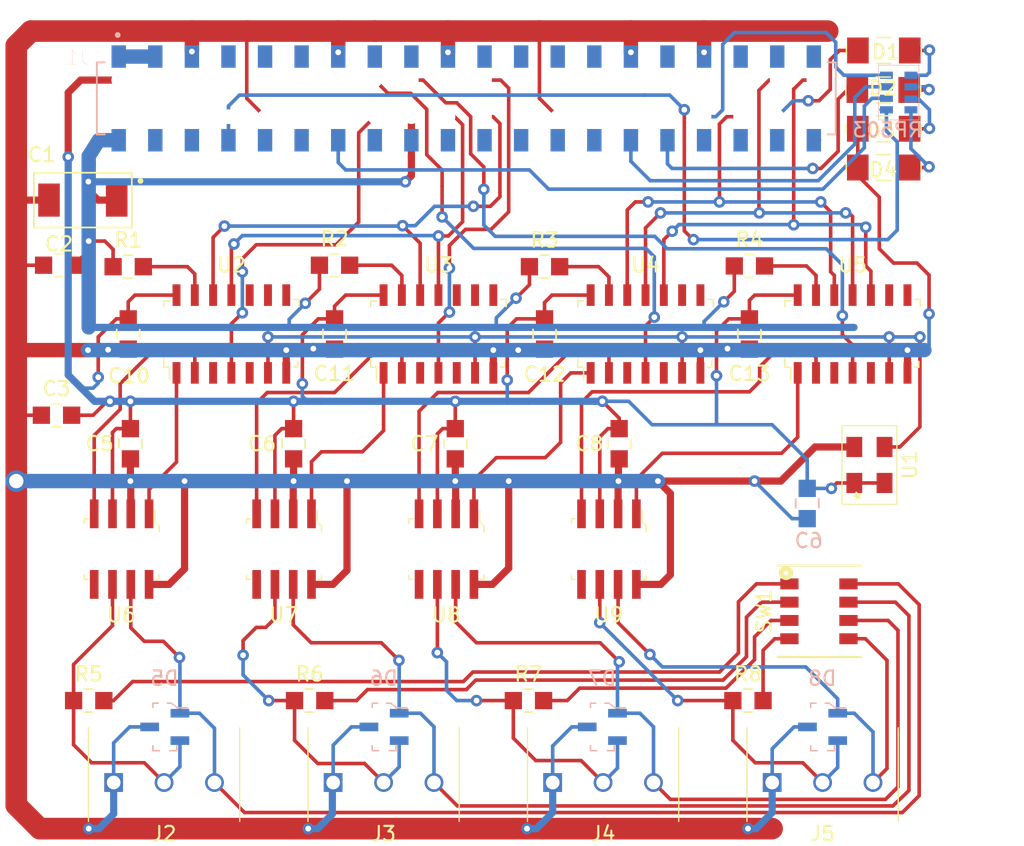
<source format=kicad_pcb>
(kicad_pcb (version 20171130) (host pcbnew "(5.1.6)-1")

  (general
    (thickness 1.6)
    (drawings 4)
    (tracks 770)
    (zones 0)
    (modules 44)
    (nets 1)
  )

  (page A4)
  (layers
    (0 F.Cu signal)
    (31 B.Cu signal)
    (32 B.Adhes user)
    (33 F.Adhes user)
    (34 B.Paste user)
    (35 F.Paste user)
    (36 B.SilkS user)
    (37 F.SilkS user)
    (38 B.Mask user)
    (39 F.Mask user)
    (40 Dwgs.User user)
    (41 Cmts.User user)
    (42 Eco1.User user)
    (43 Eco2.User user)
    (44 Edge.Cuts user)
    (45 Margin user)
    (46 B.CrtYd user)
    (47 F.CrtYd user)
    (48 B.Fab user)
    (49 F.Fab user)
  )

  (setup
    (last_trace_width 0.25)
    (trace_clearance 0.2)
    (zone_clearance 0.508)
    (zone_45_only no)
    (trace_min 0.2)
    (via_size 0.8)
    (via_drill 0.4)
    (via_min_size 0.4)
    (via_min_drill 0.3)
    (uvia_size 0.3)
    (uvia_drill 0.1)
    (uvias_allowed no)
    (uvia_min_size 0.2)
    (uvia_min_drill 0.1)
    (edge_width 0.05)
    (segment_width 0.2)
    (pcb_text_width 0.3)
    (pcb_text_size 1.5 1.5)
    (mod_edge_width 0.12)
    (mod_text_size 1 1)
    (mod_text_width 0.15)
    (pad_size 1.2 1.2)
    (pad_drill 0)
    (pad_to_mask_clearance 0.05)
    (aux_axis_origin 0 0)
    (visible_elements 7FFFF7FF)
    (pcbplotparams
      (layerselection 0x010fc_ffffffff)
      (usegerberextensions false)
      (usegerberattributes true)
      (usegerberadvancedattributes true)
      (creategerberjobfile true)
      (excludeedgelayer true)
      (linewidth 0.100000)
      (plotframeref false)
      (viasonmask false)
      (mode 1)
      (useauxorigin false)
      (hpglpennumber 1)
      (hpglpenspeed 20)
      (hpglpendiameter 15.000000)
      (psnegative false)
      (psa4output false)
      (plotreference true)
      (plotvalue true)
      (plotinvisibletext false)
      (padsonsilk false)
      (subtractmaskfromsilk false)
      (outputformat 1)
      (mirror false)
      (drillshape 1)
      (scaleselection 1)
      (outputdirectory ""))
  )

  (net 0 "")

  (net_class Default "This is the default net class."
    (clearance 0.2)
    (trace_width 0.25)
    (via_dia 0.8)
    (via_drill 0.4)
    (uvia_dia 0.3)
    (uvia_drill 0.1)
  )

  (module NPTC202KFMS-RC:SULLINS_NPTC202KFMS-RC (layer B.Cu) (tedit 5F0F73E3) (tstamp 5F10E84A)
    (at 134.6708 68.58)
    (path /5EDE17D6)
    (fp_text reference J1 (at -26.9748 -2.8448) (layer B.SilkS)
      (effects (font (size 1 1) (thickness 0.015)) (justify mirror))
    )
    (fp_text value " " (at 3.6068 -9.6012) (layer B.Fab) hide
      (effects (font (size 1 1) (thickness 0.015)) (justify mirror))
    )
    (fp_line (start -25.65 2.5) (end 25.65 2.5) (layer B.Fab) (width 0.127))
    (fp_line (start 25.65 2.5) (end 25.65 -2.5) (layer B.Fab) (width 0.127))
    (fp_line (start 25.65 -2.5) (end -25.65 -2.5) (layer B.Fab) (width 0.127))
    (fp_line (start -25.65 -2.5) (end -25.65 2.5) (layer B.Fab) (width 0.127))
    (fp_line (start -25.1 2.5) (end -25.65 2.5) (layer B.SilkS) (width 0.127))
    (fp_line (start -25.65 2.5) (end -25.65 -2.5) (layer B.SilkS) (width 0.127))
    (fp_line (start -25.65 -2.5) (end -25.1 -2.5) (layer B.SilkS) (width 0.127))
    (fp_line (start 25.1 -2.5) (end 25.65 -2.5) (layer B.SilkS) (width 0.127))
    (fp_line (start 25.65 -2.5) (end 25.65 2.5) (layer B.SilkS) (width 0.127))
    (fp_line (start 25.65 2.5) (end 25.1 2.5) (layer B.SilkS) (width 0.127))
    (fp_line (start -25.9 3.935) (end 25.9 3.935) (layer B.CrtYd) (width 0.05))
    (fp_line (start 25.9 3.935) (end 25.9 -3.935) (layer B.CrtYd) (width 0.05))
    (fp_line (start 25.9 -3.935) (end -25.9 -3.935) (layer B.CrtYd) (width 0.05))
    (fp_line (start -25.9 -3.935) (end -25.9 3.935) (layer B.CrtYd) (width 0.05))
    (fp_circle (center -24.2 -4.4) (end -24.1 -4.4) (layer B.SilkS) (width 0.2))
    (fp_circle (center -24.2 -4.4) (end -24.1 -4.4) (layer B.Fab) (width 0.2))
    (pad 1 smd rect (at -24.13 2.905) (size 1 1.56) (layers B.Cu B.Paste B.Mask))
    (pad 3 smd rect (at -21.59 2.905) (size 1 1.56) (layers B.Cu B.Paste B.Mask))
    (pad 5 smd rect (at -19.05 2.905) (size 1 1.56) (layers B.Cu B.Paste B.Mask))
    (pad 7 smd rect (at -16.51 2.905) (size 1 1.56) (layers B.Cu B.Paste B.Mask))
    (pad 9 smd rect (at -13.97 2.905) (size 1 1.56) (layers B.Cu B.Paste B.Mask))
    (pad 11 smd rect (at -11.43 2.905) (size 1 1.56) (layers B.Cu B.Paste B.Mask))
    (pad 13 smd rect (at -8.89 2.905) (size 1 1.56) (layers B.Cu B.Paste B.Mask))
    (pad 15 smd rect (at -6.35 2.905) (size 1 1.56) (layers B.Cu B.Paste B.Mask))
    (pad 17 smd rect (at -3.81 2.905) (size 1 1.56) (layers B.Cu B.Paste B.Mask))
    (pad 19 smd rect (at -1.27 2.905) (size 1 1.56) (layers B.Cu B.Paste B.Mask))
    (pad 21 smd rect (at 1.27 2.905) (size 1 1.56) (layers B.Cu B.Paste B.Mask))
    (pad 23 smd rect (at 3.81 2.905) (size 1 1.56) (layers B.Cu B.Paste B.Mask))
    (pad 25 smd rect (at 6.35 2.905) (size 1 1.56) (layers B.Cu B.Paste B.Mask))
    (pad 27 smd rect (at 8.89 2.905) (size 1 1.56) (layers B.Cu B.Paste B.Mask))
    (pad 29 smd rect (at 11.43 2.905) (size 1 1.56) (layers B.Cu B.Paste B.Mask))
    (pad 31 smd rect (at 13.97 2.905) (size 1 1.56) (layers B.Cu B.Paste B.Mask))
    (pad 33 smd rect (at 16.51 2.905) (size 1 1.56) (layers B.Cu B.Paste B.Mask))
    (pad 35 smd rect (at 19.05 2.905) (size 1 1.56) (layers B.Cu B.Paste B.Mask))
    (pad 37 smd rect (at 21.59 2.905) (size 1 1.56) (layers B.Cu B.Paste B.Mask))
    (pad 39 smd rect (at 24.13 2.905) (size 1 1.56) (layers B.Cu B.Paste B.Mask))
    (pad 2 smd rect (at -24.13 -2.905) (size 1 1.56) (layers B.Cu B.Paste B.Mask))
    (pad 4 smd rect (at -21.59 -2.905) (size 1 1.56) (layers B.Cu B.Paste B.Mask))
    (pad 6 smd rect (at -19.05 -2.905) (size 1 1.56) (layers B.Cu B.Paste B.Mask))
    (pad 8 smd rect (at -16.51 -2.905) (size 1 1.56) (layers B.Cu B.Paste B.Mask))
    (pad 10 smd rect (at -13.97 -2.905) (size 1 1.56) (layers B.Cu B.Paste B.Mask))
    (pad 12 smd rect (at -11.43 -2.905) (size 1 1.56) (layers B.Cu B.Paste B.Mask))
    (pad 14 smd rect (at -8.89 -2.905) (size 1 1.56) (layers B.Cu B.Paste B.Mask))
    (pad 16 smd rect (at -6.35 -2.905) (size 1 1.56) (layers B.Cu B.Paste B.Mask))
    (pad 18 smd rect (at -3.81 -2.905) (size 1 1.56) (layers B.Cu B.Paste B.Mask))
    (pad 20 smd rect (at -1.27 -2.905) (size 1 1.56) (layers B.Cu B.Paste B.Mask))
    (pad 22 smd rect (at 1.27 -2.905) (size 1 1.56) (layers B.Cu B.Paste B.Mask))
    (pad 24 smd rect (at 3.81 -2.905) (size 1 1.56) (layers B.Cu B.Paste B.Mask))
    (pad 26 smd rect (at 6.35 -2.905) (size 1 1.56) (layers B.Cu B.Paste B.Mask))
    (pad 28 smd rect (at 8.89 -2.905) (size 1 1.56) (layers B.Cu B.Paste B.Mask))
    (pad 30 smd rect (at 11.43 -2.905) (size 1 1.56) (layers B.Cu B.Paste B.Mask))
    (pad 32 smd rect (at 13.97 -2.905) (size 1 1.56) (layers B.Cu B.Paste B.Mask))
    (pad 34 smd rect (at 16.51 -2.905) (size 1 1.56) (layers B.Cu B.Paste B.Mask))
    (pad 36 smd rect (at 19.05 -2.905) (size 1 1.56) (layers B.Cu B.Paste B.Mask))
    (pad 38 smd rect (at 21.59 -2.905) (size 1 1.56) (layers B.Cu B.Paste B.Mask))
    (pad 40 smd rect (at 24.13 -2.905) (size 1 1.56) (layers B.Cu B.Paste B.Mask))
    (pad None np_thru_hole circle (at -1.27 1.27) (size 1.02 1.02) (drill 1.02) (layers *.Cu *.Mask))
    (pad None np_thru_hole circle (at -3.81 1.27) (size 1.02 1.02) (drill 1.02) (layers *.Cu *.Mask))
    (pad None np_thru_hole circle (at -6.35 1.27) (size 1.02 1.02) (drill 1.02) (layers *.Cu *.Mask))
    (pad None np_thru_hole circle (at -11.43 1.27) (size 1.02 1.02) (drill 1.02) (layers *.Cu *.Mask))
    (pad None np_thru_hole circle (at -8.89 1.27) (size 1.02 1.02) (drill 1.02) (layers *.Cu *.Mask))
    (pad None np_thru_hole circle (at -13.97 1.27) (size 1.02 1.02) (drill 1.02) (layers *.Cu *.Mask))
    (pad None np_thru_hole circle (at -16.51 1.27) (size 1.02 1.02) (drill 1.02) (layers *.Cu *.Mask))
    (pad None np_thru_hole circle (at -19.05 1.27) (size 1.02 1.02) (drill 1.02) (layers *.Cu *.Mask))
    (pad None np_thru_hole circle (at -21.59 1.27) (size 1.02 1.02) (drill 1.02) (layers *.Cu *.Mask))
    (pad "" np_thru_hole circle (at -24.13 1.27) (size 1.02 1.02) (drill 1.02) (layers *.Cu *.Mask))
    (pad None np_thru_hole circle (at 24.13 1.27) (size 1.02 1.02) (drill 1.02) (layers *.Cu *.Mask))
    (pad None np_thru_hole circle (at 21.59 1.27) (size 1.02 1.02) (drill 1.02) (layers *.Cu *.Mask))
    (pad None np_thru_hole circle (at 19.05 1.27) (size 1.02 1.02) (drill 1.02) (layers *.Cu *.Mask))
    (pad None np_thru_hole circle (at 13.97 1.27) (size 1.02 1.02) (drill 1.02) (layers *.Cu *.Mask))
    (pad None np_thru_hole circle (at 16.51 1.27) (size 1.02 1.02) (drill 1.02) (layers *.Cu *.Mask))
    (pad None np_thru_hole circle (at 11.43 1.27) (size 1.02 1.02) (drill 1.02) (layers *.Cu *.Mask))
    (pad None np_thru_hole circle (at 8.89 1.27) (size 1.02 1.02) (drill 1.02) (layers *.Cu *.Mask))
    (pad None np_thru_hole circle (at 6.35 1.27) (size 1.02 1.02) (drill 1.02) (layers *.Cu *.Mask))
    (pad None np_thru_hole circle (at 3.81 1.27) (size 1.02 1.02) (drill 1.02) (layers *.Cu *.Mask))
    (pad None np_thru_hole circle (at 1.27 1.27) (size 1.02 1.02) (drill 1.02) (layers *.Cu *.Mask))
    (pad None np_thru_hole circle (at -1.27 -1.27) (size 1.02 1.02) (drill 1.02) (layers *.Cu *.Mask))
    (pad None np_thru_hole circle (at -3.81 -1.27) (size 1.02 1.02) (drill 1.02) (layers *.Cu *.Mask))
    (pad None np_thru_hole circle (at -6.35 -1.27) (size 1.02 1.02) (drill 1.02) (layers *.Cu *.Mask))
    (pad None np_thru_hole circle (at -11.43 -1.27) (size 1.02 1.02) (drill 1.02) (layers *.Cu *.Mask))
    (pad None np_thru_hole circle (at -8.89 -1.27) (size 1.02 1.02) (drill 1.02) (layers *.Cu *.Mask))
    (pad None np_thru_hole circle (at -13.97 -1.27) (size 1.02 1.02) (drill 1.02) (layers *.Cu *.Mask))
    (pad None np_thru_hole circle (at -16.51 -1.27) (size 1.02 1.02) (drill 1.02) (layers *.Cu *.Mask))
    (pad "" np_thru_hole circle (at -19.05 -1.27) (size 1.02 1.02) (drill 1.02) (layers *.Cu *.Mask))
    (pad None np_thru_hole circle (at -21.59 -1.27) (size 1.02 1.02) (drill 1.02) (layers *.Cu *.Mask))
    (pad None np_thru_hole circle (at -24.13 -1.27) (size 1.02 1.02) (drill 1.02) (layers *.Cu *.Mask))
    (pad None np_thru_hole circle (at 24.13 -1.27) (size 1.02 1.02) (drill 1.02) (layers *.Cu *.Mask))
    (pad None np_thru_hole circle (at 21.59 -1.27) (size 1.02 1.02) (drill 1.02) (layers *.Cu *.Mask))
    (pad None np_thru_hole circle (at 19.05 -1.27) (size 1.02 1.02) (drill 1.02) (layers *.Cu *.Mask))
    (pad None np_thru_hole circle (at 13.97 -1.27) (size 1.02 1.02) (drill 1.02) (layers *.Cu *.Mask))
    (pad None np_thru_hole circle (at 16.51 -1.27) (size 1.02 1.02) (drill 1.02) (layers *.Cu *.Mask))
    (pad None np_thru_hole circle (at 11.43 -1.27) (size 1.02 1.02) (drill 1.02) (layers *.Cu *.Mask))
    (pad None np_thru_hole circle (at 8.89 -1.27) (size 1.02 1.02) (drill 1.02) (layers *.Cu *.Mask))
    (pad None np_thru_hole circle (at 6.35 -1.27) (size 1.02 1.02) (drill 1.02) (layers *.Cu *.Mask))
    (pad None np_thru_hole circle (at 3.81 -1.27) (size 1.02 1.02) (drill 1.02) (layers *.Cu *.Mask))
    (pad None np_thru_hole circle (at 1.27 -1.27) (size 1.02 1.02) (drill 1.02) (layers *.Cu *.Mask))
  )

  (module digikey-footprints:1206 (layer F.Cu) (tedit 5D288D46) (tstamp 5F10F00E)
    (at 163.662801 65.252401)
    (descr http://media.digikey.com/pdf/Data%20Sheets/Lite-On%20PDFs/LTST-C230KFKT_5-24-06.pdf)
    (path /5F034D42)
    (attr smd)
    (fp_text reference D1 (at 0.141799 0.101799) (layer F.SilkS)
      (effects (font (size 1 1) (thickness 0.15)))
    )
    (fp_text value " " (at 4.561399 2.895799) (layer F.Fab)
      (effects (font (size 1 1) (thickness 0.15)))
    )
    (fp_line (start -1.6 0.8) (end 1.6 0.8) (layer F.Fab) (width 0.1))
    (fp_line (start -1.6 -0.8) (end 1.6 -0.8) (layer F.Fab) (width 0.1))
    (fp_line (start 1.6 -0.8) (end 1.6 0.8) (layer F.Fab) (width 0.1))
    (fp_line (start -1.6 -0.8) (end -1.6 0.8) (layer F.Fab) (width 0.1))
    (fp_line (start -2.8 1.15) (end 2.8 1.15) (layer F.CrtYd) (width 0.05))
    (fp_line (start -2.8 -1.15) (end -2.8 1.15) (layer F.CrtYd) (width 0.05))
    (fp_line (start 2.8 -1.15) (end -2.8 -1.15) (layer F.CrtYd) (width 0.05))
    (fp_line (start 2.8 1.15) (end 2.8 -1.15) (layer F.CrtYd) (width 0.05))
    (fp_line (start 0 -0.9) (end 0.5 -0.9) (layer F.SilkS) (width 0.1))
    (fp_line (start 0 -0.9) (end -0.5 -0.9) (layer F.SilkS) (width 0.1))
    (fp_line (start 0 0.9) (end 0.5 0.9) (layer F.SilkS) (width 0.1))
    (fp_line (start 0 0.9) (end -0.5 0.9) (layer F.SilkS) (width 0.1))
    (fp_line (start -2.6 -0.3) (end -2.6 0.3) (layer F.SilkS) (width 0.1))
    (fp_line (start 2.6 -0.3) (end 2.6 0.3) (layer F.SilkS) (width 0.1))
    (fp_text user " " (at 8.523799 0.254199) (layer F.Fab)
      (effects (font (size 1 1) (thickness 0.15)))
    )
    (pad 1 smd rect (at -1.8 0) (size 1.5 1.8) (layers F.Cu F.Paste F.Mask))
    (pad 2 smd rect (at 1.8 0) (size 1.5 1.8) (layers F.Cu F.Paste F.Mask))
  )

  (module digikey-footprints:SOIC-14_W3.9mm (layer F.Cu) (tedit 5F11D0BF) (tstamp 5F10ECF6)
    (at 132.7404 84.9376)
    (path /5F0C48F5)
    (attr smd)
    (fp_text reference U3 (at 0 -4.79) (layer F.SilkS)
      (effects (font (size 1 1) (thickness 0.15)))
    )
    (fp_text value " " (at 0 5.29) (layer F.Fab) hide
      (effects (font (size 1 1) (thickness 0.15)))
    )
    (fp_line (start 4.65 -3.7) (end 4.65 3.7) (layer F.CrtYd) (width 0.05))
    (fp_line (start -4.65 3.7) (end -4.65 -3.7) (layer F.CrtYd) (width 0.05))
    (fp_line (start -4.65 3.7) (end 4.65 3.7) (layer F.CrtYd) (width 0.05))
    (fp_line (start 4.65 -3.7) (end -4.65 -3.7) (layer F.CrtYd) (width 0.05))
    (fp_line (start 4.3 2.3) (end 4.6 2.3) (layer F.SilkS) (width 0.1))
    (fp_line (start 4.6 2.3) (end 4.6 1.9) (layer F.SilkS) (width 0.1))
    (fp_line (start 4.3 -2.4) (end 4.7 -2.4) (layer F.SilkS) (width 0.1))
    (fp_line (start 4.7 -2.4) (end 4.7 -1.9) (layer F.SilkS) (width 0.1))
    (fp_line (start -4.3 -2.3) (end -4.7 -2.3) (layer F.SilkS) (width 0.1))
    (fp_line (start -4.7 -2.3) (end -4.7 -1.9) (layer F.SilkS) (width 0.1))
    (fp_line (start -4.7 1.7) (end -4.7 2.3) (layer F.SilkS) (width 0.1))
    (fp_line (start -4.7 2.3) (end -4.3 2.3) (layer F.SilkS) (width 0.1))
    (fp_line (start -4.3 2.3) (end -4.3 3.2) (layer F.SilkS) (width 0.1))
    (fp_line (start -4.4 2) (end 4.4 2) (layer F.Fab) (width 0.1))
    (fp_line (start -4.4 -2) (end 4.4 -2) (layer F.Fab) (width 0.1))
    (fp_line (start 4.4 -2) (end 4.4 2) (layer F.Fab) (width 0.1))
    (fp_line (start -4.4 -2) (end -4.4 2) (layer F.Fab) (width 0.1))
    (fp_text user REF** (at 0 0) (layer F.Fab) hide
      (effects (font (size 1 1) (thickness 0.15)))
    )
    (pad 14 smd rect (at -3.81 -2.7) (size 0.55 1.5) (layers F.Cu F.Paste F.Mask)
      (solder_mask_margin 0.07))
    (pad 13 smd rect (at -2.54 -2.7) (size 0.55 1.5) (layers F.Cu F.Paste F.Mask)
      (solder_mask_margin 0.07))
    (pad 12 smd rect (at -1.27 -2.7) (size 0.55 1.5) (layers F.Cu F.Paste F.Mask)
      (solder_mask_margin 0.07))
    (pad 11 smd rect (at 0 -2.7) (size 0.55 1.5) (layers F.Cu F.Paste F.Mask)
      (solder_mask_margin 0.07))
    (pad 10 smd rect (at 1.27 -2.7) (size 0.55 1.5) (layers F.Cu F.Paste F.Mask)
      (solder_mask_margin 0.07))
    (pad 9 smd rect (at 2.54 -2.7) (size 0.55 1.5) (layers F.Cu F.Paste F.Mask)
      (solder_mask_margin 0.07))
    (pad 8 smd rect (at 3.81 -2.7) (size 0.55 1.5) (layers F.Cu F.Paste F.Mask)
      (solder_mask_margin 0.07))
    (pad 7 smd rect (at 3.81 2.7) (size 0.55 1.5) (layers F.Cu F.Paste F.Mask)
      (solder_mask_margin 0.07))
    (pad 6 smd rect (at 2.54 2.7) (size 0.55 1.5) (layers F.Cu F.Paste F.Mask)
      (solder_mask_margin 0.07))
    (pad 5 smd rect (at 1.27 2.7) (size 0.55 1.5) (layers F.Cu F.Paste F.Mask)
      (solder_mask_margin 0.07))
    (pad 4 smd rect (at 0 2.7) (size 0.55 1.5) (layers F.Cu F.Paste F.Mask)
      (solder_mask_margin 0.07))
    (pad 3 smd rect (at -1.27 2.7) (size 0.55 1.5) (layers F.Cu F.Paste F.Mask)
      (solder_mask_margin 0.07))
    (pad 2 smd rect (at -2.54 2.7) (size 0.55 1.5) (layers F.Cu F.Paste F.Mask)
      (solder_mask_margin 0.07))
    (pad 1 smd rect (at -3.81 2.7) (size 0.55 1.5) (layers F.Cu F.Paste F.Mask)
      (solder_mask_margin 0.07))
  )

  (module digikey-footprints:0805 (layer B.Cu) (tedit 5F11E98D) (tstamp 5F11F1B8)
    (at 158.3436 96.7064 270)
    (path /5F1EEF36)
    (attr smd)
    (fp_text reference C9 (at 2.4892 -0.1016 180 unlocked) (layer B.SilkS)
      (effects (font (size 1 1) (thickness 0.15)) (justify mirror))
    )
    (fp_text value " " (at 0 -1.95 90) (layer B.Fab)
      (effects (font (size 1 1) (thickness 0.15)) (justify mirror))
    )
    (fp_line (start -0.95 0.675) (end -0.95 -0.675) (layer B.Fab) (width 0.12))
    (fp_line (start 0.95 0.675) (end 0.95 -0.675) (layer B.Fab) (width 0.12))
    (fp_line (start -0.95 0.68) (end 0.95 0.68) (layer B.Fab) (width 0.12))
    (fp_line (start -0.95 -0.68) (end 0.95 -0.68) (layer B.Fab) (width 0.12))
    (fp_line (start -0.3 0.8) (end 0.3 0.8) (layer B.SilkS) (width 0.12))
    (fp_line (start -0.32 -0.8) (end 0.28 -0.8) (layer B.SilkS) (width 0.12))
    (fp_line (start -1.9 -0.93) (end -1.9 0.93) (layer B.CrtYd) (width 0.05))
    (fp_line (start 1.9 -0.93) (end 1.9 0.93) (layer B.CrtYd) (width 0.05))
    (fp_line (start -1.9 0.93) (end 1.9 0.93) (layer B.CrtYd) (width 0.05))
    (fp_line (start -1.9 -0.93) (end 1.9 -0.93) (layer B.CrtYd) (width 0.05))
    (pad 2 smd rect (at 1.05 0 270) (size 1.2 1.2) (layers B.Cu B.Paste B.Mask))
    (pad 1 smd rect (at -1.05 0 270) (size 1.2 1.2) (layers B.Cu B.Paste B.Mask))
  )

  (module 4CAN-CustomFootprints:F930J227MCC (layer F.Cu) (tedit 5F0F7A3F) (tstamp 5F10EBA9)
    (at 108.0516 75.6412 180)
    (path /5EE66B35)
    (fp_text reference C1 (at 2.8448 3.1496) (layer F.SilkS)
      (effects (font (size 1 1) (thickness 0.15)))
    )
    (fp_text value " " (at 0 -6.096) (layer F.Fab)
      (effects (font (size 1 1) (thickness 0.15)))
    )
    (fp_line (start 3.4 -1.9) (end -3.4 -1.9) (layer F.SilkS) (width 0.12))
    (fp_line (start 3.4 1.9) (end 3.4 -1.9) (layer F.SilkS) (width 0.12))
    (fp_line (start -3.4 1.9) (end 3.4 1.9) (layer F.SilkS) (width 0.12))
    (fp_line (start -3.4 -1.9) (end -3.4 1.9) (layer F.SilkS) (width 0.12))
    (fp_circle (center -4.0005 1.3335) (end -3.9005 1.3335) (layer F.SilkS) (width 0.2))
    (fp_line (start 3.1 -1.7) (end 3.1 1.7) (layer F.Fab) (width 0.12))
    (fp_line (start -3.1 -1.7) (end -3.1 1.7) (layer F.Fab) (width 0.12))
    (fp_line (start -3.1 1.7) (end 3.1 1.7) (layer F.Fab) (width 0.12))
    (fp_line (start -3.1 -1.7) (end 3.1 -1.7) (layer F.Fab) (width 0.12))
    (pad 1 smd rect (at -2.35 0 180) (size 1.5 2.3) (layers F.Cu F.Paste F.Mask))
    (pad 2 smd rect (at 2.35 0 180) (size 1.5 2.3) (layers F.Cu F.Paste F.Mask))
  )

  (module digikey-footprints:0805 (layer F.Cu) (tedit 5F0F7AA6) (tstamp 5F10EB7D)
    (at 106.3752 80.1624 180)
    (path /5EE38062)
    (attr smd)
    (fp_text reference C2 (at -0.0168 1.4732) (layer F.SilkS)
      (effects (font (size 1 1) (thickness 0.15)))
    )
    (fp_text value " " (at 0 1.95) (layer F.Fab)
      (effects (font (size 1 1) (thickness 0.15)))
    )
    (fp_line (start -0.95 -0.675) (end -0.95 0.675) (layer F.Fab) (width 0.12))
    (fp_line (start 0.95 -0.675) (end 0.95 0.675) (layer F.Fab) (width 0.12))
    (fp_line (start -0.95 -0.68) (end 0.95 -0.68) (layer F.Fab) (width 0.12))
    (fp_line (start -0.95 0.68) (end 0.95 0.68) (layer F.Fab) (width 0.12))
    (fp_line (start -0.3 -0.8) (end 0.3 -0.8) (layer F.SilkS) (width 0.12))
    (fp_line (start -0.32 0.8) (end 0.28 0.8) (layer F.SilkS) (width 0.12))
    (fp_line (start -1.9 0.93) (end -1.9 -0.93) (layer F.CrtYd) (width 0.05))
    (fp_line (start 1.9 0.93) (end 1.9 -0.93) (layer F.CrtYd) (width 0.05))
    (fp_line (start -1.9 -0.93) (end 1.9 -0.93) (layer F.CrtYd) (width 0.05))
    (fp_line (start -1.9 0.93) (end 1.9 0.93) (layer F.CrtYd) (width 0.05))
    (pad 2 smd rect (at 1.05 0 180) (size 1.2 1.2) (layers F.Cu F.Paste F.Mask))
    (pad 1 smd rect (at -1.05 0 180) (size 1.2 1.2) (layers F.Cu F.Paste F.Mask))
  )

  (module digikey-footprints:0805 (layer F.Cu) (tedit 5F0F7836) (tstamp 5F10EA42)
    (at 106.2228 90.5764)
    (path /5EEBA3FB)
    (attr smd)
    (fp_text reference C3 (at 0 -1.84) (layer F.SilkS)
      (effects (font (size 1 1) (thickness 0.15)))
    )
    (fp_text value " " (at 0 1.95) (layer F.Fab)
      (effects (font (size 1 1) (thickness 0.15)))
    )
    (fp_line (start -0.95 -0.675) (end -0.95 0.675) (layer F.Fab) (width 0.12))
    (fp_line (start 0.95 -0.675) (end 0.95 0.675) (layer F.Fab) (width 0.12))
    (fp_line (start -0.95 -0.68) (end 0.95 -0.68) (layer F.Fab) (width 0.12))
    (fp_line (start -0.95 0.68) (end 0.95 0.68) (layer F.Fab) (width 0.12))
    (fp_line (start -0.3 -0.8) (end 0.3 -0.8) (layer F.SilkS) (width 0.12))
    (fp_line (start -0.32 0.8) (end 0.28 0.8) (layer F.SilkS) (width 0.12))
    (fp_line (start -1.9 0.93) (end -1.9 -0.93) (layer F.CrtYd) (width 0.05))
    (fp_line (start 1.9 0.93) (end 1.9 -0.93) (layer F.CrtYd) (width 0.05))
    (fp_line (start -1.9 -0.93) (end 1.9 -0.93) (layer F.CrtYd) (width 0.05))
    (fp_line (start -1.9 0.93) (end 1.9 0.93) (layer F.CrtYd) (width 0.05))
    (pad 2 smd rect (at 1.05 0) (size 1.2 1.2) (layers F.Cu F.Paste F.Mask))
    (pad 1 smd rect (at -1.05 0) (size 1.2 1.2) (layers F.Cu F.Paste F.Mask))
  )

  (module digikey-footprints:0805 (layer F.Cu) (tedit 5F11C68C) (tstamp 5F10EA9C)
    (at 111.3536 92.5576 270)
    (path /5FC7C2EE)
    (attr smd)
    (fp_text reference C5 (at 0 2.1336 unlocked) (layer F.SilkS)
      (effects (font (size 1 1) (thickness 0.15)))
    )
    (fp_text value " " (at 0 1.95 90) (layer F.Fab)
      (effects (font (size 1 1) (thickness 0.15)))
    )
    (fp_line (start -1.9 0.93) (end 1.9 0.93) (layer F.CrtYd) (width 0.05))
    (fp_line (start -1.9 -0.93) (end 1.9 -0.93) (layer F.CrtYd) (width 0.05))
    (fp_line (start 1.9 0.93) (end 1.9 -0.93) (layer F.CrtYd) (width 0.05))
    (fp_line (start -1.9 0.93) (end -1.9 -0.93) (layer F.CrtYd) (width 0.05))
    (fp_line (start -0.32 0.8) (end 0.28 0.8) (layer F.SilkS) (width 0.12))
    (fp_line (start -0.3 -0.8) (end 0.3 -0.8) (layer F.SilkS) (width 0.12))
    (fp_line (start -0.95 0.68) (end 0.95 0.68) (layer F.Fab) (width 0.12))
    (fp_line (start -0.95 -0.68) (end 0.95 -0.68) (layer F.Fab) (width 0.12))
    (fp_line (start 0.95 -0.675) (end 0.95 0.675) (layer F.Fab) (width 0.12))
    (fp_line (start -0.95 -0.675) (end -0.95 0.675) (layer F.Fab) (width 0.12))
    (pad 1 smd rect (at -1.05 0 270) (size 1.2 1.2) (layers F.Cu F.Paste F.Mask))
    (pad 2 smd rect (at 1.05 0 270) (size 1.2 1.2) (layers F.Cu F.Paste F.Mask))
  )

  (module digikey-footprints:0805 (layer F.Cu) (tedit 5F11C695) (tstamp 5F10EA6F)
    (at 122.682 92.5576 270)
    (path /5FC610D5)
    (attr smd)
    (fp_text reference C6 (at 0 2.1844 unlocked) (layer F.SilkS)
      (effects (font (size 1 1) (thickness 0.15)))
    )
    (fp_text value " " (at 0 1.95 90) (layer F.Fab)
      (effects (font (size 1 1) (thickness 0.15)))
    )
    (fp_line (start -0.95 -0.675) (end -0.95 0.675) (layer F.Fab) (width 0.12))
    (fp_line (start 0.95 -0.675) (end 0.95 0.675) (layer F.Fab) (width 0.12))
    (fp_line (start -0.95 -0.68) (end 0.95 -0.68) (layer F.Fab) (width 0.12))
    (fp_line (start -0.95 0.68) (end 0.95 0.68) (layer F.Fab) (width 0.12))
    (fp_line (start -0.3 -0.8) (end 0.3 -0.8) (layer F.SilkS) (width 0.12))
    (fp_line (start -0.32 0.8) (end 0.28 0.8) (layer F.SilkS) (width 0.12))
    (fp_line (start -1.9 0.93) (end -1.9 -0.93) (layer F.CrtYd) (width 0.05))
    (fp_line (start 1.9 0.93) (end 1.9 -0.93) (layer F.CrtYd) (width 0.05))
    (fp_line (start -1.9 -0.93) (end 1.9 -0.93) (layer F.CrtYd) (width 0.05))
    (fp_line (start -1.9 0.93) (end 1.9 0.93) (layer F.CrtYd) (width 0.05))
    (pad 2 smd rect (at 1.05 0 270) (size 1.2 1.2) (layers F.Cu F.Paste F.Mask))
    (pad 1 smd rect (at -1.05 0 270) (size 1.2 1.2) (layers F.Cu F.Paste F.Mask))
  )

  (module digikey-footprints:0805 (layer F.Cu) (tedit 5F11C8B2) (tstamp 5F10EA15)
    (at 133.9088 92.5576 270)
    (path /5FC97F31)
    (attr smd)
    (fp_text reference C7 (at 0 2.1336 unlocked) (layer F.SilkS)
      (effects (font (size 1 1) (thickness 0.15)))
    )
    (fp_text value " " (at 0 1.95 90) (layer F.Fab)
      (effects (font (size 1 1) (thickness 0.15)))
    )
    (fp_line (start -0.95 -0.675) (end -0.95 0.675) (layer F.Fab) (width 0.12))
    (fp_line (start 0.95 -0.675) (end 0.95 0.675) (layer F.Fab) (width 0.12))
    (fp_line (start -0.95 -0.68) (end 0.95 -0.68) (layer F.Fab) (width 0.12))
    (fp_line (start -0.95 0.68) (end 0.95 0.68) (layer F.Fab) (width 0.12))
    (fp_line (start -0.3 -0.8) (end 0.3 -0.8) (layer F.SilkS) (width 0.12))
    (fp_line (start -0.32 0.8) (end 0.28 0.8) (layer F.SilkS) (width 0.12))
    (fp_line (start -1.9 0.93) (end -1.9 -0.93) (layer F.CrtYd) (width 0.05))
    (fp_line (start 1.9 0.93) (end 1.9 -0.93) (layer F.CrtYd) (width 0.05))
    (fp_line (start -1.9 -0.93) (end 1.9 -0.93) (layer F.CrtYd) (width 0.05))
    (fp_line (start -1.9 0.93) (end 1.9 0.93) (layer F.CrtYd) (width 0.05))
    (pad 2 smd rect (at 1.05 0 270) (size 1.2 1.2) (layers F.Cu F.Paste F.Mask))
    (pad 1 smd rect (at -1.05 0 270) (size 1.2 1.2) (layers F.Cu F.Paste F.Mask))
  )

  (module digikey-footprints:0805 (layer F.Cu) (tedit 5F11C8CA) (tstamp 5F10EB23)
    (at 145.288 92.5576 270)
    (path /5FCB4427)
    (attr smd)
    (fp_text reference C8 (at 0 2.0828 unlocked) (layer F.SilkS)
      (effects (font (size 1 1) (thickness 0.15)))
    )
    (fp_text value " " (at 0 1.95 90) (layer F.Fab)
      (effects (font (size 1 1) (thickness 0.15)))
    )
    (fp_line (start -1.9 0.93) (end 1.9 0.93) (layer F.CrtYd) (width 0.05))
    (fp_line (start -1.9 -0.93) (end 1.9 -0.93) (layer F.CrtYd) (width 0.05))
    (fp_line (start 1.9 0.93) (end 1.9 -0.93) (layer F.CrtYd) (width 0.05))
    (fp_line (start -1.9 0.93) (end -1.9 -0.93) (layer F.CrtYd) (width 0.05))
    (fp_line (start -0.32 0.8) (end 0.28 0.8) (layer F.SilkS) (width 0.12))
    (fp_line (start -0.3 -0.8) (end 0.3 -0.8) (layer F.SilkS) (width 0.12))
    (fp_line (start -0.95 0.68) (end 0.95 0.68) (layer F.Fab) (width 0.12))
    (fp_line (start -0.95 -0.68) (end 0.95 -0.68) (layer F.Fab) (width 0.12))
    (fp_line (start 0.95 -0.675) (end 0.95 0.675) (layer F.Fab) (width 0.12))
    (fp_line (start -0.95 -0.675) (end -0.95 0.675) (layer F.Fab) (width 0.12))
    (pad 1 smd rect (at -1.05 0 270) (size 1.2 1.2) (layers F.Cu F.Paste F.Mask))
    (pad 2 smd rect (at 1.05 0 270) (size 1.2 1.2) (layers F.Cu F.Paste F.Mask))
  )

  (module digikey-footprints:0805 (layer F.Cu) (tedit 5F1200F3) (tstamp 5F10EBD4)
    (at 111.2012 84.9376 270)
    (path /5FC0B3E6)
    (attr smd)
    (fp_text reference C10 (at 2.8956 -0.0508 unlocked) (layer F.SilkS)
      (effects (font (size 1 1) (thickness 0.15)))
    )
    (fp_text value " " (at 0 1.95 90) (layer F.Fab)
      (effects (font (size 1 1) (thickness 0.15)))
    )
    (fp_line (start -1.9 0.93) (end 1.9 0.93) (layer F.CrtYd) (width 0.05))
    (fp_line (start -1.9 -0.93) (end 1.9 -0.93) (layer F.CrtYd) (width 0.05))
    (fp_line (start 1.9 0.93) (end 1.9 -0.93) (layer F.CrtYd) (width 0.05))
    (fp_line (start -1.9 0.93) (end -1.9 -0.93) (layer F.CrtYd) (width 0.05))
    (fp_line (start -0.32 0.8) (end 0.28 0.8) (layer F.SilkS) (width 0.12))
    (fp_line (start -0.3 -0.8) (end 0.3 -0.8) (layer F.SilkS) (width 0.12))
    (fp_line (start -0.95 0.68) (end 0.95 0.68) (layer F.Fab) (width 0.12))
    (fp_line (start -0.95 -0.68) (end 0.95 -0.68) (layer F.Fab) (width 0.12))
    (fp_line (start 0.95 -0.675) (end 0.95 0.675) (layer F.Fab) (width 0.12))
    (fp_line (start -0.95 -0.675) (end -0.95 0.675) (layer F.Fab) (width 0.12))
    (pad 1 smd rect (at -1.05 0 270) (size 1.2 1.2) (layers F.Cu F.Paste F.Mask))
    (pad 2 smd rect (at 1.05 0 270) (size 1.2 1.2) (layers F.Cu F.Paste F.Mask))
  )

  (module digikey-footprints:0805 (layer F.Cu) (tedit 5F1200A9) (tstamp 5F10EAF6)
    (at 125.5268 84.9376 270)
    (path /5FBE3D6B)
    (attr smd)
    (fp_text reference C11 (at 2.7432 0 unlocked) (layer F.SilkS)
      (effects (font (size 1 1) (thickness 0.15)))
    )
    (fp_text value " " (at 0 1.95 90) (layer F.Fab)
      (effects (font (size 1 1) (thickness 0.15)))
    )
    (fp_line (start -0.95 -0.675) (end -0.95 0.675) (layer F.Fab) (width 0.12))
    (fp_line (start 0.95 -0.675) (end 0.95 0.675) (layer F.Fab) (width 0.12))
    (fp_line (start -0.95 -0.68) (end 0.95 -0.68) (layer F.Fab) (width 0.12))
    (fp_line (start -0.95 0.68) (end 0.95 0.68) (layer F.Fab) (width 0.12))
    (fp_line (start -0.3 -0.8) (end 0.3 -0.8) (layer F.SilkS) (width 0.12))
    (fp_line (start -0.32 0.8) (end 0.28 0.8) (layer F.SilkS) (width 0.12))
    (fp_line (start -1.9 0.93) (end -1.9 -0.93) (layer F.CrtYd) (width 0.05))
    (fp_line (start 1.9 0.93) (end 1.9 -0.93) (layer F.CrtYd) (width 0.05))
    (fp_line (start -1.9 -0.93) (end 1.9 -0.93) (layer F.CrtYd) (width 0.05))
    (fp_line (start -1.9 0.93) (end 1.9 0.93) (layer F.CrtYd) (width 0.05))
    (pad 2 smd rect (at 1.05 0 270) (size 1.2 1.2) (layers F.Cu F.Paste F.Mask))
    (pad 1 smd rect (at -1.05 0 270) (size 1.2 1.2) (layers F.Cu F.Paste F.Mask))
  )

  (module digikey-footprints:0805 (layer F.Cu) (tedit 5F120103) (tstamp 5F1206B6)
    (at 140.1064 84.9376 270)
    (path /5FC24789)
    (attr smd)
    (fp_text reference C12 (at 2.794 0 unlocked) (layer F.SilkS)
      (effects (font (size 1 1) (thickness 0.15)))
    )
    (fp_text value " " (at 0 1.95 90) (layer F.Fab)
      (effects (font (size 1 1) (thickness 0.15)))
    )
    (fp_line (start -0.95 -0.675) (end -0.95 0.675) (layer F.Fab) (width 0.12))
    (fp_line (start 0.95 -0.675) (end 0.95 0.675) (layer F.Fab) (width 0.12))
    (fp_line (start -0.95 -0.68) (end 0.95 -0.68) (layer F.Fab) (width 0.12))
    (fp_line (start -0.95 0.68) (end 0.95 0.68) (layer F.Fab) (width 0.12))
    (fp_line (start -0.3 -0.8) (end 0.3 -0.8) (layer F.SilkS) (width 0.12))
    (fp_line (start -0.32 0.8) (end 0.28 0.8) (layer F.SilkS) (width 0.12))
    (fp_line (start -1.9 0.93) (end -1.9 -0.93) (layer F.CrtYd) (width 0.05))
    (fp_line (start 1.9 0.93) (end 1.9 -0.93) (layer F.CrtYd) (width 0.05))
    (fp_line (start -1.9 -0.93) (end 1.9 -0.93) (layer F.CrtYd) (width 0.05))
    (fp_line (start -1.9 0.93) (end 1.9 0.93) (layer F.CrtYd) (width 0.05))
    (pad 2 smd rect (at 1.05 0 270) (size 1.2 1.2) (layers F.Cu F.Paste F.Mask))
    (pad 1 smd rect (at -1.05 0 270) (size 1.2 1.2) (layers F.Cu F.Paste F.Mask))
  )

  (module digikey-footprints:0805 (layer F.Cu) (tedit 5F12010F) (tstamp 5F10F045)
    (at 154.3304 84.9376 270)
    (path /5FC40325)
    (attr smd)
    (fp_text reference C13 (at 2.7432 0 unlocked) (layer F.SilkS)
      (effects (font (size 1 1) (thickness 0.15)))
    )
    (fp_text value " " (at 0 1.95 90) (layer F.Fab)
      (effects (font (size 1 1) (thickness 0.15)))
    )
    (fp_line (start -1.9 0.93) (end 1.9 0.93) (layer F.CrtYd) (width 0.05))
    (fp_line (start -1.9 -0.93) (end 1.9 -0.93) (layer F.CrtYd) (width 0.05))
    (fp_line (start 1.9 0.93) (end 1.9 -0.93) (layer F.CrtYd) (width 0.05))
    (fp_line (start -1.9 0.93) (end -1.9 -0.93) (layer F.CrtYd) (width 0.05))
    (fp_line (start -0.32 0.8) (end 0.28 0.8) (layer F.SilkS) (width 0.12))
    (fp_line (start -0.3 -0.8) (end 0.3 -0.8) (layer F.SilkS) (width 0.12))
    (fp_line (start -0.95 0.68) (end 0.95 0.68) (layer F.Fab) (width 0.12))
    (fp_line (start -0.95 -0.68) (end 0.95 -0.68) (layer F.Fab) (width 0.12))
    (fp_line (start 0.95 -0.675) (end 0.95 0.675) (layer F.Fab) (width 0.12))
    (fp_line (start -0.95 -0.675) (end -0.95 0.675) (layer F.Fab) (width 0.12))
    (pad 1 smd rect (at -1.05 0 270) (size 1.2 1.2) (layers F.Cu F.Paste F.Mask))
    (pad 2 smd rect (at 1.05 0 270) (size 1.2 1.2) (layers F.Cu F.Paste F.Mask))
  )

  (module digikey-footprints:1206 (layer F.Cu) (tedit 5D288D46) (tstamp 5F10E924)
    (at 163.6234 67.9958)
    (descr http://media.digikey.com/pdf/Data%20Sheets/Lite-On%20PDFs/LTST-C230KFKT_5-24-06.pdf)
    (path /5F03BD2B)
    (attr smd)
    (fp_text reference D2 (at -0.022 -0.127) (layer F.SilkS)
      (effects (font (size 1 1) (thickness 0.15)))
    )
    (fp_text value " " (at 3.3816 2.6924) (layer F.Fab)
      (effects (font (size 1 1) (thickness 0.15)))
    )
    (fp_line (start 2.6 -0.3) (end 2.6 0.3) (layer F.SilkS) (width 0.1))
    (fp_line (start -2.6 -0.3) (end -2.6 0.3) (layer F.SilkS) (width 0.1))
    (fp_line (start 0 0.9) (end -0.5 0.9) (layer F.SilkS) (width 0.1))
    (fp_line (start 0 0.9) (end 0.5 0.9) (layer F.SilkS) (width 0.1))
    (fp_line (start 0 -0.9) (end -0.5 -0.9) (layer F.SilkS) (width 0.1))
    (fp_line (start 0 -0.9) (end 0.5 -0.9) (layer F.SilkS) (width 0.1))
    (fp_line (start 2.8 1.15) (end 2.8 -1.15) (layer F.CrtYd) (width 0.05))
    (fp_line (start 2.8 -1.15) (end -2.8 -1.15) (layer F.CrtYd) (width 0.05))
    (fp_line (start -2.8 -1.15) (end -2.8 1.15) (layer F.CrtYd) (width 0.05))
    (fp_line (start -2.8 1.15) (end 2.8 1.15) (layer F.CrtYd) (width 0.05))
    (fp_line (start -1.6 -0.8) (end -1.6 0.8) (layer F.Fab) (width 0.1))
    (fp_line (start 1.6 -0.8) (end 1.6 0.8) (layer F.Fab) (width 0.1))
    (fp_line (start -1.6 -0.8) (end 1.6 -0.8) (layer F.Fab) (width 0.1))
    (fp_line (start -1.6 0.8) (end 1.6 0.8) (layer F.Fab) (width 0.1))
    (fp_text user " " (at 6.4296 0) (layer F.Fab)
      (effects (font (size 1 1) (thickness 0.15)))
    )
    (pad 2 smd rect (at 1.8 0) (size 1.5 1.8) (layers F.Cu F.Paste F.Mask))
    (pad 1 smd rect (at -1.8 0) (size 1.5 1.8) (layers F.Cu F.Paste F.Mask))
  )

  (module digikey-footprints:1206 (layer F.Cu) (tedit 5D288D46) (tstamp 5F10E55B)
    (at 163.6522 70.6882)
    (descr http://media.digikey.com/pdf/Data%20Sheets/Lite-On%20PDFs/LTST-C230KFKT_5-24-06.pdf)
    (path /5F1248A2)
    (attr smd)
    (fp_text reference D3 (at -0.1778 0.127) (layer F.SilkS)
      (effects (font (size 1 1) (thickness 0.15)))
    )
    (fp_text value " " (at 0 2.6) (layer F.Fab)
      (effects (font (size 1 1) (thickness 0.15)))
    )
    (fp_line (start 2.6 -0.3) (end 2.6 0.3) (layer F.SilkS) (width 0.1))
    (fp_line (start -2.6 -0.3) (end -2.6 0.3) (layer F.SilkS) (width 0.1))
    (fp_line (start 0 0.9) (end -0.5 0.9) (layer F.SilkS) (width 0.1))
    (fp_line (start 0 0.9) (end 0.5 0.9) (layer F.SilkS) (width 0.1))
    (fp_line (start 0 -0.9) (end -0.5 -0.9) (layer F.SilkS) (width 0.1))
    (fp_line (start 0 -0.9) (end 0.5 -0.9) (layer F.SilkS) (width 0.1))
    (fp_line (start 2.8 1.15) (end 2.8 -1.15) (layer F.CrtYd) (width 0.05))
    (fp_line (start 2.8 -1.15) (end -2.8 -1.15) (layer F.CrtYd) (width 0.05))
    (fp_line (start -2.8 -1.15) (end -2.8 1.15) (layer F.CrtYd) (width 0.05))
    (fp_line (start -2.8 1.15) (end 2.8 1.15) (layer F.CrtYd) (width 0.05))
    (fp_line (start -1.6 -0.8) (end -1.6 0.8) (layer F.Fab) (width 0.1))
    (fp_line (start 1.6 -0.8) (end 1.6 0.8) (layer F.Fab) (width 0.1))
    (fp_line (start -1.6 -0.8) (end 1.6 -0.8) (layer F.Fab) (width 0.1))
    (fp_line (start -1.6 0.8) (end 1.6 0.8) (layer F.Fab) (width 0.1))
    (fp_text user " " (at 3.8608 0.2032) (layer F.Fab)
      (effects (font (size 1 1) (thickness 0.15)))
    )
    (pad 2 smd rect (at 1.8 0) (size 1.5 1.8) (layers F.Cu F.Paste F.Mask))
    (pad 1 smd rect (at -1.8 0) (size 1.5 1.8) (layers F.Cu F.Paste F.Mask))
  )

  (module digikey-footprints:1206 (layer F.Cu) (tedit 5D288D46) (tstamp 5F10E960)
    (at 163.6522 73.3806)
    (descr http://media.digikey.com/pdf/Data%20Sheets/Lite-On%20PDFs/LTST-C230KFKT_5-24-06.pdf)
    (path /5F1289E0)
    (attr smd)
    (fp_text reference D4 (at -0.0254 0.1524) (layer F.SilkS)
      (effects (font (size 1 1) (thickness 0.15)))
    )
    (fp_text value " " (at 0 2.6) (layer F.Fab)
      (effects (font (size 1 1) (thickness 0.15)))
    )
    (fp_line (start -1.6 0.8) (end 1.6 0.8) (layer F.Fab) (width 0.1))
    (fp_line (start -1.6 -0.8) (end 1.6 -0.8) (layer F.Fab) (width 0.1))
    (fp_line (start 1.6 -0.8) (end 1.6 0.8) (layer F.Fab) (width 0.1))
    (fp_line (start -1.6 -0.8) (end -1.6 0.8) (layer F.Fab) (width 0.1))
    (fp_line (start -2.8 1.15) (end 2.8 1.15) (layer F.CrtYd) (width 0.05))
    (fp_line (start -2.8 -1.15) (end -2.8 1.15) (layer F.CrtYd) (width 0.05))
    (fp_line (start 2.8 -1.15) (end -2.8 -1.15) (layer F.CrtYd) (width 0.05))
    (fp_line (start 2.8 1.15) (end 2.8 -1.15) (layer F.CrtYd) (width 0.05))
    (fp_line (start 0 -0.9) (end 0.5 -0.9) (layer F.SilkS) (width 0.1))
    (fp_line (start 0 -0.9) (end -0.5 -0.9) (layer F.SilkS) (width 0.1))
    (fp_line (start 0 0.9) (end 0.5 0.9) (layer F.SilkS) (width 0.1))
    (fp_line (start 0 0.9) (end -0.5 0.9) (layer F.SilkS) (width 0.1))
    (fp_line (start -2.6 -0.3) (end -2.6 0.3) (layer F.SilkS) (width 0.1))
    (fp_line (start 2.6 -0.3) (end 2.6 0.3) (layer F.SilkS) (width 0.1))
    (fp_text user " " (at 5.842 -0.3556) (layer F.Fab)
      (effects (font (size 1 1) (thickness 0.15)))
    )
    (pad 1 smd rect (at -1.8 0) (size 1.5 1.8) (layers F.Cu F.Paste F.Mask))
    (pad 2 smd rect (at 1.8 0) (size 1.5 1.8) (layers F.Cu F.Paste F.Mask))
  )

  (module digikey-footprints:SOT-23-3 (layer B.Cu) (tedit 5D28A5E3) (tstamp 5F10F7CC)
    (at 113.7412 112.2172 180)
    (path /5EF5CB5A)
    (attr smd)
    (fp_text reference D5 (at 0.025 3.375) (layer B.SilkS)
      (effects (font (size 1 1) (thickness 0.15)) (justify mirror))
    )
    (fp_text value " " (at 0.025 -3.25) (layer B.Fab)
      (effects (font (size 1 1) (thickness 0.15)) (justify mirror))
    )
    (fp_line (start 0.7 -1.52) (end 0.7 1.52) (layer B.Fab) (width 0.1))
    (fp_line (start -0.7 -1.52) (end 0.7 -1.52) (layer B.Fab) (width 0.1))
    (fp_line (start 0.825 1.65) (end 0.825 1.35) (layer B.SilkS) (width 0.1))
    (fp_line (start 0.45 1.65) (end 0.825 1.65) (layer B.SilkS) (width 0.1))
    (fp_line (start 0.825 -1.65) (end 0.375 -1.65) (layer B.SilkS) (width 0.1))
    (fp_line (start 0.825 -1.35) (end 0.825 -1.65) (layer B.SilkS) (width 0.1))
    (fp_line (start 0.825 -1.425) (end 0.825 -1.3) (layer B.SilkS) (width 0.1))
    (fp_line (start -0.825 -1.65) (end -0.825 -1.3) (layer B.SilkS) (width 0.1))
    (fp_line (start -0.35 -1.65) (end -0.825 -1.65) (layer B.SilkS) (width 0.1))
    (fp_line (start -0.425 1.525) (end -0.7 1.325) (layer B.Fab) (width 0.1))
    (fp_line (start -0.425 1.525) (end 0.7 1.525) (layer B.Fab) (width 0.1))
    (fp_line (start -0.7 1.325) (end -0.7 -1.525) (layer B.Fab) (width 0.1))
    (fp_line (start -0.825 1.325) (end -1.6 1.325) (layer B.SilkS) (width 0.1))
    (fp_line (start -0.825 1.375) (end -0.825 1.325) (layer B.SilkS) (width 0.1))
    (fp_line (start -0.45 1.65) (end -0.825 1.375) (layer B.SilkS) (width 0.1))
    (fp_line (start -0.175 1.65) (end -0.45 1.65) (layer B.SilkS) (width 0.1))
    (fp_line (start 1.825 1.95) (end 1.825 -1.95) (layer B.CrtYd) (width 0.05))
    (fp_line (start 1.825 -1.95) (end -1.825 -1.95) (layer B.CrtYd) (width 0.05))
    (fp_line (start -1.825 1.95) (end -1.825 -1.95) (layer B.CrtYd) (width 0.05))
    (fp_line (start -1.825 1.95) (end 1.825 1.95) (layer B.CrtYd) (width 0.05))
    (fp_text user %R (at -0.125 -0.15) (layer B.Fab)
      (effects (font (size 0.25 0.25) (thickness 0.05)) (justify mirror))
    )
    (pad 3 smd rect (at 1.05 0 180) (size 1.3 0.6) (layers B.Cu B.Paste B.Mask)
      (solder_mask_margin 0.07))
    (pad 2 smd rect (at -1.05 -0.95 180) (size 1.3 0.6) (layers B.Cu B.Paste B.Mask)
      (solder_mask_margin 0.07))
    (pad 1 smd rect (at -1.05 0.95 180) (size 1.3 0.6) (layers B.Cu B.Paste B.Mask)
      (solder_mask_margin 0.07))
  )

  (module digikey-footprints:SOT-23-3 (layer B.Cu) (tedit 5D28A5E3) (tstamp 5F10F9A9)
    (at 128.9644 112.2172 180)
    (path /5F073E14)
    (attr smd)
    (fp_text reference D6 (at 0.025 3.375) (layer B.SilkS)
      (effects (font (size 1 1) (thickness 0.15)) (justify mirror))
    )
    (fp_text value " " (at 0.025 -3.25) (layer B.Fab)
      (effects (font (size 1 1) (thickness 0.15)) (justify mirror))
    )
    (fp_line (start -1.825 1.95) (end 1.825 1.95) (layer B.CrtYd) (width 0.05))
    (fp_line (start -1.825 1.95) (end -1.825 -1.95) (layer B.CrtYd) (width 0.05))
    (fp_line (start 1.825 -1.95) (end -1.825 -1.95) (layer B.CrtYd) (width 0.05))
    (fp_line (start 1.825 1.95) (end 1.825 -1.95) (layer B.CrtYd) (width 0.05))
    (fp_line (start -0.175 1.65) (end -0.45 1.65) (layer B.SilkS) (width 0.1))
    (fp_line (start -0.45 1.65) (end -0.825 1.375) (layer B.SilkS) (width 0.1))
    (fp_line (start -0.825 1.375) (end -0.825 1.325) (layer B.SilkS) (width 0.1))
    (fp_line (start -0.825 1.325) (end -1.6 1.325) (layer B.SilkS) (width 0.1))
    (fp_line (start -0.7 1.325) (end -0.7 -1.525) (layer B.Fab) (width 0.1))
    (fp_line (start -0.425 1.525) (end 0.7 1.525) (layer B.Fab) (width 0.1))
    (fp_line (start -0.425 1.525) (end -0.7 1.325) (layer B.Fab) (width 0.1))
    (fp_line (start -0.35 -1.65) (end -0.825 -1.65) (layer B.SilkS) (width 0.1))
    (fp_line (start -0.825 -1.65) (end -0.825 -1.3) (layer B.SilkS) (width 0.1))
    (fp_line (start 0.825 -1.425) (end 0.825 -1.3) (layer B.SilkS) (width 0.1))
    (fp_line (start 0.825 -1.35) (end 0.825 -1.65) (layer B.SilkS) (width 0.1))
    (fp_line (start 0.825 -1.65) (end 0.375 -1.65) (layer B.SilkS) (width 0.1))
    (fp_line (start 0.45 1.65) (end 0.825 1.65) (layer B.SilkS) (width 0.1))
    (fp_line (start 0.825 1.65) (end 0.825 1.35) (layer B.SilkS) (width 0.1))
    (fp_line (start -0.7 -1.52) (end 0.7 -1.52) (layer B.Fab) (width 0.1))
    (fp_line (start 0.7 -1.52) (end 0.7 1.52) (layer B.Fab) (width 0.1))
    (fp_text user %R (at -0.125 -0.15) (layer B.Fab)
      (effects (font (size 0.25 0.25) (thickness 0.05)) (justify mirror))
    )
    (pad 1 smd rect (at -1.05 0.95 180) (size 1.3 0.6) (layers B.Cu B.Paste B.Mask)
      (solder_mask_margin 0.07))
    (pad 2 smd rect (at -1.05 -0.95 180) (size 1.3 0.6) (layers B.Cu B.Paste B.Mask)
      (solder_mask_margin 0.07))
    (pad 3 smd rect (at 1.05 0 180) (size 1.3 0.6) (layers B.Cu B.Paste B.Mask)
      (solder_mask_margin 0.07))
  )

  (module digikey-footprints:SOT-23-3 (layer B.Cu) (tedit 5D28A5E3) (tstamp 5F10F892)
    (at 144.1196 112.2172 180)
    (path /5F097B68)
    (attr smd)
    (fp_text reference D7 (at 0.025 3.375) (layer B.SilkS)
      (effects (font (size 1 1) (thickness 0.15)) (justify mirror))
    )
    (fp_text value " " (at 0.025 -3.25) (layer B.Fab)
      (effects (font (size 1 1) (thickness 0.15)) (justify mirror))
    )
    (fp_line (start 0.7 -1.52) (end 0.7 1.52) (layer B.Fab) (width 0.1))
    (fp_line (start -0.7 -1.52) (end 0.7 -1.52) (layer B.Fab) (width 0.1))
    (fp_line (start 0.825 1.65) (end 0.825 1.35) (layer B.SilkS) (width 0.1))
    (fp_line (start 0.45 1.65) (end 0.825 1.65) (layer B.SilkS) (width 0.1))
    (fp_line (start 0.825 -1.65) (end 0.375 -1.65) (layer B.SilkS) (width 0.1))
    (fp_line (start 0.825 -1.35) (end 0.825 -1.65) (layer B.SilkS) (width 0.1))
    (fp_line (start 0.825 -1.425) (end 0.825 -1.3) (layer B.SilkS) (width 0.1))
    (fp_line (start -0.825 -1.65) (end -0.825 -1.3) (layer B.SilkS) (width 0.1))
    (fp_line (start -0.35 -1.65) (end -0.825 -1.65) (layer B.SilkS) (width 0.1))
    (fp_line (start -0.425 1.525) (end -0.7 1.325) (layer B.Fab) (width 0.1))
    (fp_line (start -0.425 1.525) (end 0.7 1.525) (layer B.Fab) (width 0.1))
    (fp_line (start -0.7 1.325) (end -0.7 -1.525) (layer B.Fab) (width 0.1))
    (fp_line (start -0.825 1.325) (end -1.6 1.325) (layer B.SilkS) (width 0.1))
    (fp_line (start -0.825 1.375) (end -0.825 1.325) (layer B.SilkS) (width 0.1))
    (fp_line (start -0.45 1.65) (end -0.825 1.375) (layer B.SilkS) (width 0.1))
    (fp_line (start -0.175 1.65) (end -0.45 1.65) (layer B.SilkS) (width 0.1))
    (fp_line (start 1.825 1.95) (end 1.825 -1.95) (layer B.CrtYd) (width 0.05))
    (fp_line (start 1.825 -1.95) (end -1.825 -1.95) (layer B.CrtYd) (width 0.05))
    (fp_line (start -1.825 1.95) (end -1.825 -1.95) (layer B.CrtYd) (width 0.05))
    (fp_line (start -1.825 1.95) (end 1.825 1.95) (layer B.CrtYd) (width 0.05))
    (fp_text user %R (at -0.125 -0.15) (layer B.Fab)
      (effects (font (size 0.25 0.25) (thickness 0.05)) (justify mirror))
    )
    (pad 3 smd rect (at 1.05 0 180) (size 1.3 0.6) (layers B.Cu B.Paste B.Mask)
      (solder_mask_margin 0.07))
    (pad 2 smd rect (at -1.05 -0.95 180) (size 1.3 0.6) (layers B.Cu B.Paste B.Mask)
      (solder_mask_margin 0.07))
    (pad 1 smd rect (at -1.05 0.95 180) (size 1.3 0.6) (layers B.Cu B.Paste B.Mask)
      (solder_mask_margin 0.07))
  )

  (module digikey-footprints:SOT-23-3 (layer B.Cu) (tedit 5D28A5E3) (tstamp 5F10F81D)
    (at 159.4104 112.2172 180)
    (path /5F0BDAC6)
    (attr smd)
    (fp_text reference D8 (at 0.025 3.375) (layer B.SilkS)
      (effects (font (size 1 1) (thickness 0.15)) (justify mirror))
    )
    (fp_text value " " (at 0.025 -3.25) (layer B.Fab)
      (effects (font (size 1 1) (thickness 0.15)) (justify mirror))
    )
    (fp_line (start -1.825 1.95) (end 1.825 1.95) (layer B.CrtYd) (width 0.05))
    (fp_line (start -1.825 1.95) (end -1.825 -1.95) (layer B.CrtYd) (width 0.05))
    (fp_line (start 1.825 -1.95) (end -1.825 -1.95) (layer B.CrtYd) (width 0.05))
    (fp_line (start 1.825 1.95) (end 1.825 -1.95) (layer B.CrtYd) (width 0.05))
    (fp_line (start -0.175 1.65) (end -0.45 1.65) (layer B.SilkS) (width 0.1))
    (fp_line (start -0.45 1.65) (end -0.825 1.375) (layer B.SilkS) (width 0.1))
    (fp_line (start -0.825 1.375) (end -0.825 1.325) (layer B.SilkS) (width 0.1))
    (fp_line (start -0.825 1.325) (end -1.6 1.325) (layer B.SilkS) (width 0.1))
    (fp_line (start -0.7 1.325) (end -0.7 -1.525) (layer B.Fab) (width 0.1))
    (fp_line (start -0.425 1.525) (end 0.7 1.525) (layer B.Fab) (width 0.1))
    (fp_line (start -0.425 1.525) (end -0.7 1.325) (layer B.Fab) (width 0.1))
    (fp_line (start -0.35 -1.65) (end -0.825 -1.65) (layer B.SilkS) (width 0.1))
    (fp_line (start -0.825 -1.65) (end -0.825 -1.3) (layer B.SilkS) (width 0.1))
    (fp_line (start 0.825 -1.425) (end 0.825 -1.3) (layer B.SilkS) (width 0.1))
    (fp_line (start 0.825 -1.35) (end 0.825 -1.65) (layer B.SilkS) (width 0.1))
    (fp_line (start 0.825 -1.65) (end 0.375 -1.65) (layer B.SilkS) (width 0.1))
    (fp_line (start 0.45 1.65) (end 0.825 1.65) (layer B.SilkS) (width 0.1))
    (fp_line (start 0.825 1.65) (end 0.825 1.35) (layer B.SilkS) (width 0.1))
    (fp_line (start -0.7 -1.52) (end 0.7 -1.52) (layer B.Fab) (width 0.1))
    (fp_line (start 0.7 -1.52) (end 0.7 1.52) (layer B.Fab) (width 0.1))
    (fp_text user %R (at -0.125 -0.15) (layer B.Fab)
      (effects (font (size 0.25 0.25) (thickness 0.05)) (justify mirror))
    )
    (pad 1 smd rect (at -1.05 0.95 180) (size 1.3 0.6) (layers B.Cu B.Paste B.Mask)
      (solder_mask_margin 0.07))
    (pad 2 smd rect (at -1.05 -0.95 180) (size 1.3 0.6) (layers B.Cu B.Paste B.Mask)
      (solder_mask_margin 0.07))
    (pad 3 smd rect (at 1.05 0 180) (size 1.3 0.6) (layers B.Cu B.Paste B.Mask)
      (solder_mask_margin 0.07))
  )

  (module 4CAN-CustomFootprints:ED555 (layer F.Cu) (tedit 5F0F7524) (tstamp 5F10F8F8)
    (at 113.6904 116.078)
    (path /5EE39292)
    (fp_text reference J2 (at 0 3.556) (layer F.SilkS)
      (effects (font (size 1 1) (thickness 0.15)))
    )
    (fp_text value " " (at 0 -4.572) (layer F.Fab)
      (effects (font (size 1 1) (thickness 0.15)))
    )
    (fp_line (start 5.25 -3.8) (end 5.25 2.7) (layer F.SilkS) (width 0.09))
    (fp_line (start -5.25 -3.8) (end -5.25 2.7) (layer F.SilkS) (width 0.09))
    (fp_line (start -5.25 -3.8) (end 5.25 -3.8) (layer F.Fab) (width 0.07))
    (fp_line (start -5.25 2.7) (end 5.25 2.7) (layer F.Fab) (width 0.07))
    (fp_line (start 5.25 -3.8) (end 5.25 2.7) (layer F.Fab) (width 0.07))
    (fp_line (start -5.25 -3.8) (end -5.25 2.7) (layer F.Fab) (width 0.07))
    (pad 3 thru_hole circle (at 3.5 0 270) (size 1.3 1.3) (drill 0.95) (layers *.Cu *.Mask))
    (pad 2 thru_hole circle (at 0 0) (size 1.3 1.3) (drill 0.95) (layers *.Cu *.Mask))
    (pad 1 thru_hole rect (at -3.5 0 270) (size 1.3 1.3) (drill 0.95) (layers *.Cu *.Mask))
  )

  (module 4CAN-CustomFootprints:ED555 (layer F.Cu) (tedit 5F1092BE) (tstamp 5F10F8D4)
    (at 128.9304 116.078)
    (path /5EE3C9F4)
    (fp_text reference J3 (at 0 3.556) (layer F.SilkS)
      (effects (font (size 1 1) (thickness 0.15)))
    )
    (fp_text value " " (at 0 -4.572) (layer F.Fab)
      (effects (font (size 1 1) (thickness 0.15)))
    )
    (fp_line (start 5.25 -3.8) (end 5.25 2.7) (layer F.SilkS) (width 0.09))
    (fp_line (start -5.25 -3.8) (end -5.25 2.7) (layer F.SilkS) (width 0.09))
    (fp_line (start -5.25 -3.8) (end 5.25 -3.8) (layer F.Fab) (width 0.07))
    (fp_line (start -5.25 2.7) (end 5.25 2.7) (layer F.Fab) (width 0.07))
    (fp_line (start 5.25 -3.8) (end 5.25 2.7) (layer F.Fab) (width 0.07))
    (fp_line (start -5.25 -3.8) (end -5.25 2.7) (layer F.Fab) (width 0.07))
    (pad 3 thru_hole circle (at 3.5 0 270) (size 1.3 1.3) (drill 0.95) (layers *.Cu *.Mask))
    (pad 2 thru_hole circle (at 0 0) (size 1.3 1.3) (drill 0.95) (layers *.Cu *.Mask))
    (pad 1 thru_hole rect (at -3.5 0 270) (size 1.3 1.3) (drill 0.95) (layers *.Cu *.Mask))
  )

  (module 4CAN-CustomFootprints:ED555 (layer F.Cu) (tedit 5F109166) (tstamp 5F10F949)
    (at 144.1704 116.078)
    (path /5EE3DB0F)
    (fp_text reference J4 (at 0 3.556) (layer F.SilkS)
      (effects (font (size 1 1) (thickness 0.15)))
    )
    (fp_text value " " (at 0 -4.572) (layer F.Fab)
      (effects (font (size 1 1) (thickness 0.15)))
    )
    (fp_line (start -5.25 -3.8) (end -5.25 2.7) (layer F.Fab) (width 0.07))
    (fp_line (start 5.25 -3.8) (end 5.25 2.7) (layer F.Fab) (width 0.07))
    (fp_line (start -5.25 2.7) (end 5.25 2.7) (layer F.Fab) (width 0.07))
    (fp_line (start -5.25 -3.8) (end 5.25 -3.8) (layer F.Fab) (width 0.07))
    (fp_line (start -5.25 -3.8) (end -5.25 2.7) (layer F.SilkS) (width 0.09))
    (fp_line (start 5.25 -3.8) (end 5.25 2.7) (layer F.SilkS) (width 0.09))
    (pad 1 thru_hole rect (at -3.5 0 270) (size 1.3 1.3) (drill 0.95) (layers *.Cu *.Mask))
    (pad 2 thru_hole circle (at 0 0) (size 1.3 1.3) (drill 0.95) (layers *.Cu *.Mask))
    (pad 3 thru_hole circle (at 3.5 0 270) (size 1.3 1.3) (drill 0.95) (layers *.Cu *.Mask))
  )

  (module 4CAN-CustomFootprints:ED555 (layer F.Cu) (tedit 5F109112) (tstamp 5F10F85F)
    (at 159.4104 116.078)
    (path /5EE3ECFC)
    (fp_text reference J5 (at 0 3.556) (layer F.SilkS)
      (effects (font (size 1 1) (thickness 0.15)))
    )
    (fp_text value " " (at 0 -4.572) (layer F.Fab)
      (effects (font (size 1 1) (thickness 0.15)))
    )
    (fp_line (start -5.25 -3.8) (end -5.25 2.7) (layer F.Fab) (width 0.07))
    (fp_line (start 5.25 -3.8) (end 5.25 2.7) (layer F.Fab) (width 0.07))
    (fp_line (start -5.25 2.7) (end 5.25 2.7) (layer F.Fab) (width 0.07))
    (fp_line (start -5.25 -3.8) (end 5.25 -3.8) (layer F.Fab) (width 0.07))
    (fp_line (start -5.25 -3.8) (end -5.25 2.7) (layer F.SilkS) (width 0.09))
    (fp_line (start 5.25 -3.8) (end 5.25 2.7) (layer F.SilkS) (width 0.09))
    (pad 1 thru_hole rect (at -3.5 0 270) (size 1.3 1.3) (drill 0.95) (layers *.Cu *.Mask))
    (pad 2 thru_hole circle (at 0 0) (size 1.3 1.3) (drill 0.95) (layers *.Cu *.Mask))
    (pad 3 thru_hole circle (at 3.5 0 270) (size 1.3 1.3) (drill 0.95) (layers *.Cu *.Mask))
  )

  (module digikey-footprints:0805 (layer F.Cu) (tedit 5F15BB88) (tstamp 5F10E66A)
    (at 111.2012 80.264)
    (path /5F31E8B1)
    (attr smd)
    (fp_text reference R1 (at 0 -1.84) (layer F.SilkS)
      (effects (font (size 1 1) (thickness 0.15)))
    )
    (fp_text value " " (at 0 1.95) (layer F.Fab)
      (effects (font (size 1 1) (thickness 0.15)))
    )
    (fp_line (start -1.9 0.93) (end 1.9 0.93) (layer F.CrtYd) (width 0.05))
    (fp_line (start -1.9 -0.93) (end 1.9 -0.93) (layer F.CrtYd) (width 0.05))
    (fp_line (start 1.9 0.93) (end 1.9 -0.93) (layer F.CrtYd) (width 0.05))
    (fp_line (start -1.9 0.93) (end -1.9 -0.93) (layer F.CrtYd) (width 0.05))
    (fp_line (start -0.32 0.8) (end 0.28 0.8) (layer F.SilkS) (width 0.12))
    (fp_line (start -0.3 -0.8) (end 0.3 -0.8) (layer F.SilkS) (width 0.12))
    (fp_line (start -0.95 0.68) (end 0.95 0.68) (layer F.Fab) (width 0.12))
    (fp_line (start -0.95 -0.68) (end 0.95 -0.68) (layer F.Fab) (width 0.12))
    (fp_line (start 0.95 -0.675) (end 0.95 0.675) (layer F.Fab) (width 0.12))
    (fp_line (start -0.95 -0.675) (end -0.95 0.675) (layer F.Fab) (width 0.12))
    (pad 1 smd rect (at -1.05 0) (size 1.2 1.2) (layers F.Cu F.Paste F.Mask))
    (pad 2 smd rect (at 1.05 0) (size 1.2 1.2) (layers F.Cu F.Paste F.Mask))
  )

  (module digikey-footprints:0805 (layer F.Cu) (tedit 5F1207A7) (tstamp 5F10E5EC)
    (at 125.5268 80.1624)
    (path /5F2D685D)
    (attr smd)
    (fp_text reference R2 (at 0 -1.84) (layer F.SilkS)
      (effects (font (size 1 1) (thickness 0.15)))
    )
    (fp_text value " " (at 0 1.95) (layer F.Fab)
      (effects (font (size 1 1) (thickness 0.15)))
    )
    (fp_line (start -0.95 -0.675) (end -0.95 0.675) (layer F.Fab) (width 0.12))
    (fp_line (start 0.95 -0.675) (end 0.95 0.675) (layer F.Fab) (width 0.12))
    (fp_line (start -0.95 -0.68) (end 0.95 -0.68) (layer F.Fab) (width 0.12))
    (fp_line (start -0.95 0.68) (end 0.95 0.68) (layer F.Fab) (width 0.12))
    (fp_line (start -0.3 -0.8) (end 0.3 -0.8) (layer F.SilkS) (width 0.12))
    (fp_line (start -0.32 0.8) (end 0.28 0.8) (layer F.SilkS) (width 0.12))
    (fp_line (start -1.9 0.93) (end -1.9 -0.93) (layer F.CrtYd) (width 0.05))
    (fp_line (start 1.9 0.93) (end 1.9 -0.93) (layer F.CrtYd) (width 0.05))
    (fp_line (start -1.9 -0.93) (end 1.9 -0.93) (layer F.CrtYd) (width 0.05))
    (fp_line (start -1.9 0.93) (end 1.9 0.93) (layer F.CrtYd) (width 0.05))
    (pad 2 smd rect (at 1.05 0) (size 1.2 1.2) (layers F.Cu F.Paste F.Mask))
    (pad 1 smd rect (at -1.05 0) (size 1.2 1.2) (layers F.Cu F.Paste F.Mask))
  )

  (module digikey-footprints:0805 (layer F.Cu) (tedit 5F1207C7) (tstamp 5F10E5BF)
    (at 140.1064 80.264)
    (path /5F36E072)
    (attr smd)
    (fp_text reference R3 (at 0 -1.84) (layer F.SilkS)
      (effects (font (size 1 1) (thickness 0.15)))
    )
    (fp_text value " " (at 0 1.95) (layer F.Fab)
      (effects (font (size 1 1) (thickness 0.15)))
    )
    (fp_line (start -0.95 -0.675) (end -0.95 0.675) (layer F.Fab) (width 0.12))
    (fp_line (start 0.95 -0.675) (end 0.95 0.675) (layer F.Fab) (width 0.12))
    (fp_line (start -0.95 -0.68) (end 0.95 -0.68) (layer F.Fab) (width 0.12))
    (fp_line (start -0.95 0.68) (end 0.95 0.68) (layer F.Fab) (width 0.12))
    (fp_line (start -0.3 -0.8) (end 0.3 -0.8) (layer F.SilkS) (width 0.12))
    (fp_line (start -0.32 0.8) (end 0.28 0.8) (layer F.SilkS) (width 0.12))
    (fp_line (start -1.9 0.93) (end -1.9 -0.93) (layer F.CrtYd) (width 0.05))
    (fp_line (start 1.9 0.93) (end 1.9 -0.93) (layer F.CrtYd) (width 0.05))
    (fp_line (start -1.9 -0.93) (end 1.9 -0.93) (layer F.CrtYd) (width 0.05))
    (fp_line (start -1.9 0.93) (end 1.9 0.93) (layer F.CrtYd) (width 0.05))
    (pad 2 smd rect (at 1.05 0) (size 1.2 1.2) (layers F.Cu F.Paste F.Mask))
    (pad 1 smd rect (at -1.05 0) (size 1.2 1.2) (layers F.Cu F.Paste F.Mask))
  )

  (module digikey-footprints:0805 (layer F.Cu) (tedit 5F1207E9) (tstamp 5F10E592)
    (at 154.3304 80.2132)
    (path /5F37F26F)
    (attr smd)
    (fp_text reference R4 (at 0 -1.84) (layer F.SilkS)
      (effects (font (size 1 1) (thickness 0.15)))
    )
    (fp_text value " " (at 0 1.95) (layer F.Fab)
      (effects (font (size 1 1) (thickness 0.15)))
    )
    (fp_line (start -1.9 0.93) (end 1.9 0.93) (layer F.CrtYd) (width 0.05))
    (fp_line (start -1.9 -0.93) (end 1.9 -0.93) (layer F.CrtYd) (width 0.05))
    (fp_line (start 1.9 0.93) (end 1.9 -0.93) (layer F.CrtYd) (width 0.05))
    (fp_line (start -1.9 0.93) (end -1.9 -0.93) (layer F.CrtYd) (width 0.05))
    (fp_line (start -0.32 0.8) (end 0.28 0.8) (layer F.SilkS) (width 0.12))
    (fp_line (start -0.3 -0.8) (end 0.3 -0.8) (layer F.SilkS) (width 0.12))
    (fp_line (start -0.95 0.68) (end 0.95 0.68) (layer F.Fab) (width 0.12))
    (fp_line (start -0.95 -0.68) (end 0.95 -0.68) (layer F.Fab) (width 0.12))
    (fp_line (start 0.95 -0.675) (end 0.95 0.675) (layer F.Fab) (width 0.12))
    (fp_line (start -0.95 -0.675) (end -0.95 0.675) (layer F.Fab) (width 0.12))
    (pad 1 smd rect (at -1.05 0) (size 1.2 1.2) (layers F.Cu F.Paste F.Mask))
    (pad 2 smd rect (at 1.05 0) (size 1.2 1.2) (layers F.Cu F.Paste F.Mask))
  )

  (module digikey-footprints:0805 (layer F.Cu) (tedit 5F108FA6) (tstamp 5F10F970)
    (at 108.458 110.3884)
    (path /5EE01523)
    (attr smd)
    (fp_text reference R5 (at 0 -1.84) (layer F.SilkS)
      (effects (font (size 1 1) (thickness 0.15)))
    )
    (fp_text value " " (at 0 1.95) (layer F.Fab)
      (effects (font (size 1 1) (thickness 0.15)))
    )
    (fp_line (start -1.9 0.93) (end 1.9 0.93) (layer F.CrtYd) (width 0.05))
    (fp_line (start -1.9 -0.93) (end 1.9 -0.93) (layer F.CrtYd) (width 0.05))
    (fp_line (start 1.9 0.93) (end 1.9 -0.93) (layer F.CrtYd) (width 0.05))
    (fp_line (start -1.9 0.93) (end -1.9 -0.93) (layer F.CrtYd) (width 0.05))
    (fp_line (start -0.32 0.8) (end 0.28 0.8) (layer F.SilkS) (width 0.12))
    (fp_line (start -0.3 -0.8) (end 0.3 -0.8) (layer F.SilkS) (width 0.12))
    (fp_line (start -0.95 0.68) (end 0.95 0.68) (layer F.Fab) (width 0.12))
    (fp_line (start -0.95 -0.68) (end 0.95 -0.68) (layer F.Fab) (width 0.12))
    (fp_line (start 0.95 -0.675) (end 0.95 0.675) (layer F.Fab) (width 0.12))
    (fp_line (start -0.95 -0.675) (end -0.95 0.675) (layer F.Fab) (width 0.12))
    (pad 1 smd rect (at -1.05 0) (size 1.2 1.2) (layers F.Cu F.Paste F.Mask))
    (pad 2 smd rect (at 1.05 0) (size 1.2 1.2) (layers F.Cu F.Paste F.Mask))
  )

  (module digikey-footprints:0805 (layer F.Cu) (tedit 5F10CA1B) (tstamp 5F10F91F)
    (at 123.7996 110.3884)
    (path /5EE08C55)
    (attr smd)
    (fp_text reference R6 (at 0 -1.84) (layer F.SilkS)
      (effects (font (size 1 1) (thickness 0.15)))
    )
    (fp_text value " " (at 0 1.95) (layer F.Fab)
      (effects (font (size 1 1) (thickness 0.15)))
    )
    (fp_line (start -0.95 -0.675) (end -0.95 0.675) (layer F.Fab) (width 0.12))
    (fp_line (start 0.95 -0.675) (end 0.95 0.675) (layer F.Fab) (width 0.12))
    (fp_line (start -0.95 -0.68) (end 0.95 -0.68) (layer F.Fab) (width 0.12))
    (fp_line (start -0.95 0.68) (end 0.95 0.68) (layer F.Fab) (width 0.12))
    (fp_line (start -0.3 -0.8) (end 0.3 -0.8) (layer F.SilkS) (width 0.12))
    (fp_line (start -0.32 0.8) (end 0.28 0.8) (layer F.SilkS) (width 0.12))
    (fp_line (start -1.9 0.93) (end -1.9 -0.93) (layer F.CrtYd) (width 0.05))
    (fp_line (start 1.9 0.93) (end 1.9 -0.93) (layer F.CrtYd) (width 0.05))
    (fp_line (start -1.9 -0.93) (end 1.9 -0.93) (layer F.CrtYd) (width 0.05))
    (fp_line (start -1.9 0.93) (end 1.9 0.93) (layer F.CrtYd) (width 0.05))
    (pad 2 smd rect (at 1.05 0) (size 1.2 1.2) (layers F.Cu F.Paste F.Mask))
    (pad 1 smd rect (at -1.05 0) (size 1.2 1.2) (layers F.Cu F.Paste F.Mask))
  )

  (module digikey-footprints:0805 (layer F.Cu) (tedit 5F109A4D) (tstamp 5F10FA54)
    (at 138.9888 110.3884)
    (path /5EE09C14)
    (attr smd)
    (fp_text reference R7 (at 0 -1.84) (layer F.SilkS)
      (effects (font (size 1 1) (thickness 0.15)))
    )
    (fp_text value " " (at 0 1.95) (layer F.Fab)
      (effects (font (size 1 1) (thickness 0.15)))
    )
    (fp_line (start -1.9 0.93) (end 1.9 0.93) (layer F.CrtYd) (width 0.05))
    (fp_line (start -1.9 -0.93) (end 1.9 -0.93) (layer F.CrtYd) (width 0.05))
    (fp_line (start 1.9 0.93) (end 1.9 -0.93) (layer F.CrtYd) (width 0.05))
    (fp_line (start -1.9 0.93) (end -1.9 -0.93) (layer F.CrtYd) (width 0.05))
    (fp_line (start -0.32 0.8) (end 0.28 0.8) (layer F.SilkS) (width 0.12))
    (fp_line (start -0.3 -0.8) (end 0.3 -0.8) (layer F.SilkS) (width 0.12))
    (fp_line (start -0.95 0.68) (end 0.95 0.68) (layer F.Fab) (width 0.12))
    (fp_line (start -0.95 -0.68) (end 0.95 -0.68) (layer F.Fab) (width 0.12))
    (fp_line (start 0.95 -0.675) (end 0.95 0.675) (layer F.Fab) (width 0.12))
    (fp_line (start -0.95 -0.675) (end -0.95 0.675) (layer F.Fab) (width 0.12))
    (pad 1 smd rect (at -1.05 0) (size 1.2 1.2) (layers F.Cu F.Paste F.Mask))
    (pad 2 smd rect (at 1.05 0) (size 1.2 1.2) (layers F.Cu F.Paste F.Mask))
  )

  (module digikey-footprints:0805 (layer F.Cu) (tedit 5F109A55) (tstamp 5F10F9F1)
    (at 154.2288 110.3884)
    (path /5EE0A9F7)
    (attr smd)
    (fp_text reference R8 (at 0 -1.84) (layer F.SilkS)
      (effects (font (size 1 1) (thickness 0.15)))
    )
    (fp_text value " " (at 0 1.95) (layer F.Fab)
      (effects (font (size 1 1) (thickness 0.15)))
    )
    (fp_line (start -0.95 -0.675) (end -0.95 0.675) (layer F.Fab) (width 0.12))
    (fp_line (start 0.95 -0.675) (end 0.95 0.675) (layer F.Fab) (width 0.12))
    (fp_line (start -0.95 -0.68) (end 0.95 -0.68) (layer F.Fab) (width 0.12))
    (fp_line (start -0.95 0.68) (end 0.95 0.68) (layer F.Fab) (width 0.12))
    (fp_line (start -0.3 -0.8) (end 0.3 -0.8) (layer F.SilkS) (width 0.12))
    (fp_line (start -0.32 0.8) (end 0.28 0.8) (layer F.SilkS) (width 0.12))
    (fp_line (start -1.9 0.93) (end -1.9 -0.93) (layer F.CrtYd) (width 0.05))
    (fp_line (start 1.9 0.93) (end 1.9 -0.93) (layer F.CrtYd) (width 0.05))
    (fp_line (start -1.9 -0.93) (end 1.9 -0.93) (layer F.CrtYd) (width 0.05))
    (fp_line (start -1.9 0.93) (end 1.9 0.93) (layer F.CrtYd) (width 0.05))
    (pad 2 smd rect (at 1.05 0) (size 1.2 1.2) (layers F.Cu F.Paste F.Mask))
    (pad 1 smd rect (at -1.05 0) (size 1.2 1.2) (layers F.Cu F.Paste F.Mask))
  )

  (module 4CAN-CustomFootprints:742C083391JP (layer B.Cu) (tedit 5F0F2EDB) (tstamp 5F175BF8)
    (at 164.6936 68.1736 90)
    (path /5F0F3F04)
    (fp_text reference " " (at 3.3528 0.3556 -90) (layer B.SilkS) hide
      (effects (font (size 1 1) (thickness 0.15)) (justify mirror))
    )
    (fp_text value RP503 (at -2.5908 1.7526 unlocked) (layer B.SilkS)
      (effects (font (size 1 1) (thickness 0.15)) (justify left mirror))
    )
    (fp_line (start -1.9 -1.4) (end 1.9 -1.4) (layer B.SilkS) (width 0.04))
    (fp_line (start -1.9 1.4) (end 1.9 1.4) (layer B.SilkS) (width 0.04))
    (fp_line (start 1.9 1.4) (end 1.9 -1.4) (layer B.SilkS) (width 0.04))
    (fp_line (start -1.9 1.4) (end -1.9 -1.4) (layer B.SilkS) (width 0.04))
    (fp_line (start -1.6 0.8) (end 1.6 0.8) (layer B.Fab) (width 0.04))
    (fp_line (start -1.6 -0.8) (end 1.6 -0.8) (layer B.Fab) (width 0.04))
    (fp_line (start 1.6 0.8) (end 1.6 -0.8) (layer B.Fab) (width 0.04))
    (fp_line (start -1.6 0.8) (end -1.6 -0.8) (layer B.Fab) (width 0.04))
    (pad 1 smd rect (at -1.2 0.85 90) (size 0.5 0.9) (layers B.Cu B.Paste B.Mask))
    (pad 2 smd rect (at -0.45 0.85 90) (size 0.5 0.9) (layers B.Cu B.Paste B.Mask))
    (pad 3 smd rect (at 0.4 0.85 90) (size 0.5 0.9) (layers B.Cu B.Paste B.Mask))
    (pad 4 smd rect (at 1.2 0.85 90) (size 0.5 0.9) (layers B.Cu B.Paste B.Mask))
    (pad 8 smd rect (at -1.2 -0.85 90) (size 0.5 0.9) (layers B.Cu B.Paste B.Mask))
    (pad 7 smd rect (at -0.4 -0.85 90) (size 0.5 0.9) (layers B.Cu B.Paste B.Mask))
    (pad 6 smd rect (at 0.4 -0.85 90) (size 0.5 0.9) (layers B.Cu B.Paste B.Mask))
    (pad 5 smd rect (at 1.2 -0.85 90) (size 0.5 0.9) (layers B.Cu B.Paste B.Mask))
  )

  (module 4CAN-CustomFootprints:218-4LPSTJ (layer F.Cu) (tedit 5F1090E0) (tstamp 5F10FA21)
    (at 159.1564 104.1908 270)
    (path /5EE1B549)
    (fp_text reference SW1 (at 0 3.81 90) (layer F.SilkS)
      (effects (font (size 1 1) (thickness 0.15)))
    )
    (fp_text value " " (at 0 -4.064 90) (layer F.Fab) hide
      (effects (font (size 1 1) (thickness 0.15)))
    )
    (fp_circle (center -2.667 2.286) (end -2.517 2.286) (layer F.SilkS) (width 0.35))
    (fp_line (start -3.175 2.879) (end -3.175 -2.921) (layer F.SilkS) (width 0.15))
    (fp_line (start 3.175 2.879) (end 3.175 -2.921) (layer F.SilkS) (width 0.15))
    (fp_line (start -3.125 2.9) (end -3.125 -2.9) (layer F.Fab) (width 0.12))
    (fp_line (start 3.125 2.9) (end 3.125 -2.9) (layer F.Fab) (width 0.12))
    (fp_line (start -3.125 2.9) (end 3.125 2.9) (layer F.Fab) (width 0.12))
    (fp_line (start -3.125 -2.9) (end 3.125 -2.9) (layer F.Fab) (width 0.12))
    (pad 1 smd rect (at -1.905 2.05 270) (size 0.76 1.27) (layers F.Cu F.Paste F.Mask))
    (pad 2 smd rect (at -0.635 2.05 270) (size 0.76 1.27) (layers F.Cu F.Paste F.Mask))
    (pad 3 smd rect (at 0.635 2.05 270) (size 0.76 1.27) (layers F.Cu F.Paste F.Mask))
    (pad 4 smd rect (at 1.905 2.05 270) (size 0.76 1.27) (layers F.Cu F.Paste F.Mask))
    (pad 5 smd rect (at 1.905 -2.05 270) (size 0.76 1.27) (layers F.Cu F.Paste F.Mask))
    (pad 6 smd rect (at 0.635 -2.05 270) (size 0.76 1.27) (layers F.Cu F.Paste F.Mask))
    (pad 7 smd rect (at -0.635 -2.05 270) (size 0.76 1.27) (layers F.Cu F.Paste F.Mask))
    (pad 8 smd rect (at -1.905 -2.05 270) (size 0.76 1.27) (layers F.Cu F.Paste F.Mask))
  )

  (module 4CAN-CustomFootprints:KC5032A40.0000CMGE00 (layer F.Cu) (tedit 5F11EF5C) (tstamp 5F10EE78)
    (at 162.6616 94.0308 270)
    (path /5F1A3D72)
    (fp_text reference U1 (at 0 -2.794 90) (layer F.SilkS)
      (effects (font (size 1 1) (thickness 0.15)))
    )
    (fp_text value " " (at 0 -9.906 90) (layer F.Fab)
      (effects (font (size 1 1) (thickness 0.15)))
    )
    (fp_line (start -2.7305 -1.905) (end -2.7305 1.905) (layer F.SilkS) (width 0.08))
    (fp_line (start 2.7305 1.905) (end -2.7305 1.905) (layer F.SilkS) (width 0.08))
    (fp_line (start 2.7305 -1.905) (end 2.7305 1.905) (layer F.SilkS) (width 0.08))
    (fp_line (start -2.7305 -1.905) (end 2.7305 -1.905) (layer F.SilkS) (width 0.08))
    (fp_line (start -2.6 -1.8) (end -2.6 1.8) (layer F.Fab) (width 0.08))
    (fp_line (start 2.6 -1.8) (end 2.6 1.8) (layer F.Fab) (width 0.08))
    (fp_line (start -2.6 -1.8) (end 2.6 -1.8) (layer F.Fab) (width 0.08))
    (fp_line (start -2.6 1.8) (end 2.6 1.8) (layer F.Fab) (width 0.08))
    (fp_text user * (at 2.159 0.508 90) (layer F.SilkS)
      (effects (font (size 1 1) (thickness 0.15)))
    )
    (pad 4 smd rect (at 1.25 -1.05 270) (size 1.4 1.1) (layers F.Cu F.Paste F.Mask))
    (pad 3 smd rect (at -1.25 -1.05 90) (size 1.4 1.1) (layers F.Cu F.Paste F.Mask))
    (pad 2 smd rect (at -1.25 1.05 270) (size 1.4 1.1) (layers F.Cu F.Paste F.Mask))
    (pad 1 smd rect (at 1.25 1.05 270) (size 1.4 1.1) (layers F.Cu F.Paste F.Mask))
  )

  (module digikey-footprints:SOIC-14_W3.9mm (layer F.Cu) (tedit 5F11CFF5) (tstamp 5F10EF15)
    (at 118.364 84.9376)
    (path /5EF318B1)
    (attr smd)
    (fp_text reference U2 (at 0 -4.79) (layer F.SilkS)
      (effects (font (size 1 1) (thickness 0.15)))
    )
    (fp_text value " " (at 0 5.29) (layer F.Fab) hide
      (effects (font (size 1 1) (thickness 0.15)))
    )
    (fp_line (start -4.4 -2) (end -4.4 2) (layer F.Fab) (width 0.1))
    (fp_line (start 4.4 -2) (end 4.4 2) (layer F.Fab) (width 0.1))
    (fp_line (start -4.4 -2) (end 4.4 -2) (layer F.Fab) (width 0.1))
    (fp_line (start -4.4 2) (end 4.4 2) (layer F.Fab) (width 0.1))
    (fp_line (start -4.3 2.3) (end -4.3 3.2) (layer F.SilkS) (width 0.1))
    (fp_line (start -4.7 2.3) (end -4.3 2.3) (layer F.SilkS) (width 0.1))
    (fp_line (start -4.7 1.7) (end -4.7 2.3) (layer F.SilkS) (width 0.1))
    (fp_line (start -4.7 -2.3) (end -4.7 -1.9) (layer F.SilkS) (width 0.1))
    (fp_line (start -4.3 -2.3) (end -4.7 -2.3) (layer F.SilkS) (width 0.1))
    (fp_line (start 4.7 -2.4) (end 4.7 -1.9) (layer F.SilkS) (width 0.1))
    (fp_line (start 4.3 -2.4) (end 4.7 -2.4) (layer F.SilkS) (width 0.1))
    (fp_line (start 4.6 2.3) (end 4.6 1.9) (layer F.SilkS) (width 0.1))
    (fp_line (start 4.3 2.3) (end 4.6 2.3) (layer F.SilkS) (width 0.1))
    (fp_line (start 4.65 -3.7) (end -4.65 -3.7) (layer F.CrtYd) (width 0.05))
    (fp_line (start -4.65 3.7) (end 4.65 3.7) (layer F.CrtYd) (width 0.05))
    (fp_line (start -4.65 3.7) (end -4.65 -3.7) (layer F.CrtYd) (width 0.05))
    (fp_line (start 4.65 -3.7) (end 4.65 3.7) (layer F.CrtYd) (width 0.05))
    (fp_text user REF** (at 2.295999 0.176999) (layer F.Fab) hide
      (effects (font (size 1 1) (thickness 0.15)))
    )
    (pad 1 smd rect (at -3.81 2.7) (size 0.55 1.5) (layers F.Cu F.Paste F.Mask)
      (solder_mask_margin 0.07))
    (pad 2 smd rect (at -2.54 2.7) (size 0.55 1.5) (layers F.Cu F.Paste F.Mask)
      (solder_mask_margin 0.07))
    (pad 3 smd rect (at -1.27 2.7) (size 0.55 1.5) (layers F.Cu F.Paste F.Mask)
      (solder_mask_margin 0.07))
    (pad 4 smd rect (at 0 2.7) (size 0.55 1.5) (layers F.Cu F.Paste F.Mask)
      (solder_mask_margin 0.07))
    (pad 5 smd rect (at 1.27 2.7) (size 0.55 1.5) (layers F.Cu F.Paste F.Mask)
      (solder_mask_margin 0.07))
    (pad 6 smd rect (at 2.54 2.7) (size 0.55 1.5) (layers F.Cu F.Paste F.Mask)
      (solder_mask_margin 0.07))
    (pad 7 smd rect (at 3.81 2.7) (size 0.55 1.5) (layers F.Cu F.Paste F.Mask)
      (solder_mask_margin 0.07))
    (pad 8 smd rect (at 3.81 -2.7) (size 0.55 1.5) (layers F.Cu F.Paste F.Mask)
      (solder_mask_margin 0.07))
    (pad 9 smd rect (at 2.54 -2.7) (size 0.55 1.5) (layers F.Cu F.Paste F.Mask)
      (solder_mask_margin 0.07))
    (pad 10 smd rect (at 1.27 -2.7) (size 0.55 1.5) (layers F.Cu F.Paste F.Mask)
      (solder_mask_margin 0.07))
    (pad 11 smd rect (at 0 -2.7) (size 0.55 1.5) (layers F.Cu F.Paste F.Mask)
      (solder_mask_margin 0.07))
    (pad 12 smd rect (at -1.27 -2.7) (size 0.55 1.5) (layers F.Cu F.Paste F.Mask)
      (solder_mask_margin 0.07))
    (pad 13 smd rect (at -2.54 -2.7) (size 0.55 1.5) (layers F.Cu F.Paste F.Mask)
      (solder_mask_margin 0.07))
    (pad 14 smd rect (at -3.81 -2.7) (size 0.55 1.5) (layers F.Cu F.Paste F.Mask)
      (solder_mask_margin 0.07))
  )

  (module digikey-footprints:SOIC-14_W3.9mm (layer F.Cu) (tedit 5F11D178) (tstamp 5F10ED5F)
    (at 147.1168 84.9376)
    (path /5F0E03E2)
    (attr smd)
    (fp_text reference U4 (at 0 -4.79) (layer F.SilkS)
      (effects (font (size 1 1) (thickness 0.15)))
    )
    (fp_text value "  " (at 0 5.29) (layer F.Fab) hide
      (effects (font (size 1 1) (thickness 0.15)))
    )
    (fp_text user REF** (at 0.311999 0.114999) (layer F.Fab) hide
      (effects (font (size 1 1) (thickness 0.15)))
    )
    (fp_line (start 4.65 -3.7) (end 4.65 3.7) (layer F.CrtYd) (width 0.05))
    (fp_line (start -4.65 3.7) (end -4.65 -3.7) (layer F.CrtYd) (width 0.05))
    (fp_line (start -4.65 3.7) (end 4.65 3.7) (layer F.CrtYd) (width 0.05))
    (fp_line (start 4.65 -3.7) (end -4.65 -3.7) (layer F.CrtYd) (width 0.05))
    (fp_line (start 4.3 2.3) (end 4.6 2.3) (layer F.SilkS) (width 0.1))
    (fp_line (start 4.6 2.3) (end 4.6 1.9) (layer F.SilkS) (width 0.1))
    (fp_line (start 4.3 -2.4) (end 4.7 -2.4) (layer F.SilkS) (width 0.1))
    (fp_line (start 4.7 -2.4) (end 4.7 -1.9) (layer F.SilkS) (width 0.1))
    (fp_line (start -4.3 -2.3) (end -4.7 -2.3) (layer F.SilkS) (width 0.1))
    (fp_line (start -4.7 -2.3) (end -4.7 -1.9) (layer F.SilkS) (width 0.1))
    (fp_line (start -4.7 1.7) (end -4.7 2.3) (layer F.SilkS) (width 0.1))
    (fp_line (start -4.7 2.3) (end -4.3 2.3) (layer F.SilkS) (width 0.1))
    (fp_line (start -4.3 2.3) (end -4.3 3.2) (layer F.SilkS) (width 0.1))
    (fp_line (start -4.4 2) (end 4.4 2) (layer F.Fab) (width 0.1))
    (fp_line (start -4.4 -2) (end 4.4 -2) (layer F.Fab) (width 0.1))
    (fp_line (start 4.4 -2) (end 4.4 2) (layer F.Fab) (width 0.1))
    (fp_line (start -4.4 -2) (end -4.4 2) (layer F.Fab) (width 0.1))
    (pad 14 smd rect (at -3.81 -2.7) (size 0.55 1.5) (layers F.Cu F.Paste F.Mask)
      (solder_mask_margin 0.07))
    (pad 13 smd rect (at -2.54 -2.7) (size 0.55 1.5) (layers F.Cu F.Paste F.Mask)
      (solder_mask_margin 0.07))
    (pad 12 smd rect (at -1.27 -2.7) (size 0.55 1.5) (layers F.Cu F.Paste F.Mask)
      (solder_mask_margin 0.07))
    (pad 11 smd rect (at 0 -2.7) (size 0.55 1.5) (layers F.Cu F.Paste F.Mask)
      (solder_mask_margin 0.07))
    (pad 10 smd rect (at 1.27 -2.7) (size 0.55 1.5) (layers F.Cu F.Paste F.Mask)
      (solder_mask_margin 0.07))
    (pad 9 smd rect (at 2.54 -2.7) (size 0.55 1.5) (layers F.Cu F.Paste F.Mask)
      (solder_mask_margin 0.07))
    (pad 8 smd rect (at 3.81 -2.7) (size 0.55 1.5) (layers F.Cu F.Paste F.Mask)
      (solder_mask_margin 0.07))
    (pad 7 smd rect (at 3.81 2.7) (size 0.55 1.5) (layers F.Cu F.Paste F.Mask)
      (solder_mask_margin 0.07))
    (pad 6 smd rect (at 2.54 2.7) (size 0.55 1.5) (layers F.Cu F.Paste F.Mask)
      (solder_mask_margin 0.07))
    (pad 5 smd rect (at 1.27 2.7) (size 0.55 1.5) (layers F.Cu F.Paste F.Mask)
      (solder_mask_margin 0.07))
    (pad 4 smd rect (at 0 2.7) (size 0.55 1.5) (layers F.Cu F.Paste F.Mask)
      (solder_mask_margin 0.07))
    (pad 3 smd rect (at -1.27 2.7) (size 0.55 1.5) (layers F.Cu F.Paste F.Mask)
      (solder_mask_margin 0.07))
    (pad 2 smd rect (at -2.54 2.7) (size 0.55 1.5) (layers F.Cu F.Paste F.Mask)
      (solder_mask_margin 0.07))
    (pad 1 smd rect (at -3.81 2.7) (size 0.55 1.5) (layers F.Cu F.Paste F.Mask)
      (solder_mask_margin 0.07))
  )

  (module digikey-footprints:SOIC-14_W3.9mm (layer F.Cu) (tedit 5F11D10D) (tstamp 5F10EDC8)
    (at 161.4932 84.9376)
    (path /5F0EE716)
    (attr smd)
    (fp_text reference U5 (at 0 -4.79) (layer F.SilkS)
      (effects (font (size 1 1) (thickness 0.15)))
    )
    (fp_text value "  " (at 0 5.29) (layer F.Fab) hide
      (effects (font (size 1 1) (thickness 0.15)))
    )
    (fp_line (start 4.65 -3.7) (end 4.65 3.7) (layer F.CrtYd) (width 0.05))
    (fp_line (start -4.65 3.7) (end -4.65 -3.7) (layer F.CrtYd) (width 0.05))
    (fp_line (start -4.65 3.7) (end 4.65 3.7) (layer F.CrtYd) (width 0.05))
    (fp_line (start 4.65 -3.7) (end -4.65 -3.7) (layer F.CrtYd) (width 0.05))
    (fp_line (start 4.3 2.3) (end 4.6 2.3) (layer F.SilkS) (width 0.1))
    (fp_line (start 4.6 2.3) (end 4.6 1.9) (layer F.SilkS) (width 0.1))
    (fp_line (start 4.3 -2.4) (end 4.7 -2.4) (layer F.SilkS) (width 0.1))
    (fp_line (start 4.7 -2.4) (end 4.7 -1.9) (layer F.SilkS) (width 0.1))
    (fp_line (start -4.3 -2.3) (end -4.7 -2.3) (layer F.SilkS) (width 0.1))
    (fp_line (start -4.7 -2.3) (end -4.7 -1.9) (layer F.SilkS) (width 0.1))
    (fp_line (start -4.7 1.7) (end -4.7 2.3) (layer F.SilkS) (width 0.1))
    (fp_line (start -4.7 2.3) (end -4.3 2.3) (layer F.SilkS) (width 0.1))
    (fp_line (start -4.3 2.3) (end -4.3 3.2) (layer F.SilkS) (width 0.1))
    (fp_line (start -4.4 2) (end 4.4 2) (layer F.Fab) (width 0.1))
    (fp_line (start -4.4 -2) (end 4.4 -2) (layer F.Fab) (width 0.1))
    (fp_line (start 4.4 -2) (end 4.4 2) (layer F.Fab) (width 0.1))
    (fp_line (start -4.4 -2) (end -4.4 2) (layer F.Fab) (width 0.1))
    (fp_text user REF** (at 0 0) (layer F.Fab) hide
      (effects (font (size 1 1) (thickness 0.15)))
    )
    (pad 14 smd rect (at -3.81 -2.7) (size 0.55 1.5) (layers F.Cu F.Paste F.Mask)
      (solder_mask_margin 0.07))
    (pad 13 smd rect (at -2.54 -2.7) (size 0.55 1.5) (layers F.Cu F.Paste F.Mask)
      (solder_mask_margin 0.07))
    (pad 12 smd rect (at -1.27 -2.7) (size 0.55 1.5) (layers F.Cu F.Paste F.Mask)
      (solder_mask_margin 0.07))
    (pad 11 smd rect (at 0 -2.7) (size 0.55 1.5) (layers F.Cu F.Paste F.Mask)
      (solder_mask_margin 0.07))
    (pad 10 smd rect (at 1.27 -2.7) (size 0.55 1.5) (layers F.Cu F.Paste F.Mask)
      (solder_mask_margin 0.07))
    (pad 9 smd rect (at 2.54 -2.7) (size 0.55 1.5) (layers F.Cu F.Paste F.Mask)
      (solder_mask_margin 0.07))
    (pad 8 smd rect (at 3.81 -2.7) (size 0.55 1.5) (layers F.Cu F.Paste F.Mask)
      (solder_mask_margin 0.07))
    (pad 7 smd rect (at 3.81 2.7) (size 0.55 1.5) (layers F.Cu F.Paste F.Mask)
      (solder_mask_margin 0.07))
    (pad 6 smd rect (at 2.54 2.7) (size 0.55 1.5) (layers F.Cu F.Paste F.Mask)
      (solder_mask_margin 0.07))
    (pad 5 smd rect (at 1.27 2.7) (size 0.55 1.5) (layers F.Cu F.Paste F.Mask)
      (solder_mask_margin 0.07))
    (pad 4 smd rect (at 0 2.7) (size 0.55 1.5) (layers F.Cu F.Paste F.Mask)
      (solder_mask_margin 0.07))
    (pad 3 smd rect (at -1.27 2.7) (size 0.55 1.5) (layers F.Cu F.Paste F.Mask)
      (solder_mask_margin 0.07))
    (pad 2 smd rect (at -2.54 2.7) (size 0.55 1.5) (layers F.Cu F.Paste F.Mask)
      (solder_mask_margin 0.07))
    (pad 1 smd rect (at -3.81 2.7) (size 0.55 1.5) (layers F.Cu F.Paste F.Mask)
      (solder_mask_margin 0.07))
  )

  (module digikey-footprints:SOIC-8_W3.9mm (layer F.Cu) (tedit 5F1094CB) (tstamp 5F10EEB6)
    (at 110.744 99.8728 180)
    (path /5F16FA6A)
    (attr smd)
    (fp_text reference U6 (at 0.01778 -4.56946) (layer F.SilkS)
      (effects (font (size 1 1) (thickness 0.15)))
    )
    (fp_text value "  " (at 0.06604 4.80314) (layer F.Fab) hide
      (effects (font (size 1 1) (thickness 0.15)))
    )
    (fp_line (start -2.7 -3.7) (end 2.7 -3.7) (layer F.CrtYd) (width 0.05))
    (fp_line (start -2.7 3.7) (end 2.7 3.7) (layer F.CrtYd) (width 0.05))
    (fp_line (start -2.7 -3.7) (end -2.7 3.7) (layer F.CrtYd) (width 0.05))
    (fp_line (start 2.7 -3.7) (end 2.7 3.7) (layer F.CrtYd) (width 0.05))
    (fp_line (start -2.6 1.2) (end -2.6 1.6) (layer F.SilkS) (width 0.1))
    (fp_line (start -2.6 1.6) (end -2.3 1.9) (layer F.SilkS) (width 0.1))
    (fp_line (start -2.3 1.9) (end -2.3 2.7) (layer F.SilkS) (width 0.1))
    (fp_line (start -2.45 1.55) (end -2.45 -1.95) (layer F.Fab) (width 0.1))
    (fp_line (start -2.05 1.95) (end 2.45 1.95) (layer F.Fab) (width 0.1))
    (fp_line (start -2.45 1.55) (end -2.05 1.95) (layer F.Fab) (width 0.1))
    (fp_line (start 2.3 2.1) (end 2.6 2.1) (layer F.SilkS) (width 0.1))
    (fp_line (start 2.6 2.1) (end 2.6 1.8) (layer F.SilkS) (width 0.1))
    (fp_line (start -2.3 -2.1) (end -2.6 -2.1) (layer F.SilkS) (width 0.1))
    (fp_line (start -2.6 -2.1) (end -2.6 -1.8) (layer F.SilkS) (width 0.1))
    (fp_line (start 2.3 -2.1) (end 2.6 -2.1) (layer F.SilkS) (width 0.1))
    (fp_line (start 2.6 -2.1) (end 2.6 -1.8) (layer F.SilkS) (width 0.1))
    (fp_line (start -2.45 -1.95) (end 2.45 -1.95) (layer F.Fab) (width 0.1))
    (fp_line (start 2.45 -1.95) (end 2.45 1.95) (layer F.Fab) (width 0.1))
    (fp_text user %R (at 0 0) (layer F.Fab) hide
      (effects (font (size 1 1) (thickness 0.15)))
    )
    (pad 3 smd rect (at 0.635 2.45 180) (size 0.6 2) (layers F.Cu F.Paste F.Mask))
    (pad 8 smd rect (at -1.905 -2.45 180) (size 0.6 2) (layers F.Cu F.Paste F.Mask))
    (pad 7 smd rect (at -0.635 -2.45 180) (size 0.6 2) (layers F.Cu F.Paste F.Mask))
    (pad 6 smd rect (at 0.635 -2.45 180) (size 0.6 2) (layers F.Cu F.Paste F.Mask))
    (pad 5 smd rect (at 1.905 -2.45 180) (size 0.6 2) (layers F.Cu F.Paste F.Mask))
    (pad 4 smd rect (at 1.905 2.45 180) (size 0.6 2) (layers F.Cu F.Paste F.Mask))
    (pad 2 smd rect (at -0.635 2.45 180) (size 0.6 2) (layers F.Cu F.Paste F.Mask))
    (pad 1 smd rect (at -1.905 2.45 180) (size 0.6 2) (layers F.Cu F.Paste F.Mask))
  )

  (module digikey-footprints:SOIC-8_W3.9mm (layer F.Cu) (tedit 5F1094F0) (tstamp 5F10EC97)
    (at 122.0216 99.8728 180)
    (path /5F1A4C0D)
    (attr smd)
    (fp_text reference U7 (at 0.01778 -4.56946) (layer F.SilkS)
      (effects (font (size 1 1) (thickness 0.15)))
    )
    (fp_text value "  " (at 0.06604 4.80314) (layer F.Fab) hide
      (effects (font (size 1 1) (thickness 0.15)))
    )
    (fp_line (start 2.45 -1.95) (end 2.45 1.95) (layer F.Fab) (width 0.1))
    (fp_line (start -2.45 -1.95) (end 2.45 -1.95) (layer F.Fab) (width 0.1))
    (fp_line (start 2.6 -2.1) (end 2.6 -1.8) (layer F.SilkS) (width 0.1))
    (fp_line (start 2.3 -2.1) (end 2.6 -2.1) (layer F.SilkS) (width 0.1))
    (fp_line (start -2.6 -2.1) (end -2.6 -1.8) (layer F.SilkS) (width 0.1))
    (fp_line (start -2.3 -2.1) (end -2.6 -2.1) (layer F.SilkS) (width 0.1))
    (fp_line (start 2.6 2.1) (end 2.6 1.8) (layer F.SilkS) (width 0.1))
    (fp_line (start 2.3 2.1) (end 2.6 2.1) (layer F.SilkS) (width 0.1))
    (fp_line (start -2.45 1.55) (end -2.05 1.95) (layer F.Fab) (width 0.1))
    (fp_line (start -2.05 1.95) (end 2.45 1.95) (layer F.Fab) (width 0.1))
    (fp_line (start -2.45 1.55) (end -2.45 -1.95) (layer F.Fab) (width 0.1))
    (fp_line (start -2.3 1.9) (end -2.3 2.7) (layer F.SilkS) (width 0.1))
    (fp_line (start -2.6 1.6) (end -2.3 1.9) (layer F.SilkS) (width 0.1))
    (fp_line (start -2.6 1.2) (end -2.6 1.6) (layer F.SilkS) (width 0.1))
    (fp_line (start 2.7 -3.7) (end 2.7 3.7) (layer F.CrtYd) (width 0.05))
    (fp_line (start -2.7 -3.7) (end -2.7 3.7) (layer F.CrtYd) (width 0.05))
    (fp_line (start -2.7 3.7) (end 2.7 3.7) (layer F.CrtYd) (width 0.05))
    (fp_line (start -2.7 -3.7) (end 2.7 -3.7) (layer F.CrtYd) (width 0.05))
    (fp_text user %R (at 0 0) (layer F.Fab) hide
      (effects (font (size 1 1) (thickness 0.15)))
    )
    (pad 1 smd rect (at -1.905 2.45 180) (size 0.6 2) (layers F.Cu F.Paste F.Mask))
    (pad 2 smd rect (at -0.635 2.45 180) (size 0.6 2) (layers F.Cu F.Paste F.Mask))
    (pad 4 smd rect (at 1.905 2.45 180) (size 0.6 2) (layers F.Cu F.Paste F.Mask))
    (pad 5 smd rect (at 1.905 -2.45 180) (size 0.6 2) (layers F.Cu F.Paste F.Mask))
    (pad 6 smd rect (at 0.635 -2.45 180) (size 0.6 2) (layers F.Cu F.Paste F.Mask))
    (pad 7 smd rect (at -0.635 -2.45 180) (size 0.6 2) (layers F.Cu F.Paste F.Mask))
    (pad 8 smd rect (at -1.905 -2.45 180) (size 0.6 2) (layers F.Cu F.Paste F.Mask))
    (pad 3 smd rect (at 0.635 2.45 180) (size 0.6 2) (layers F.Cu F.Paste F.Mask))
  )

  (module digikey-footprints:SOIC-8_W3.9mm (layer F.Cu) (tedit 5F10951F) (tstamp 5F10EE2C)
    (at 133.2992 99.8728 180)
    (path /5F1A8371)
    (attr smd)
    (fp_text reference U8 (at 0.01778 -4.56946) (layer F.SilkS)
      (effects (font (size 1 1) (thickness 0.15)))
    )
    (fp_text value "  " (at 0.06604 4.80314) (layer F.Fab) hide
      (effects (font (size 1 1) (thickness 0.15)))
    )
    (fp_line (start -2.7 -3.7) (end 2.7 -3.7) (layer F.CrtYd) (width 0.05))
    (fp_line (start -2.7 3.7) (end 2.7 3.7) (layer F.CrtYd) (width 0.05))
    (fp_line (start -2.7 -3.7) (end -2.7 3.7) (layer F.CrtYd) (width 0.05))
    (fp_line (start 2.7 -3.7) (end 2.7 3.7) (layer F.CrtYd) (width 0.05))
    (fp_line (start -2.6 1.2) (end -2.6 1.6) (layer F.SilkS) (width 0.1))
    (fp_line (start -2.6 1.6) (end -2.3 1.9) (layer F.SilkS) (width 0.1))
    (fp_line (start -2.3 1.9) (end -2.3 2.7) (layer F.SilkS) (width 0.1))
    (fp_line (start -2.45 1.55) (end -2.45 -1.95) (layer F.Fab) (width 0.1))
    (fp_line (start -2.05 1.95) (end 2.45 1.95) (layer F.Fab) (width 0.1))
    (fp_line (start -2.45 1.55) (end -2.05 1.95) (layer F.Fab) (width 0.1))
    (fp_line (start 2.3 2.1) (end 2.6 2.1) (layer F.SilkS) (width 0.1))
    (fp_line (start 2.6 2.1) (end 2.6 1.8) (layer F.SilkS) (width 0.1))
    (fp_line (start -2.3 -2.1) (end -2.6 -2.1) (layer F.SilkS) (width 0.1))
    (fp_line (start -2.6 -2.1) (end -2.6 -1.8) (layer F.SilkS) (width 0.1))
    (fp_line (start 2.3 -2.1) (end 2.6 -2.1) (layer F.SilkS) (width 0.1))
    (fp_line (start 2.6 -2.1) (end 2.6 -1.8) (layer F.SilkS) (width 0.1))
    (fp_line (start -2.45 -1.95) (end 2.45 -1.95) (layer F.Fab) (width 0.1))
    (fp_line (start 2.45 -1.95) (end 2.45 1.95) (layer F.Fab) (width 0.1))
    (fp_text user %R (at 0 0) (layer F.Fab) hide
      (effects (font (size 1 1) (thickness 0.15)))
    )
    (pad 3 smd rect (at 0.635 2.45 180) (size 0.6 2) (layers F.Cu F.Paste F.Mask))
    (pad 8 smd rect (at -1.905 -2.45 180) (size 0.6 2) (layers F.Cu F.Paste F.Mask))
    (pad 7 smd rect (at -0.635 -2.45 180) (size 0.6 2) (layers F.Cu F.Paste F.Mask))
    (pad 6 smd rect (at 0.635 -2.45 180) (size 0.6 2) (layers F.Cu F.Paste F.Mask))
    (pad 5 smd rect (at 1.905 -2.45 180) (size 0.6 2) (layers F.Cu F.Paste F.Mask))
    (pad 4 smd rect (at 1.905 2.45 180) (size 0.6 2) (layers F.Cu F.Paste F.Mask))
    (pad 2 smd rect (at -0.635 2.45 180) (size 0.6 2) (layers F.Cu F.Paste F.Mask))
    (pad 1 smd rect (at -1.905 2.45 180) (size 0.6 2) (layers F.Cu F.Paste F.Mask))
  )

  (module digikey-footprints:SOIC-8_W3.9mm (layer F.Cu) (tedit 5F109544) (tstamp 5F10EC3D)
    (at 144.5768 99.8728 180)
    (path /5F1A9B66)
    (attr smd)
    (fp_text reference U9 (at 0.01778 -4.56946) (layer F.SilkS)
      (effects (font (size 1 1) (thickness 0.15)))
    )
    (fp_text value "  " (at 0.06604 4.80314) (layer F.Fab) hide
      (effects (font (size 1 1) (thickness 0.15)))
    )
    (fp_line (start 2.45 -1.95) (end 2.45 1.95) (layer F.Fab) (width 0.1))
    (fp_line (start -2.45 -1.95) (end 2.45 -1.95) (layer F.Fab) (width 0.1))
    (fp_line (start 2.6 -2.1) (end 2.6 -1.8) (layer F.SilkS) (width 0.1))
    (fp_line (start 2.3 -2.1) (end 2.6 -2.1) (layer F.SilkS) (width 0.1))
    (fp_line (start -2.6 -2.1) (end -2.6 -1.8) (layer F.SilkS) (width 0.1))
    (fp_line (start -2.3 -2.1) (end -2.6 -2.1) (layer F.SilkS) (width 0.1))
    (fp_line (start 2.6 2.1) (end 2.6 1.8) (layer F.SilkS) (width 0.1))
    (fp_line (start 2.3 2.1) (end 2.6 2.1) (layer F.SilkS) (width 0.1))
    (fp_line (start -2.45 1.55) (end -2.05 1.95) (layer F.Fab) (width 0.1))
    (fp_line (start -2.05 1.95) (end 2.45 1.95) (layer F.Fab) (width 0.1))
    (fp_line (start -2.45 1.55) (end -2.45 -1.95) (layer F.Fab) (width 0.1))
    (fp_line (start -2.3 1.9) (end -2.3 2.7) (layer F.SilkS) (width 0.1))
    (fp_line (start -2.6 1.6) (end -2.3 1.9) (layer F.SilkS) (width 0.1))
    (fp_line (start -2.6 1.2) (end -2.6 1.6) (layer F.SilkS) (width 0.1))
    (fp_line (start 2.7 -3.7) (end 2.7 3.7) (layer F.CrtYd) (width 0.05))
    (fp_line (start -2.7 -3.7) (end -2.7 3.7) (layer F.CrtYd) (width 0.05))
    (fp_line (start -2.7 3.7) (end 2.7 3.7) (layer F.CrtYd) (width 0.05))
    (fp_line (start -2.7 -3.7) (end 2.7 -3.7) (layer F.CrtYd) (width 0.05))
    (fp_text user %R (at 0 0) (layer F.Fab) hide
      (effects (font (size 1 1) (thickness 0.15)))
    )
    (pad 1 smd rect (at -1.905 2.45 180) (size 0.6 2) (layers F.Cu F.Paste F.Mask))
    (pad 2 smd rect (at -0.635 2.45 180) (size 0.6 2) (layers F.Cu F.Paste F.Mask))
    (pad 4 smd rect (at 1.905 2.45 180) (size 0.6 2) (layers F.Cu F.Paste F.Mask))
    (pad 5 smd rect (at 1.905 -2.45 180) (size 0.6 2) (layers F.Cu F.Paste F.Mask))
    (pad 6 smd rect (at 0.635 -2.45 180) (size 0.6 2) (layers F.Cu F.Paste F.Mask))
    (pad 7 smd rect (at -0.635 -2.45 180) (size 0.6 2) (layers F.Cu F.Paste F.Mask))
    (pad 8 smd rect (at -1.905 -2.45 180) (size 0.6 2) (layers F.Cu F.Paste F.Mask))
    (pad 3 smd rect (at 0.635 2.45 180) (size 0.6 2) (layers F.Cu F.Paste F.Mask))
  )

  (gr_line (start 167.374 120.2436) (end 102.374 120.2436) (layer Dwgs.User) (width 0.15))
  (gr_line (start 167.374 61.8236) (end 102.374 61.8236) (layer Dwgs.User) (width 0.15) (tstamp 5F10B17D))
  (gr_line (start 102.374 120.2436) (end 102.374 61.8236) (layer Dwgs.User) (width 0.15) (tstamp 5F10B180))
  (gr_line (start 167.374 120.2436) (end 167.374 61.8236) (layer Dwgs.User) (width 0.15) (tstamp 5F10EFF8))

  (segment (start 104.4448 63.9064) (end 103.4288 64.9224) (width 1.5) (layer F.Cu) (net 0))
  (segment (start 103.4288 117.6528) (end 105.0544 119.2784) (width 1.5) (layer F.Cu) (net 0) (tstamp 5F10F7AF))
  (segment (start 105.0544 119.2784) (end 108.458 119.2784) (width 1.5) (layer F.Cu) (net 0))
  (segment (start 153.7208 119.2784) (end 154.2288 119.2784) (width 1.5) (layer F.Cu) (net 0))
  (via (at 115.6208 65.3288) (size 0.8) (drill 0.4) (layers F.Cu B.Cu) (net 0))
  (via (at 133.4008 65.3796) (size 0.8) (drill 0.4) (layers F.Cu B.Cu) (net 0))
  (via (at 146.1008 65.3796) (size 0.8) (drill 0.4) (layers F.Cu B.Cu) (net 0))
  (via (at 151.1808 65.3796) (size 0.8) (drill 0.4) (layers F.Cu B.Cu) (net 0))
  (segment (start 115.6208 63.9064) (end 115.6208 65.3288) (width 1) (layer F.Cu) (net 0))
  (segment (start 115.6208 63.9064) (end 104.4448 63.9064) (width 1.5) (layer F.Cu) (net 0))
  (segment (start 133.4008 63.9064) (end 133.4008 65.3796) (width 1) (layer F.Cu) (net 0))
  (segment (start 133.4008 63.9064) (end 128.3208 63.9064) (width 1.5) (layer F.Cu) (net 0))
  (segment (start 146.1008 65.3796) (end 146.1008 63.9064) (width 1) (layer F.Cu) (net 0))
  (segment (start 151.1808 65.3796) (end 151.1808 63.9064) (width 1) (layer F.Cu) (net 0))
  (segment (start 159.766 63.9064) (end 151.1808 63.9064) (width 1.5) (layer F.Cu) (net 0))
  (segment (start 151.1808 63.9064) (end 146.1008 63.9064) (width 1.5) (layer F.Cu) (net 0))
  (segment (start 110.5408 65.675) (end 113.0808 65.675) (width 1) (layer B.Cu) (net 0))
  (segment (start 105.7016 75.6412) (end 103.4796 75.6412) (width 0.5) (layer F.Cu) (net 0))
  (segment (start 103.4288 64.9224) (end 103.4288 75.5904) (width 1.5) (layer F.Cu) (net 0))
  (segment (start 103.4796 75.6412) (end 103.4288 75.5904) (width 0.25) (layer F.Cu) (net 0))
  (segment (start 107.0356 72.644) (end 107.0356 72.644) (width 0.5) (layer B.Cu) (net 0) (tstamp 5F110150))
  (segment (start 103.4796 80.1624) (end 103.4288 80.1116) (width 0.25) (layer F.Cu) (net 0))
  (segment (start 105.3252 80.1624) (end 103.4796 80.1624) (width 0.25) (layer F.Cu) (net 0))
  (segment (start 103.4288 75.5904) (end 103.4288 80.1116) (width 1.5) (layer F.Cu) (net 0))
  (segment (start 107.0356 87.7824) (end 107.1372 87.7824) (width 0.25) (layer B.Cu) (net 0))
  (segment (start 109.728 89.6112) (end 109.9312 89.6112) (width 0.5) (layer B.Cu) (net 0))
  (segment (start 109.728 89.6112) (end 108.8644 89.6112) (width 0.5) (layer B.Cu) (net 0))
  (segment (start 107.0356 72.644) (end 107.0356 87.7824) (width 0.5) (layer B.Cu) (net 0) (tstamp 5F110202))
  (via (at 107.0356 72.644) (size 0.8) (drill 0.4) (layers F.Cu B.Cu) (net 0))
  (segment (start 110.5408 67.31) (end 107.8992 67.31) (width 0.5) (layer F.Cu) (net 0))
  (segment (start 107.0356 68.1736) (end 107.0356 72.644) (width 0.5) (layer F.Cu) (net 0))
  (segment (start 107.8992 67.31) (end 107.0356 68.1736) (width 0.5) (layer F.Cu) (net 0))
  (segment (start 108.458 72.5932) (end 108.458 73.2028) (width 1) (layer B.Cu) (net 0))
  (segment (start 109.1598 71.485) (end 110.5408 71.485) (width 1) (layer B.Cu) (net 0))
  (segment (start 108.458 72.5932) (end 109.1598 71.485) (width 1) (layer B.Cu) (net 0))
  (segment (start 105.1728 90.5764) (end 103.4288 90.5764) (width 0.25) (layer F.Cu) (net 0))
  (segment (start 103.4288 90.5764) (end 103.4288 95.25) (width 1.5) (layer F.Cu) (net 0))
  (via (at 109.9312 89.6112) (size 0.8) (drill 0.4) (layers F.Cu B.Cu) (net 0))
  (segment (start 108.7628 90.5764) (end 109.728 89.6112) (width 0.25) (layer F.Cu) (net 0))
  (segment (start 107.0696 90.5764) (end 108.7628 90.5764) (width 0.25) (layer F.Cu) (net 0))
  (segment (start 108.458 73.2028) (end 108.458 78.486) (width 1) (layer B.Cu) (net 0) (tstamp 5F110705))
  (via (at 108.4326 74.3585) (size 0.8) (drill 0.4) (layers F.Cu B.Cu) (net 0))
  (segment (start 108.458 78.486) (end 108.458 84.4804) (width 1) (layer B.Cu) (net 0) (tstamp 5F11071D))
  (via (at 108.458 78.486) (size 0.8) (drill 0.4) (layers F.Cu B.Cu) (net 0))
  (segment (start 108.458 79.1296) (end 107.4252 80.1624) (width 0.25) (layer F.Cu) (net 0))
  (segment (start 108.458 78.486) (end 108.458 79.1296) (width 0.25) (layer F.Cu) (net 0))
  (segment (start 108.458 119.2784) (end 123.698 119.2784) (width 1.5) (layer F.Cu) (net 0) (tstamp 5F110804))
  (via (at 108.458 119.2784) (size 0.8) (drill 0.4) (layers F.Cu B.Cu) (net 0))
  (segment (start 123.698 119.2784) (end 138.8872 119.2784) (width 1.5) (layer F.Cu) (net 0) (tstamp 5F110806))
  (via (at 123.698 119.2784) (size 0.8) (drill 0.4) (layers F.Cu B.Cu) (net 0))
  (segment (start 138.8872 119.2784) (end 153.7208 119.2784) (width 1.5) (layer F.Cu) (net 0) (tstamp 5F110808))
  (via (at 138.8872 119.2784) (size 0.8) (drill 0.4) (layers F.Cu B.Cu) (net 0))
  (segment (start 154.2288 119.2784) (end 155.9052 119.2784) (width 1.5) (layer F.Cu) (net 0) (tstamp 5F11080A))
  (via (at 154.2288 119.2784) (size 0.8) (drill 0.4) (layers F.Cu B.Cu) (net 0))
  (segment (start 108.458 119.2784) (end 109.1692 119.2784) (width 0.5) (layer B.Cu) (net 0))
  (segment (start 110.1904 118.2572) (end 110.1904 116.078) (width 0.5) (layer B.Cu) (net 0))
  (segment (start 109.1692 119.2784) (end 110.1904 118.2572) (width 0.5) (layer B.Cu) (net 0))
  (segment (start 123.698 119.2784) (end 124.3584 119.2784) (width 0.5) (layer B.Cu) (net 0))
  (segment (start 124.3584 119.2784) (end 125.3744 118.2624) (width 0.5) (layer B.Cu) (net 0))
  (segment (start 125.3744 116.134) (end 125.4304 116.078) (width 0.25) (layer B.Cu) (net 0))
  (segment (start 125.3744 118.2624) (end 125.3744 116.134) (width 0.5) (layer B.Cu) (net 0))
  (segment (start 140.6704 118.1556) (end 140.6704 116.078) (width 0.5) (layer B.Cu) (net 0))
  (segment (start 138.8872 119.2784) (end 139.5476 119.2784) (width 0.5) (layer B.Cu) (net 0))
  (segment (start 139.5476 119.2784) (end 140.6704 118.1556) (width 0.5) (layer B.Cu) (net 0))
  (segment (start 154.2288 119.2784) (end 154.7876 119.2784) (width 0.5) (layer B.Cu) (net 0))
  (segment (start 155.9104 118.1556) (end 155.9104 116.078) (width 0.5) (layer B.Cu) (net 0))
  (segment (start 154.7876 119.2784) (end 155.9104 118.1556) (width 0.5) (layer B.Cu) (net 0))
  (segment (start 110.1904 116.078) (end 110.1904 113.3296) (width 0.25) (layer B.Cu) (net 0))
  (segment (start 111.3028 112.2172) (end 112.6912 112.2172) (width 0.25) (layer B.Cu) (net 0))
  (segment (start 110.1904 113.3296) (end 111.3028 112.2172) (width 0.25) (layer B.Cu) (net 0))
  (segment (start 125.4304 116.078) (end 125.4304 113.482) (width 0.25) (layer B.Cu) (net 0))
  (segment (start 126.6952 112.2172) (end 127.9144 112.2172) (width 0.25) (layer B.Cu) (net 0))
  (segment (start 125.4304 113.482) (end 126.6952 112.2172) (width 0.25) (layer B.Cu) (net 0))
  (segment (start 140.6704 116.078) (end 140.6704 113.5432) (width 0.25) (layer B.Cu) (net 0))
  (segment (start 141.9964 112.2172) (end 143.0696 112.2172) (width 0.25) (layer B.Cu) (net 0))
  (segment (start 140.6704 113.5432) (end 141.9964 112.2172) (width 0.25) (layer B.Cu) (net 0))
  (segment (start 155.9104 116.078) (end 155.9104 113.736) (width 0.25) (layer B.Cu) (net 0))
  (segment (start 157.4292 112.2172) (end 158.3604 112.2172) (width 0.25) (layer B.Cu) (net 0))
  (segment (start 155.9104 113.736) (end 157.4292 112.2172) (width 0.25) (layer B.Cu) (net 0))
  (segment (start 147.6704 116.078) (end 147.6704 112.212) (width 0.25) (layer B.Cu) (net 0))
  (segment (start 146.7256 111.2672) (end 145.1696 111.2672) (width 0.25) (layer B.Cu) (net 0))
  (segment (start 147.6704 112.212) (end 146.7256 111.2672) (width 0.25) (layer B.Cu) (net 0))
  (segment (start 132.4304 116.078) (end 132.4304 112.212) (width 0.25) (layer B.Cu) (net 0))
  (segment (start 131.4856 111.2672) (end 130.0144 111.2672) (width 0.25) (layer B.Cu) (net 0))
  (segment (start 132.4304 112.212) (end 131.4856 111.2672) (width 0.25) (layer B.Cu) (net 0))
  (segment (start 117.1904 116.078) (end 117.1904 112.3136) (width 0.25) (layer B.Cu) (net 0))
  (segment (start 116.144 111.2672) (end 114.7912 111.2672) (width 0.25) (layer B.Cu) (net 0))
  (segment (start 117.1904 112.3136) (end 116.144 111.2672) (width 0.25) (layer B.Cu) (net 0))
  (segment (start 162.9104 116.078) (end 162.9104 112.5676) (width 0.25) (layer B.Cu) (net 0))
  (segment (start 161.61 111.2672) (end 160.4604 111.2672) (width 0.25) (layer B.Cu) (net 0))
  (segment (start 162.9104 112.5676) (end 161.61 111.2672) (width 0.25) (layer B.Cu) (net 0))
  (via (at 114.7572 107.3912) (size 0.8) (drill 0.4) (layers F.Cu B.Cu) (net 0))
  (segment (start 114.7912 111.2672) (end 114.7912 107.4252) (width 0.25) (layer B.Cu) (net 0))
  (segment (start 114.7912 107.4252) (end 114.7572 107.3912) (width 0.25) (layer B.Cu) (net 0))
  (segment (start 114.7572 107.3912) (end 113.6396 106.2736) (width 0.25) (layer F.Cu) (net 0))
  (segment (start 113.6396 106.2736) (end 112.3188 106.2736) (width 0.25) (layer F.Cu) (net 0))
  (segment (start 111.379 105.3338) (end 111.379 102.3228) (width 0.25) (layer F.Cu) (net 0))
  (segment (start 112.3188 106.2736) (end 111.379 105.3338) (width 0.25) (layer F.Cu) (net 0))
  (via (at 129.9972 107.5944) (size 0.8) (drill 0.4) (layers F.Cu B.Cu) (net 0))
  (segment (start 130.0144 111.2672) (end 130.0144 107.6116) (width 0.25) (layer B.Cu) (net 0))
  (segment (start 130.0144 107.6116) (end 129.9972 107.5944) (width 0.25) (layer B.Cu) (net 0))
  (segment (start 129.9972 107.5944) (end 128.778 106.3752) (width 0.25) (layer F.Cu) (net 0))
  (segment (start 128.778 106.3752) (end 123.9012 106.3752) (width 0.25) (layer F.Cu) (net 0))
  (segment (start 122.6566 105.1306) (end 122.6566 102.3228) (width 0.25) (layer F.Cu) (net 0))
  (segment (start 123.9012 106.3752) (end 122.6566 105.1306) (width 0.25) (layer F.Cu) (net 0))
  (via (at 145.288 107.696) (size 0.8) (drill 0.4) (layers F.Cu B.Cu) (net 0))
  (segment (start 145.1696 111.2672) (end 145.1696 107.8144) (width 0.25) (layer B.Cu) (net 0))
  (segment (start 145.1696 107.8144) (end 145.288 107.696) (width 0.25) (layer B.Cu) (net 0))
  (segment (start 145.288 107.696) (end 143.9672 106.3752) (width 0.25) (layer F.Cu) (net 0))
  (segment (start 143.9672 106.3752) (end 135.382 106.3752) (width 0.25) (layer F.Cu) (net 0))
  (segment (start 133.9342 104.9274) (end 133.9342 102.3228) (width 0.25) (layer F.Cu) (net 0))
  (segment (start 135.382 106.3752) (end 133.9342 104.9274) (width 0.25) (layer F.Cu) (net 0))
  (segment (start 145.2118 104.9782) (end 145.2118 102.3228) (width 0.25) (layer F.Cu) (net 0))
  (segment (start 147.4216 107.188) (end 147.4216 107.188) (width 0.25) (layer F.Cu) (net 0))
  (segment (start 117.1904 116.078) (end 119.2732 118.1608) (width 0.25) (layer F.Cu) (net 0))
  (segment (start 119.2732 118.1608) (end 164.9476 118.1608) (width 0.25) (layer F.Cu) (net 0))
  (segment (start 164.9476 118.1608) (end 166.116 116.9924) (width 0.25) (layer F.Cu) (net 0))
  (segment (start 166.116 116.9924) (end 166.116 103.7336) (width 0.25) (layer F.Cu) (net 0))
  (segment (start 164.6682 102.2858) (end 161.2064 102.2858) (width 0.25) (layer F.Cu) (net 0))
  (segment (start 166.116 103.7336) (end 164.6682 102.2858) (width 0.25) (layer F.Cu) (net 0))
  (segment (start 132.4304 116.078) (end 134.056 117.7036) (width 0.25) (layer F.Cu) (net 0))
  (segment (start 134.056 117.7036) (end 164.2872 117.7036) (width 0.25) (layer F.Cu) (net 0))
  (segment (start 161.2064 103.5558) (end 164.465 103.5558) (width 0.25) (layer F.Cu) (net 0))
  (segment (start 164.465 103.5558) (end 165.4048 104.4956) (width 0.25) (layer F.Cu) (net 0))
  (segment (start 165.4048 104.4956) (end 165.4048 116.6368) (width 0.25) (layer F.Cu) (net 0))
  (segment (start 165.4048 116.6368) (end 164.2872 117.7036) (width 0.25) (layer F.Cu) (net 0))
  (segment (start 147.6704 116.078) (end 148.8388 117.2464) (width 0.25) (layer F.Cu) (net 0))
  (segment (start 164.6428 116.3828) (end 163.7792 117.2464) (width 0.25) (layer F.Cu) (net 0))
  (segment (start 161.2064 104.8258) (end 163.957 104.8258) (width 0.25) (layer F.Cu) (net 0))
  (segment (start 164.6428 105.5116) (end 164.6428 116.3828) (width 0.25) (layer F.Cu) (net 0))
  (segment (start 148.8388 117.2464) (end 163.7792 117.2464) (width 0.25) (layer F.Cu) (net 0))
  (segment (start 163.957 104.8258) (end 164.6428 105.5116) (width 0.25) (layer F.Cu) (net 0))
  (segment (start 162.9104 116.078) (end 163.8808 115.1076) (width 0.25) (layer F.Cu) (net 0))
  (segment (start 163.8808 115.1076) (end 163.8808 107.5944) (width 0.25) (layer F.Cu) (net 0))
  (segment (start 162.3822 106.0958) (end 161.2064 106.0958) (width 0.25) (layer F.Cu) (net 0))
  (segment (start 163.8808 107.5944) (end 162.3822 106.0958) (width 0.25) (layer F.Cu) (net 0))
  (segment (start 160.4604 115.028) (end 159.4104 116.078) (width 0.25) (layer B.Cu) (net 0))
  (segment (start 160.4604 113.1672) (end 160.4604 115.028) (width 0.25) (layer B.Cu) (net 0))
  (segment (start 153.1788 110.3884) (end 153.1788 113.1484) (width 0.25) (layer F.Cu) (net 0))
  (segment (start 153.1788 113.1484) (end 154.7368 114.7064) (width 0.25) (layer F.Cu) (net 0))
  (segment (start 158.0388 114.7064) (end 159.4104 116.078) (width 0.25) (layer F.Cu) (net 0))
  (segment (start 154.7368 114.7064) (end 158.0388 114.7064) (width 0.25) (layer F.Cu) (net 0))
  (segment (start 153.1788 110.3884) (end 149.352 110.3884) (width 0.25) (layer F.Cu) (net 0))
  (segment (start 143.9418 104.9782) (end 143.9418 104.9782) (width 0.25) (layer F.Cu) (net 0))
  (segment (start 155.2788 110.3884) (end 155.2788 106.9) (width 0.25) (layer F.Cu) (net 0))
  (segment (start 156.083 106.0958) (end 157.1064 106.0958) (width 0.25) (layer F.Cu) (net 0))
  (segment (start 155.2788 106.9) (end 156.083 106.0958) (width 0.25) (layer F.Cu) (net 0))
  (segment (start 160.4604 111.2672) (end 160.4604 110.27) (width 0.25) (layer B.Cu) (net 0))
  (segment (start 160.4604 110.27) (end 158.242 108.0516) (width 0.25) (layer B.Cu) (net 0))
  (segment (start 149.352 110.3884) (end 149.352 110.3884) (width 0.25) (layer F.Cu) (net 0) (tstamp 5F11087B))
  (via (at 149.352 110.3884) (size 0.8) (drill 0.4) (layers F.Cu B.Cu) (net 0))
  (segment (start 143.9418 104.9782) (end 143.9418 102.3228) (width 0.25) (layer F.Cu) (net 0) (tstamp 5F11087D))
  (via (at 143.9418 104.9782) (size 0.8) (drill 0.4) (layers F.Cu B.Cu) (net 0))
  (segment (start 149.352 110.3884) (end 143.9418 104.9782) (width 0.25) (layer B.Cu) (net 0))
  (segment (start 145.1696 115.0788) (end 144.1704 116.078) (width 0.25) (layer B.Cu) (net 0))
  (segment (start 145.1696 113.1672) (end 145.1696 115.0788) (width 0.25) (layer B.Cu) (net 0))
  (segment (start 130.0144 114.994) (end 128.9304 116.078) (width 0.25) (layer B.Cu) (net 0))
  (segment (start 130.0144 113.1672) (end 130.0144 114.994) (width 0.25) (layer B.Cu) (net 0))
  (segment (start 114.7912 114.9772) (end 113.6904 116.078) (width 0.25) (layer B.Cu) (net 0))
  (segment (start 114.7912 113.1672) (end 114.7912 114.9772) (width 0.25) (layer B.Cu) (net 0))
  (segment (start 107.408 110.3884) (end 107.408 107.8824) (width 0.25) (layer F.Cu) (net 0))
  (segment (start 110.109 105.1814) (end 110.109 102.3228) (width 0.25) (layer F.Cu) (net 0))
  (segment (start 107.408 107.8824) (end 110.109 105.1814) (width 0.25) (layer F.Cu) (net 0))
  (segment (start 147.4216 107.188) (end 145.2118 104.9782) (width 0.25) (layer F.Cu) (net 0) (tstamp 5F11088D))
  (via (at 147.4216 107.188) (size 0.8) (drill 0.4) (layers F.Cu B.Cu) (net 0))
  (segment (start 148.2852 108.0516) (end 147.4216 107.188) (width 0.25) (layer B.Cu) (net 0))
  (segment (start 158.242 108.0516) (end 148.2852 108.0516) (width 0.25) (layer B.Cu) (net 0))
  (segment (start 154.813 102.2858) (end 157.1064 102.2858) (width 0.25) (layer F.Cu) (net 0))
  (segment (start 153.5684 103.5304) (end 154.813 102.2858) (width 0.25) (layer F.Cu) (net 0))
  (segment (start 152.2476 108.4072) (end 153.5684 107.0864) (width 0.25) (layer F.Cu) (net 0))
  (segment (start 153.5684 107.0864) (end 153.5684 103.5304) (width 0.25) (layer F.Cu) (net 0))
  (segment (start 109.508 110.3884) (end 110.1852 110.3884) (width 0.25) (layer F.Cu) (net 0))
  (segment (start 111.506 109.0676) (end 134.4676 109.0676) (width 0.25) (layer F.Cu) (net 0))
  (segment (start 110.1852 110.3884) (end 111.506 109.0676) (width 0.25) (layer F.Cu) (net 0))
  (segment (start 134.4676 109.0676) (end 135.128 108.4072) (width 0.25) (layer F.Cu) (net 0))
  (segment (start 135.128 108.4072) (end 152.2476 108.4072) (width 0.25) (layer F.Cu) (net 0))
  (segment (start 124.8496 110.3884) (end 127.0508 110.3884) (width 0.25) (layer F.Cu) (net 0))
  (segment (start 127.0508 110.3884) (end 127.8128 109.6264) (width 0.25) (layer F.Cu) (net 0))
  (segment (start 127.8128 109.6264) (end 134.6708 109.6264) (width 0.25) (layer F.Cu) (net 0))
  (segment (start 134.6708 109.6264) (end 135.3312 108.966) (width 0.25) (layer F.Cu) (net 0))
  (segment (start 135.3312 108.966) (end 152.5016 108.966) (width 0.25) (layer F.Cu) (net 0))
  (segment (start 152.5016 108.966) (end 154.1272 107.3404) (width 0.25) (layer F.Cu) (net 0))
  (segment (start 154.1272 107.3404) (end 154.1272 104.5972) (width 0.25) (layer F.Cu) (net 0))
  (segment (start 155.1686 103.5558) (end 157.1064 103.5558) (width 0.25) (layer F.Cu) (net 0))
  (segment (start 154.1272 104.5972) (end 155.1686 103.5558) (width 0.25) (layer F.Cu) (net 0))
  (segment (start 154.686 105.9688) (end 155.829 104.8258) (width 0.25) (layer F.Cu) (net 0))
  (segment (start 141.6812 110.3884) (end 142.5448 109.5248) (width 0.25) (layer F.Cu) (net 0))
  (segment (start 155.829 104.8258) (end 157.1064 104.8258) (width 0.25) (layer F.Cu) (net 0))
  (segment (start 140.0388 110.3884) (end 141.6812 110.3884) (width 0.25) (layer F.Cu) (net 0))
  (segment (start 152.7048 109.5248) (end 154.686 107.5436) (width 0.25) (layer F.Cu) (net 0))
  (segment (start 154.686 107.5436) (end 154.686 105.9688) (width 0.25) (layer F.Cu) (net 0))
  (segment (start 142.5448 109.5248) (end 152.7048 109.5248) (width 0.25) (layer F.Cu) (net 0))
  (via (at 120.9548 110.3884) (size 0.8) (drill 0.4) (layers F.Cu B.Cu) (net 0))
  (segment (start 122.7496 110.3884) (end 120.9548 110.3884) (width 0.25) (layer F.Cu) (net 0))
  (segment (start 120.9548 110.3884) (end 119.1768 108.6104) (width 0.25) (layer B.Cu) (net 0))
  (segment (start 119.1768 108.6104) (end 119.1768 107.2388) (width 0.25) (layer B.Cu) (net 0))
  (via (at 119.1768 107.2388) (size 0.8) (drill 0.4) (layers F.Cu B.Cu) (net 0))
  (segment (start 119.1768 106.2228) (end 119.1768 107.2388) (width 0.25) (layer F.Cu) (net 0))
  (segment (start 120.0912 105.3084) (end 119.1768 106.2228) (width 0.25) (layer F.Cu) (net 0))
  (segment (start 120.7516 105.3084) (end 120.0912 105.3084) (width 0.25) (layer F.Cu) (net 0))
  (segment (start 121.3866 102.3228) (end 121.3866 104.6734) (width 0.25) (layer F.Cu) (net 0))
  (segment (start 121.3866 104.6734) (end 120.7516 105.3084) (width 0.25) (layer F.Cu) (net 0))
  (via (at 135.382 110.3884) (size 0.8) (drill 0.4) (layers F.Cu B.Cu) (net 0))
  (segment (start 137.9388 110.3884) (end 135.382 110.3884) (width 0.25) (layer F.Cu) (net 0))
  (segment (start 132.6642 102.3228) (end 132.6642 107.061) (width 0.25) (layer F.Cu) (net 0))
  (segment (start 132.6642 107.061) (end 132.6642 107.061) (width 0.25) (layer F.Cu) (net 0) (tstamp 5F1108CF))
  (via (at 132.6642 107.061) (size 0.8) (drill 0.4) (layers F.Cu B.Cu) (net 0))
  (segment (start 134.0104 110.3884) (end 135.382 110.3884) (width 0.25) (layer B.Cu) (net 0))
  (segment (start 133.2992 109.6772) (end 134.0104 110.3884) (width 0.25) (layer B.Cu) (net 0))
  (segment (start 132.6642 107.061) (end 133.2992 107.696) (width 0.25) (layer B.Cu) (net 0))
  (segment (start 133.2992 107.696) (end 133.2992 109.6772) (width 0.25) (layer B.Cu) (net 0))
  (segment (start 137.9388 110.3884) (end 137.9388 112.996) (width 0.25) (layer F.Cu) (net 0))
  (segment (start 137.9388 112.996) (end 139.4968 114.554) (width 0.25) (layer F.Cu) (net 0))
  (segment (start 142.6464 114.554) (end 144.1704 116.078) (width 0.25) (layer F.Cu) (net 0))
  (segment (start 139.4968 114.554) (end 142.6464 114.554) (width 0.25) (layer F.Cu) (net 0))
  (segment (start 128.9304 116.078) (end 127.6096 114.7572) (width 0.25) (layer F.Cu) (net 0))
  (segment (start 127.6096 114.7572) (end 124.3584 114.7572) (width 0.25) (layer F.Cu) (net 0))
  (segment (start 122.7496 113.1484) (end 122.7496 110.3884) (width 0.25) (layer F.Cu) (net 0))
  (segment (start 124.3584 114.7572) (end 122.7496 113.1484) (width 0.25) (layer F.Cu) (net 0))
  (segment (start 113.6904 116.078) (end 112.3188 114.7064) (width 0.25) (layer F.Cu) (net 0))
  (segment (start 112.3188 114.7064) (end 108.6612 114.7064) (width 0.25) (layer F.Cu) (net 0))
  (segment (start 107.408 113.4532) (end 107.408 110.3884) (width 0.25) (layer F.Cu) (net 0))
  (segment (start 108.6612 114.7064) (end 107.408 113.4532) (width 0.25) (layer F.Cu) (net 0))
  (segment (start 103.4288 95.25) (end 103.4288 117.6528) (width 1.5) (layer F.Cu) (net 0) (tstamp 5F11C5A2))
  (via (at 103.4288 95.1484) (size 1.5) (drill 1) (layers F.Cu B.Cu) (net 0))
  (segment (start 104.394 95.1484) (end 103.4288 95.1484) (width 1) (layer B.Cu) (net 0))
  (segment (start 111.379 95.1738) (end 111.3536 95.1484) (width 0.25) (layer F.Cu) (net 0))
  (segment (start 111.379 97.4228) (end 111.379 95.1738) (width 0.5) (layer F.Cu) (net 0))
  (via (at 111.3536 95.1484) (size 0.8) (drill 0.4) (layers F.Cu B.Cu) (net 0))
  (segment (start 111.3536 95.1484) (end 104.394 95.1484) (width 1) (layer B.Cu) (net 0))
  (segment (start 122.6566 97.4228) (end 122.6566 95.1738) (width 0.5) (layer F.Cu) (net 0))
  (via (at 122.682 95.1484) (size 0.8) (drill 0.4) (layers F.Cu B.Cu) (net 0))
  (segment (start 122.6566 95.1738) (end 122.682 95.1484) (width 0.25) (layer F.Cu) (net 0))
  (via (at 133.9088 95.1484) (size 0.8) (drill 0.4) (layers F.Cu B.Cu) (net 0))
  (segment (start 133.9342 97.4228) (end 133.9342 95.1738) (width 0.5) (layer F.Cu) (net 0))
  (segment (start 133.9342 95.1738) (end 133.9088 95.1484) (width 0.25) (layer F.Cu) (net 0))
  (via (at 145.2372 95.1484) (size 0.8) (drill 0.4) (layers F.Cu B.Cu) (net 0))
  (segment (start 147.9804 95.1484) (end 145.2372 95.1484) (width 1) (layer B.Cu) (net 0))
  (segment (start 145.2118 95.1738) (end 145.2372 95.1484) (width 0.25) (layer F.Cu) (net 0))
  (segment (start 145.2118 97.4228) (end 145.2118 95.1738) (width 0.5) (layer F.Cu) (net 0))
  (segment (start 111.3536 95.1484) (end 111.3536 93.6076) (width 0.5) (layer F.Cu) (net 0))
  (segment (start 122.682 95.1484) (end 122.682 93.6076) (width 0.5) (layer F.Cu) (net 0))
  (segment (start 133.9088 95.1484) (end 133.9088 93.6076) (width 0.5) (layer F.Cu) (net 0))
  (segment (start 145.2372 93.6584) (end 145.288 93.6076) (width 0.25) (layer F.Cu) (net 0))
  (segment (start 145.2372 95.1484) (end 145.2372 93.6584) (width 0.5) (layer F.Cu) (net 0))
  (segment (start 108.458 84.4804) (end 109.5756 84.4804) (width 0.5) (layer B.Cu) (net 0))
  (segment (start 111.3536 91.5076) (end 110.3716 91.5076) (width 0.25) (layer F.Cu) (net 0))
  (segment (start 110.109 91.7702) (end 110.109 97.4228) (width 0.25) (layer F.Cu) (net 0))
  (segment (start 110.3716 91.5076) (end 110.109 91.7702) (width 0.25) (layer F.Cu) (net 0))
  (segment (start 112.649 102.3228) (end 114.0344 102.3228) (width 0.5) (layer F.Cu) (net 0))
  (via (at 115.1128 95.1484) (size 0.8) (drill 0.4) (layers F.Cu B.Cu) (net 0))
  (segment (start 114.0344 102.3228) (end 115.1128 101.2444) (width 0.5) (layer F.Cu) (net 0))
  (segment (start 122.682 95.1484) (end 115.1128 95.1484) (width 1) (layer B.Cu) (net 0))
  (segment (start 115.1128 101.2444) (end 115.1128 95.1484) (width 0.5) (layer F.Cu) (net 0))
  (segment (start 115.1128 95.1484) (end 111.3536 95.1484) (width 1) (layer B.Cu) (net 0))
  (segment (start 126.3904 101.346) (end 126.3904 95.1484) (width 0.5) (layer F.Cu) (net 0))
  (segment (start 126.3904 95.1484) (end 122.682 95.1484) (width 1) (layer B.Cu) (net 0))
  (segment (start 133.9088 95.1484) (end 126.3904 95.1484) (width 1) (layer B.Cu) (net 0))
  (via (at 126.3904 95.1484) (size 0.8) (drill 0.4) (layers F.Cu B.Cu) (net 0))
  (segment (start 123.9266 102.3228) (end 125.4136 102.3228) (width 0.5) (layer F.Cu) (net 0))
  (segment (start 125.4136 102.3228) (end 126.3904 101.346) (width 0.5) (layer F.Cu) (net 0))
  (segment (start 135.2042 102.3228) (end 136.488 102.3228) (width 0.5) (layer F.Cu) (net 0))
  (via (at 137.6172 95.1484) (size 0.8) (drill 0.4) (layers F.Cu B.Cu) (net 0))
  (segment (start 145.2372 95.1484) (end 137.6172 95.1484) (width 1) (layer B.Cu) (net 0))
  (segment (start 137.6172 101.1936) (end 137.6172 95.1484) (width 0.5) (layer F.Cu) (net 0))
  (segment (start 136.488 102.3228) (end 137.6172 101.1936) (width 0.5) (layer F.Cu) (net 0))
  (segment (start 137.6172 95.1484) (end 133.9088 95.1484) (width 1) (layer B.Cu) (net 0))
  (segment (start 148.844 96.012) (end 147.9804 95.1484) (width 0.5) (layer F.Cu) (net 0))
  (segment (start 148.844 101.6508) (end 148.844 96.012) (width 0.5) (layer F.Cu) (net 0))
  (segment (start 148.172 102.3228) (end 148.844 101.6508) (width 0.5) (layer F.Cu) (net 0))
  (segment (start 146.4818 102.3228) (end 148.172 102.3228) (width 0.5) (layer F.Cu) (net 0))
  (via (at 147.9804 95.1484) (size 0.8) (drill 0.4) (layers F.Cu B.Cu) (net 0))
  (via (at 108.4072 86.0552) (size 0.8) (drill 0.4) (layers F.Cu B.Cu) (net 0))
  (segment (start 103.4288 86.5124) (end 103.4288 90.5764) (width 1.5) (layer F.Cu) (net 0))
  (segment (start 103.4288 80.1116) (end 103.4288 86.5124) (width 1.5) (layer F.Cu) (net 0))
  (segment (start 103.886 86.0552) (end 103.4288 86.5124) (width 0.25) (layer F.Cu) (net 0))
  (segment (start 108.4072 86.0552) (end 109.0676 86.0552) (width 1) (layer B.Cu) (net 0))
  (segment (start 111.3536 91.5076) (end 111.3536 89.6112) (width 0.25) (layer F.Cu) (net 0))
  (via (at 111.3536 89.6112) (size 0.8) (drill 0.4) (layers F.Cu B.Cu) (net 0))
  (segment (start 109.9312 89.6112) (end 111.3536 89.6112) (width 0.5) (layer B.Cu) (net 0))
  (via (at 122.682 89.6112) (size 0.8) (drill 0.4) (layers F.Cu B.Cu) (net 0))
  (segment (start 122.682 91.5076) (end 122.682 89.6112) (width 0.25) (layer F.Cu) (net 0))
  (segment (start 111.3536 89.6112) (end 122.682 89.6112) (width 0.5) (layer B.Cu) (net 0))
  (segment (start 133.9088 91.5076) (end 133.9088 89.6112) (width 0.25) (layer F.Cu) (net 0))
  (via (at 133.9088 89.6112) (size 0.8) (drill 0.4) (layers F.Cu B.Cu) (net 0))
  (segment (start 145.288 91.5076) (end 145.288 91.3384) (width 0.25) (layer F.Cu) (net 0))
  (segment (start 143.5608 89.6112) (end 144.1196 89.6112) (width 0.5) (layer B.Cu) (net 0))
  (segment (start 122.682 91.5076) (end 121.8524 91.5076) (width 0.25) (layer F.Cu) (net 0))
  (segment (start 121.3866 91.9734) (end 121.3866 97.4228) (width 0.25) (layer F.Cu) (net 0))
  (segment (start 121.8524 91.5076) (end 121.3866 91.9734) (width 0.25) (layer F.Cu) (net 0))
  (segment (start 133.9088 91.5076) (end 133.0284 91.5076) (width 0.25) (layer F.Cu) (net 0))
  (segment (start 132.6642 91.8718) (end 132.6642 97.4228) (width 0.25) (layer F.Cu) (net 0))
  (segment (start 133.0284 91.5076) (end 132.6642 91.8718) (width 0.25) (layer F.Cu) (net 0))
  (segment (start 145.288 91.5076) (end 144.5092 91.5076) (width 0.25) (layer F.Cu) (net 0))
  (segment (start 143.9418 92.075) (end 143.9418 97.4228) (width 0.25) (layer F.Cu) (net 0))
  (segment (start 144.5092 91.5076) (end 143.9418 92.075) (width 0.25) (layer F.Cu) (net 0))
  (segment (start 112.649 97.4228) (end 112.649 95.7326) (width 0.25) (layer F.Cu) (net 0))
  (segment (start 114.554 93.8276) (end 114.554 87.6376) (width 0.25) (layer F.Cu) (net 0))
  (segment (start 112.649 95.7326) (end 114.554 93.8276) (width 0.25) (layer F.Cu) (net 0))
  (segment (start 123.9266 97.4228) (end 123.9266 93.8022) (width 0.25) (layer F.Cu) (net 0))
  (segment (start 123.9266 93.8022) (end 124.6124 93.1164) (width 0.25) (layer F.Cu) (net 0))
  (segment (start 124.6124 93.1164) (end 127.4572 93.1164) (width 0.25) (layer F.Cu) (net 0))
  (segment (start 128.9304 91.6432) (end 128.9304 87.6376) (width 0.25) (layer F.Cu) (net 0))
  (segment (start 127.4572 93.1164) (end 128.9304 91.6432) (width 0.25) (layer F.Cu) (net 0))
  (segment (start 135.2042 97.4228) (end 135.2042 95.0722) (width 0.25) (layer F.Cu) (net 0))
  (segment (start 135.2042 95.0722) (end 136.7536 93.5228) (width 0.25) (layer F.Cu) (net 0))
  (segment (start 157.6832 92.1004) (end 157.6832 87.6376) (width 0.25) (layer F.Cu) (net 0))
  (segment (start 156.5656 93.218) (end 157.6832 92.1004) (width 0.25) (layer F.Cu) (net 0))
  (segment (start 148.2852 93.218) (end 156.5656 93.218) (width 0.25) (layer F.Cu) (net 0))
  (segment (start 146.4818 97.4228) (end 146.4818 95.0214) (width 0.25) (layer F.Cu) (net 0))
  (segment (start 146.4818 95.0214) (end 148.2852 93.218) (width 0.25) (layer F.Cu) (net 0))
  (segment (start 115.824 87.6376) (end 115.824 86.5124) (width 0.25) (layer F.Cu) (net 0))
  (segment (start 115.824 86.5124) (end 115.4684 86.1568) (width 0.25) (layer F.Cu) (net 0))
  (segment (start 115.4684 86.1568) (end 112.8776 86.1568) (width 0.25) (layer F.Cu) (net 0))
  (segment (start 112.8776 86.1568) (end 110.6424 88.392) (width 0.25) (layer F.Cu) (net 0))
  (segment (start 110.6424 88.392) (end 110.6424 90.17) (width 0.25) (layer F.Cu) (net 0))
  (segment (start 108.839 91.9734) (end 108.839 97.4228) (width 0.25) (layer F.Cu) (net 0))
  (segment (start 110.6424 90.17) (end 108.839 91.9734) (width 0.25) (layer F.Cu) (net 0))
  (segment (start 130.2004 87.6376) (end 130.2004 86.2584) (width 0.25) (layer F.Cu) (net 0))
  (segment (start 130.2004 86.2584) (end 130.048 86.106) (width 0.25) (layer F.Cu) (net 0))
  (segment (start 130.048 86.106) (end 128.4224 86.106) (width 0.25) (layer F.Cu) (net 0))
  (segment (start 128.4224 86.106) (end 125.5268 89.0016) (width 0.25) (layer F.Cu) (net 0))
  (segment (start 125.5268 89.0016) (end 120.8532 89.0016) (width 0.25) (layer F.Cu) (net 0))
  (segment (start 120.1166 89.7382) (end 120.1166 97.4228) (width 0.25) (layer F.Cu) (net 0))
  (segment (start 120.8532 89.0016) (end 120.1166 89.7382) (width 0.25) (layer F.Cu) (net 0))
  (segment (start 144.5768 87.6376) (end 144.5768 86.3092) (width 0.25) (layer F.Cu) (net 0))
  (segment (start 144.5768 86.3092) (end 144.0688 85.8012) (width 0.25) (layer F.Cu) (net 0))
  (segment (start 143.3068 87.6376) (end 141.9276 87.6376) (width 0.25) (layer F.Cu) (net 0))
  (segment (start 141.9276 87.6376) (end 141.224 88.3412) (width 0.25) (layer F.Cu) (net 0))
  (segment (start 141.224 88.3412) (end 141.224 92.456) (width 0.25) (layer F.Cu) (net 0))
  (segment (start 140.1572 93.5228) (end 136.7536 93.5228) (width 0.25) (layer F.Cu) (net 0))
  (segment (start 141.224 92.456) (end 140.1572 93.5228) (width 0.25) (layer F.Cu) (net 0))
  (segment (start 145.288 91.5076) (end 145.288 90.7796) (width 0.25) (layer F.Cu) (net 0))
  (via (at 144.1196 89.6112) (size 0.8) (drill 0.4) (layers F.Cu B.Cu) (net 0))
  (segment (start 145.288 90.7796) (end 144.1196 89.6112) (width 0.25) (layer F.Cu) (net 0))
  (segment (start 158.5976 86.2076) (end 158.9532 86.5632) (width 0.25) (layer F.Cu) (net 0))
  (segment (start 156.0576 86.2076) (end 158.5976 86.2076) (width 0.25) (layer F.Cu) (net 0))
  (segment (start 155.0416 87.2236) (end 156.0576 86.2076) (width 0.25) (layer F.Cu) (net 0))
  (segment (start 142.6718 89.6874) (end 143.4084 88.9508) (width 0.25) (layer F.Cu) (net 0))
  (segment (start 158.9532 86.5632) (end 158.9532 87.6376) (width 0.25) (layer F.Cu) (net 0))
  (segment (start 142.6718 97.4228) (end 142.6718 89.6874) (width 0.25) (layer F.Cu) (net 0))
  (segment (start 155.0416 87.2236) (end 155.0416 88.2396) (width 0.25) (layer F.Cu) (net 0))
  (segment (start 143.4084 88.9508) (end 154.3304 88.9508) (width 0.25) (layer F.Cu) (net 0))
  (segment (start 155.0416 88.2396) (end 154.3304 88.9508) (width 0.25) (layer F.Cu) (net 0))
  (segment (start 152.7556 86.0552) (end 161.5948 86.0552) (width 1) (layer B.Cu) (net 0))
  (segment (start 161.5948 86.0552) (end 164.4904 86.0552) (width 1) (layer B.Cu) (net 0))
  (segment (start 164.4904 86.0552) (end 165.3032 86.0552) (width 1) (layer B.Cu) (net 0))
  (segment (start 161.6116 92.7808) (end 158.8824 92.7808) (width 0.5) (layer F.Cu) (net 0))
  (segment (start 157.2006 94.4626) (end 156.5148 95.1484) (width 0.5) (layer F.Cu) (net 0))
  (segment (start 158.8824 92.7808) (end 157.2006 94.4626) (width 0.5) (layer F.Cu) (net 0))
  (segment (start 163.7116 95.2808) (end 163.7116 95.03) (width 0.25) (layer F.Cu) (net 0))
  (segment (start 163.7116 95.2808) (end 161.6116 95.2808) (width 0.25) (layer F.Cu) (net 0))
  (via (at 154.686 95.1484) (size 0.8) (drill 0.4) (layers F.Cu B.Cu) (net 0))
  (segment (start 147.9804 95.1484) (end 154.686 95.1484) (width 0.5) (layer F.Cu) (net 0))
  (segment (start 154.686 95.1484) (end 156.5148 95.1484) (width 0.5) (layer F.Cu) (net 0))
  (segment (start 158.9532 95.6564) (end 160.02 95.6564) (width 0.25) (layer B.Cu) (net 0))
  (via (at 160.02 95.6564) (size 0.8) (drill 0.4) (layers F.Cu B.Cu) (net 0))
  (segment (start 161.6116 95.2808) (end 160.3956 95.2808) (width 0.25) (layer F.Cu) (net 0))
  (segment (start 160.3956 95.2808) (end 160.02 95.6564) (width 0.25) (layer F.Cu) (net 0))
  (segment (start 158.9532 95.6564) (end 158.3436 95.6564) (width 0.25) (layer B.Cu) (net 0))
  (segment (start 157.294 97.7564) (end 154.686 95.1484) (width 0.25) (layer B.Cu) (net 0))
  (segment (start 158.3436 97.7564) (end 157.294 97.7564) (width 0.25) (layer B.Cu) (net 0))
  (segment (start 158.3436 95.6564) (end 158.3436 93.6752) (width 0.25) (layer B.Cu) (net 0))
  (segment (start 158.3436 93.6752) (end 155.9052 91.2368) (width 0.25) (layer B.Cu) (net 0))
  (segment (start 145.9484 89.6112) (end 144.1196 89.6112) (width 0.25) (layer B.Cu) (net 0))
  (segment (start 147.574 91.2368) (end 145.9484 89.6112) (width 0.25) (layer B.Cu) (net 0))
  (segment (start 120.8024 85.1408) (end 120.8024 85.1408) (width 0.25) (layer B.Cu) (net 0) (tstamp 5F11F1FE))
  (via (at 120.904 85.1408) (size 0.8) (drill 0.4) (layers F.Cu B.Cu) (net 0))
  (segment (start 120.904 87.6376) (end 120.904 85.5472) (width 0.25) (layer F.Cu) (net 0))
  (segment (start 120.904 85.5472) (end 120.904 85.1408) (width 0.25) (layer F.Cu) (net 0))
  (via (at 135.2804 85.1408) (size 0.8) (drill 0.4) (layers F.Cu B.Cu) (net 0))
  (segment (start 135.2804 87.6376) (end 135.2804 85.1408) (width 0.25) (layer F.Cu) (net 0))
  (segment (start 135.2804 85.1408) (end 120.8024 85.1408) (width 0.25) (layer B.Cu) (net 0))
  (segment (start 149.6568 87.6376) (end 149.6568 85.1408) (width 0.25) (layer F.Cu) (net 0))
  (via (at 149.6568 85.1408) (size 0.8) (drill 0.4) (layers F.Cu B.Cu) (net 0))
  (segment (start 149.6568 85.1408) (end 135.2804 85.1408) (width 0.25) (layer B.Cu) (net 0))
  (via (at 164.0332 85.1408) (size 0.8) (drill 0.4) (layers F.Cu B.Cu) (net 0))
  (segment (start 164.0332 87.6376) (end 164.0332 85.1408) (width 0.25) (layer F.Cu) (net 0))
  (segment (start 164.0332 85.1408) (end 149.6568 85.1408) (width 0.25) (layer B.Cu) (net 0))
  (segment (start 125.5268 83.8876) (end 125.9672 83.8876) (width 0.25) (layer F.Cu) (net 0))
  (segment (start 128.9304 82.2376) (end 126.2964 82.2376) (width 0.25) (layer F.Cu) (net 0))
  (segment (start 125.5268 83.0072) (end 125.5268 83.8876) (width 0.25) (layer F.Cu) (net 0))
  (segment (start 126.2964 82.2376) (end 125.5268 83.0072) (width 0.25) (layer F.Cu) (net 0))
  (segment (start 124.6124 89.6112) (end 133.9088 89.6112) (width 0.5) (layer B.Cu) (net 0))
  (segment (start 123.3932 86.0552) (end 127.2032 86.0552) (width 1) (layer B.Cu) (net 0))
  (segment (start 127.2032 86.0552) (end 136.5504 86.0552) (width 1) (layer B.Cu) (net 0))
  (segment (start 108.4072 86.0552) (end 103.886 86.0552) (width 1) (layer F.Cu) (net 0))
  (segment (start 111.2012 85.9876) (end 109.8464 85.9876) (width 0.5) (layer F.Cu) (net 0))
  (segment (start 109.0676 86.0552) (end 109.7788 86.0552) (width 1) (layer B.Cu) (net 0))
  (segment (start 109.8464 85.9876) (end 109.8042 86.0298) (width 0.25) (layer F.Cu) (net 0))
  (segment (start 109.7788 86.0552) (end 122.174 86.0552) (width 1) (layer B.Cu) (net 0))
  (segment (start 109.8042 86.0298) (end 109.7788 86.0552) (width 0.25) (layer F.Cu) (net 0) (tstamp 5F1202D6))
  (via (at 109.8042 86.0298) (size 0.8) (drill 0.4) (layers F.Cu B.Cu) (net 0))
  (segment (start 111.2012 83.8876) (end 110.3716 83.8876) (width 0.25) (layer F.Cu) (net 0))
  (segment (start 110.3716 83.8876) (end 109.1184 85.1408) (width 0.25) (layer F.Cu) (net 0))
  (via (at 109.1184 87.9348) (size 0.8) (drill 0.4) (layers F.Cu B.Cu) (net 0))
  (segment (start 109.1184 85.1408) (end 109.1184 87.9348) (width 0.25) (layer F.Cu) (net 0))
  (segment (start 109.1184 87.9348) (end 109.1184 88.3412) (width 0.25) (layer B.Cu) (net 0))
  (segment (start 108.7628 88.6968) (end 107.95 88.6968) (width 0.25) (layer B.Cu) (net 0))
  (segment (start 109.1184 88.3412) (end 108.7628 88.6968) (width 0.25) (layer B.Cu) (net 0))
  (segment (start 108.8644 89.6112) (end 107.95 88.6968) (width 0.5) (layer B.Cu) (net 0))
  (segment (start 107.95 88.6968) (end 107.0356 87.7824) (width 0.5) (layer B.Cu) (net 0))
  (segment (start 111.2012 83.8876) (end 111.2012 82.7024) (width 0.25) (layer F.Cu) (net 0))
  (segment (start 111.666 82.2376) (end 114.554 82.2376) (width 0.25) (layer F.Cu) (net 0))
  (segment (start 111.2012 82.7024) (end 111.666 82.2376) (width 0.25) (layer F.Cu) (net 0))
  (segment (start 140.1064 83.8876) (end 140.1064 82.7532) (width 0.25) (layer F.Cu) (net 0))
  (segment (start 140.622 82.2376) (end 143.3068 82.2376) (width 0.25) (layer F.Cu) (net 0))
  (segment (start 140.1064 82.7532) (end 140.622 82.2376) (width 0.25) (layer F.Cu) (net 0))
  (segment (start 140.1064 83.8876) (end 139.4292 83.8876) (width 0.25) (layer F.Cu) (net 0))
  (segment (start 138.938 89.5096) (end 139.0396 89.6112) (width 0.25) (layer B.Cu) (net 0))
  (segment (start 139.0396 89.6112) (end 143.5608 89.6112) (width 0.5) (layer B.Cu) (net 0))
  (segment (start 144.0688 85.8012) (end 142.1892 85.8012) (width 0.25) (layer F.Cu) (net 0))
  (segment (start 138.9888 89.0016) (end 132.6896 89.0016) (width 0.25) (layer F.Cu) (net 0))
  (segment (start 131.3942 90.297) (end 131.3942 97.4228) (width 0.25) (layer F.Cu) (net 0))
  (segment (start 132.6896 89.0016) (end 131.3942 90.297) (width 0.25) (layer F.Cu) (net 0))
  (segment (start 142.1892 85.8012) (end 138.9888 89.0016) (width 0.25) (layer F.Cu) (net 0))
  (segment (start 140.0388 86.0552) (end 140.1064 85.9876) (width 0.25) (layer F.Cu) (net 0))
  (segment (start 125.4592 86.0552) (end 125.5268 85.9876) (width 0.25) (layer F.Cu) (net 0))
  (segment (start 154.2628 86.0552) (end 154.3304 85.9876) (width 0.5) (layer F.Cu) (net 0))
  (segment (start 154.3304 83.8876) (end 154.3304 82.6008) (width 0.25) (layer F.Cu) (net 0))
  (segment (start 154.6936 82.2376) (end 157.6832 82.2376) (width 0.25) (layer F.Cu) (net 0))
  (segment (start 154.3304 82.6008) (end 154.6936 82.2376) (width 0.25) (layer F.Cu) (net 0))
  (segment (start 165.3032 86.0552) (end 165.4556 86.0552) (width 1) (layer B.Cu) (net 0) (tstamp 5F120580))
  (via (at 165.3032 86.0552) (size 0.8) (drill 0.4) (layers F.Cu B.Cu) (net 0))
  (segment (start 165.3032 86.0552) (end 165.3032 87.6376) (width 0.5) (layer F.Cu) (net 0))
  (segment (start 138.2776 86.0552) (end 150.9268 86.0552) (width 1) (layer B.Cu) (net 0))
  (segment (start 150.9268 86.0552) (end 152.7556 86.0552) (width 1) (layer B.Cu) (net 0) (tstamp 5F1205E2))
  (via (at 150.9268 86.0552) (size 0.8) (drill 0.4) (layers F.Cu B.Cu) (net 0))
  (segment (start 150.9268 86.0552) (end 150.9268 87.6376) (width 0.5) (layer F.Cu) (net 0))
  (segment (start 136.5504 86.0552) (end 138.2776 86.0552) (width 1) (layer B.Cu) (net 0) (tstamp 5F120632))
  (via (at 136.5504 86.0552) (size 0.8) (drill 0.4) (layers F.Cu B.Cu) (net 0))
  (segment (start 136.5504 86.0552) (end 136.5504 87.6376) (width 0.5) (layer F.Cu) (net 0))
  (segment (start 122.174 86.0552) (end 123.3932 86.0552) (width 1) (layer B.Cu) (net 0) (tstamp 5F12065F))
  (via (at 122.174 86.0552) (size 0.8) (drill 0.4) (layers F.Cu B.Cu) (net 0))
  (segment (start 122.174 87.6376) (end 122.174 86.0552) (width 0.5) (layer F.Cu) (net 0))
  (via (at 138.2776 86.0552) (size 0.8) (drill 0.4) (layers F.Cu B.Cu) (net 0))
  (segment (start 140.1064 85.9876) (end 138.3452 85.9876) (width 0.25) (layer F.Cu) (net 0))
  (segment (start 138.3452 85.9876) (end 138.2776 86.0552) (width 0.25) (layer F.Cu) (net 0))
  (segment (start 139.4292 83.8876) (end 138.1592 83.8876) (width 0.25) (layer F.Cu) (net 0))
  (via (at 137.5156 88.138) (size 0.8) (drill 0.4) (layers F.Cu B.Cu) (net 0))
  (segment (start 138.1592 83.8876) (end 137.5156 84.5312) (width 0.25) (layer F.Cu) (net 0))
  (segment (start 137.5156 84.5312) (end 137.5156 88.138) (width 0.25) (layer F.Cu) (net 0))
  (segment (start 137.5156 88.138) (end 137.5156 89.6112) (width 0.25) (layer B.Cu) (net 0))
  (segment (start 133.9088 89.6112) (end 137.5156 89.6112) (width 0.5) (layer B.Cu) (net 0))
  (segment (start 137.5156 89.6112) (end 139.0396 89.6112) (width 0.5) (layer B.Cu) (net 0))
  (via (at 152.8064 85.9536) (size 0.8) (drill 0.4) (layers F.Cu B.Cu) (net 0))
  (segment (start 154.3304 85.9876) (end 152.8404 85.9876) (width 0.5) (layer F.Cu) (net 0))
  (segment (start 152.8404 85.9876) (end 152.8064 85.9536) (width 0.25) (layer F.Cu) (net 0))
  (segment (start 125.5268 85.9876) (end 124.0876 85.9876) (width 0.5) (layer F.Cu) (net 0))
  (via (at 124.0536 85.9536) (size 0.8) (drill 0.4) (layers F.Cu B.Cu) (net 0))
  (segment (start 124.0876 85.9876) (end 124.0536 85.9536) (width 0.25) (layer F.Cu) (net 0))
  (segment (start 125.5268 83.8876) (end 124.3924 83.8876) (width 0.25) (layer F.Cu) (net 0))
  (segment (start 124.3924 83.8876) (end 123.2916 84.9884) (width 0.25) (layer F.Cu) (net 0))
  (via (at 123.2916 88.392) (size 0.8) (drill 0.4) (layers F.Cu B.Cu) (net 0))
  (segment (start 123.2916 84.9884) (end 123.2916 88.392) (width 0.25) (layer F.Cu) (net 0))
  (segment (start 123.2916 89.2556) (end 123.6472 89.6112) (width 0.25) (layer B.Cu) (net 0))
  (segment (start 123.2916 88.392) (end 123.2916 89.2556) (width 0.25) (layer B.Cu) (net 0))
  (segment (start 122.682 89.6112) (end 123.6472 89.6112) (width 0.5) (layer B.Cu) (net 0))
  (segment (start 123.6472 89.6112) (end 124.6124 89.6112) (width 0.5) (layer B.Cu) (net 0))
  (segment (start 154.3304 83.8876) (end 153.0944 83.8876) (width 0.25) (layer F.Cu) (net 0))
  (segment (start 153.0944 83.8876) (end 152.8912 83.8876) (width 0.25) (layer F.Cu) (net 0))
  (via (at 152.0444 87.8332) (size 0.8) (drill 0.4) (layers F.Cu B.Cu) (net 0))
  (segment (start 152.8912 83.8876) (end 152.0444 84.7344) (width 0.25) (layer F.Cu) (net 0))
  (segment (start 152.0444 84.7344) (end 152.0444 87.8332) (width 0.25) (layer F.Cu) (net 0))
  (segment (start 152.0444 87.8332) (end 152.0444 91.186) (width 0.25) (layer B.Cu) (net 0))
  (segment (start 152.0444 91.186) (end 151.9936 91.2368) (width 0.25) (layer B.Cu) (net 0))
  (segment (start 155.9052 91.2368) (end 151.9936 91.2368) (width 0.25) (layer B.Cu) (net 0))
  (segment (start 151.9936 91.2368) (end 147.574 91.2368) (width 0.25) (layer B.Cu) (net 0))
  (segment (start 112.2512 80.264) (end 115.316 80.264) (width 0.25) (layer F.Cu) (net 0))
  (segment (start 115.824 80.772) (end 115.824 82.2376) (width 0.25) (layer F.Cu) (net 0))
  (segment (start 115.316 80.264) (end 115.824 80.772) (width 0.25) (layer F.Cu) (net 0))
  (segment (start 126.5768 80.1624) (end 129.4892 80.1624) (width 0.25) (layer F.Cu) (net 0))
  (segment (start 130.2004 80.8736) (end 130.2004 82.2376) (width 0.25) (layer F.Cu) (net 0))
  (segment (start 129.4892 80.1624) (end 130.2004 80.8736) (width 0.25) (layer F.Cu) (net 0))
  (segment (start 141.1564 80.264) (end 143.8656 80.264) (width 0.25) (layer F.Cu) (net 0))
  (segment (start 144.5768 80.9752) (end 144.5768 82.2376) (width 0.25) (layer F.Cu) (net 0))
  (segment (start 143.8656 80.264) (end 144.5768 80.9752) (width 0.25) (layer F.Cu) (net 0))
  (segment (start 155.3804 80.2132) (end 158.2928 80.2132) (width 0.25) (layer F.Cu) (net 0))
  (segment (start 158.9532 80.8736) (end 158.9532 82.2376) (width 0.25) (layer F.Cu) (net 0))
  (segment (start 158.2928 80.2132) (end 158.9532 80.8736) (width 0.25) (layer F.Cu) (net 0))
  (segment (start 110.1512 80.264) (end 110.1512 79.0616) (width 0.25) (layer F.Cu) (net 0))
  (segment (start 109.5756 78.486) (end 108.458 78.486) (width 0.25) (layer F.Cu) (net 0))
  (segment (start 110.1512 79.0616) (end 109.5756 78.486) (width 0.25) (layer F.Cu) (net 0))
  (segment (start 124.4768 80.1624) (end 124.4768 81.822) (width 0.25) (layer F.Cu) (net 0))
  (via (at 123.4948 82.804) (size 0.8) (drill 0.4) (layers F.Cu B.Cu) (net 0))
  (segment (start 124.4768 81.822) (end 123.4948 82.804) (width 0.25) (layer F.Cu) (net 0))
  (segment (start 122.3772 83.9216) (end 122.3772 84.4804) (width 0.25) (layer B.Cu) (net 0))
  (segment (start 123.4948 82.804) (end 122.3772 83.9216) (width 0.25) (layer B.Cu) (net 0))
  (segment (start 109.5756 84.4804) (end 122.3772 84.4804) (width 0.5) (layer B.Cu) (net 0))
  (segment (start 122.3772 84.4804) (end 123.8504 84.4804) (width 0.5) (layer B.Cu) (net 0))
  (via (at 138.1252 82.4484) (size 0.8) (drill 0.4) (layers F.Cu B.Cu) (net 0))
  (segment (start 139.0564 80.264) (end 139.0564 81.5172) (width 0.25) (layer F.Cu) (net 0))
  (segment (start 139.0564 81.5172) (end 138.1252 82.4484) (width 0.25) (layer F.Cu) (net 0))
  (segment (start 136.7536 83.82) (end 136.7536 84.4804) (width 0.25) (layer B.Cu) (net 0))
  (segment (start 138.1252 82.4484) (end 136.7536 83.82) (width 0.25) (layer B.Cu) (net 0))
  (segment (start 123.8504 84.4804) (end 136.7536 84.4804) (width 0.5) (layer B.Cu) (net 0))
  (via (at 152.5524 82.7024) (size 0.8) (drill 0.4) (layers F.Cu B.Cu) (net 0))
  (segment (start 153.2804 80.2132) (end 153.2804 81.9744) (width 0.25) (layer F.Cu) (net 0))
  (segment (start 153.2804 81.9744) (end 152.5524 82.7024) (width 0.25) (layer F.Cu) (net 0))
  (segment (start 151.1808 84.074) (end 151.1808 84.4804) (width 0.25) (layer B.Cu) (net 0))
  (segment (start 152.5524 82.7024) (end 151.1808 84.074) (width 0.25) (layer B.Cu) (net 0))
  (segment (start 136.7536 84.4804) (end 151.1808 84.4804) (width 0.5) (layer B.Cu) (net 0))
  (segment (start 151.1808 84.4804) (end 161.5948 84.4804) (width 0.5) (layer B.Cu) (net 0))
  (segment (start 118.364 87.6376) (end 118.364 84.2264) (width 0.25) (layer F.Cu) (net 0))
  (via (at 119.126 83.4644) (size 0.8) (drill 0.4) (layers F.Cu B.Cu) (net 0))
  (segment (start 118.364 84.2264) (end 119.126 83.4644) (width 0.25) (layer F.Cu) (net 0))
  (segment (start 119.126 83.4644) (end 119.126 80.9244) (width 0.25) (layer B.Cu) (net 0))
  (via (at 119.126 80.6196) (size 0.8) (drill 0.4) (layers F.Cu B.Cu) (net 0))
  (segment (start 119.126 80.9244) (end 119.126 80.6196) (width 0.25) (layer B.Cu) (net 0))
  (segment (start 119.126 80.6196) (end 119.126 79.7052) (width 0.25) (layer F.Cu) (net 0))
  (segment (start 119.126 79.7052) (end 120.0912 78.74) (width 0.25) (layer F.Cu) (net 0))
  (segment (start 120.0912 78.74) (end 125.6284 78.74) (width 0.25) (layer F.Cu) (net 0))
  (segment (start 125.6284 78.74) (end 127.2032 77.1652) (width 0.25) (layer F.Cu) (net 0))
  (segment (start 127.2032 70.9676) (end 128.3208 69.85) (width 0.25) (layer F.Cu) (net 0))
  (segment (start 127.2032 77.1652) (end 127.2032 70.9676) (width 0.25) (layer F.Cu) (net 0))
  (segment (start 132.7404 87.6376) (end 132.7404 84.1756) (width 0.25) (layer F.Cu) (net 0))
  (via (at 133.5024 83.4136) (size 0.8) (drill 0.4) (layers F.Cu B.Cu) (net 0))
  (segment (start 132.7404 84.1756) (end 133.5024 83.4136) (width 0.25) (layer F.Cu) (net 0))
  (via (at 133.5024 80.3656) (size 0.8) (drill 0.4) (layers F.Cu B.Cu) (net 0))
  (segment (start 133.5024 83.4136) (end 133.5024 80.3656) (width 0.25) (layer B.Cu) (net 0))
  (via (at 125.7808 65.3796) (size 0.8) (drill 0.4) (layers F.Cu B.Cu) (net 0))
  (segment (start 125.7808 65.3796) (end 125.7808 63.9064) (width 1) (layer F.Cu) (net 0))
  (segment (start 128.3208 63.9064) (end 125.7808 63.9064) (width 1.5) (layer F.Cu) (net 0))
  (via (at 135.89 74.8919) (size 0.8) (drill 0.4) (layers F.Cu B.Cu) (net 0))
  (via (at 160.782 83.6676) (size 0.8) (drill 0.4) (layers F.Cu B.Cu) (net 0))
  (segment (start 160.782 83.6676) (end 160.782 84.9884) (width 0.25) (layer F.Cu) (net 0))
  (segment (start 161.4932 85.6996) (end 161.4932 87.6376) (width 0.25) (layer F.Cu) (net 0))
  (segment (start 160.782 84.9884) (end 161.4932 85.6996) (width 0.25) (layer F.Cu) (net 0))
  (segment (start 137.6172 67.8688) (end 137.0584 67.31) (width 0.25) (layer F.Cu) (net 0))
  (segment (start 133.5024 78.7908) (end 134.62 77.6732) (width 0.25) (layer F.Cu) (net 0))
  (segment (start 133.5024 80.3656) (end 133.5024 78.7908) (width 0.25) (layer F.Cu) (net 0))
  (segment (start 137.6172 76.454) (end 137.6172 67.8688) (width 0.25) (layer F.Cu) (net 0))
  (segment (start 137.0584 67.31) (end 135.9408 67.31) (width 0.25) (layer F.Cu) (net 0))
  (segment (start 134.62 77.6732) (end 136.398 77.6732) (width 0.25) (layer F.Cu) (net 0))
  (segment (start 136.398 77.6732) (end 137.6172 76.454) (width 0.25) (layer F.Cu) (net 0))
  (segment (start 131.4704 82.2376) (end 131.4704 78.6384) (width 0.25) (layer F.Cu) (net 0))
  (segment (start 131.4704 78.6384) (end 130.2512 77.4192) (width 0.25) (layer F.Cu) (net 0))
  (via (at 147.2946 75.7682) (size 0.8) (drill 0.4) (layers F.Cu B.Cu) (net 0))
  (segment (start 153.7208 69.85) (end 152.7556 69.85) (width 0.25) (layer F.Cu) (net 0))
  (segment (start 152.2476 70.358) (end 152.2476 74.1172) (width 0.25) (layer F.Cu) (net 0))
  (segment (start 152.2476 70.358) (end 152.7556 69.85) (width 0.25) (layer F.Cu) (net 0))
  (segment (start 120.7008 69.85) (end 119.4308 68.58) (width 0.25) (layer F.Cu) (net 0))
  (segment (start 119.4308 68.58) (end 119.4308 63.9572) (width 0.25) (layer F.Cu) (net 0))
  (segment (start 119.4308 63.9572) (end 119.4816 63.9064) (width 0.25) (layer F.Cu) (net 0))
  (segment (start 125.7808 63.9064) (end 119.4816 63.9064) (width 1.5) (layer F.Cu) (net 0))
  (segment (start 119.4816 63.9064) (end 115.6208 63.9064) (width 1.5) (layer F.Cu) (net 0))
  (segment (start 141.0208 69.85) (end 139.7508 68.58) (width 0.25) (layer F.Cu) (net 0))
  (segment (start 146.1008 63.9064) (end 139.7508 63.9064) (width 1.5) (layer F.Cu) (net 0))
  (segment (start 139.7508 68.58) (end 139.7508 63.9064) (width 0.25) (layer F.Cu) (net 0))
  (segment (start 139.7508 63.9064) (end 133.4008 63.9064) (width 1.5) (layer F.Cu) (net 0))
  (segment (start 118.1608 71.485) (end 118.1608 69.1134) (width 0.25) (layer B.Cu) (net 0))
  (segment (start 118.1608 69.1134) (end 118.9228 68.3514) (width 0.25) (layer B.Cu) (net 0))
  (segment (start 163.8436 69.3736) (end 163.4682 69.3736) (width 0.25) (layer B.Cu) (net 0) (tstamp 5F175C1F))
  (via (at 150.4442 78.3844) (size 0.8) (drill 0.4) (layers F.Cu B.Cu) (net 0))
  (via (at 149.8092 69.3674) (size 0.8) (drill 0.4) (layers F.Cu B.Cu) (net 0))
  (segment (start 149.8092 75.7174) (end 149.8092 69.3674) (width 0.25) (layer F.Cu) (net 0))
  (segment (start 118.9228 68.3514) (end 147.0152 68.3514) (width 0.25) (layer B.Cu) (net 0))
  (segment (start 147.0152 68.3514) (end 147.1168 68.3514) (width 0.25) (layer B.Cu) (net 0))
  (segment (start 148.7932 68.3514) (end 149.8092 69.3674) (width 0.25) (layer B.Cu) (net 0))
  (segment (start 147.0152 68.3514) (end 148.7932 68.3514) (width 0.25) (layer B.Cu) (net 0))
  (via (at 166.8272 65.2272) (size 0.8) (drill 0.4) (layers F.Cu B.Cu) (net 0))
  (via (at 166.8018 67.9704) (size 0.8) (drill 0.4) (layers F.Cu B.Cu) (net 0))
  (segment (start 165.5436 66.9736) (end 166.6302 66.9736) (width 0.25) (layer B.Cu) (net 0) (tstamp 5F175C31))
  (segment (start 166.8272 66.7766) (end 166.8272 65.2272) (width 0.25) (layer B.Cu) (net 0))
  (segment (start 166.6302 66.9736) (end 166.8272 66.7766) (width 0.25) (layer B.Cu) (net 0))
  (segment (start 166.801999 65.252401) (end 166.8272 65.2272) (width 0.25) (layer F.Cu) (net 0))
  (segment (start 165.462801 65.252401) (end 166.801999 65.252401) (width 0.25) (layer F.Cu) (net 0))
  (segment (start 166.605 67.7736) (end 166.8018 67.9704) (width 0.25) (layer B.Cu) (net 0))
  (segment (start 165.5436 67.7736) (end 166.605 67.7736) (width 0.25) (layer B.Cu) (net 0) (tstamp 5F175C34))
  (segment (start 166.7764 67.9958) (end 166.8018 67.9704) (width 0.25) (layer F.Cu) (net 0))
  (segment (start 165.4234 67.9958) (end 166.7764 67.9958) (width 0.25) (layer F.Cu) (net 0))
  (via (at 166.8272 70.6628) (size 0.8) (drill 0.4) (layers F.Cu B.Cu) (net 0))
  (segment (start 165.4522 70.6882) (end 166.8018 70.6882) (width 0.25) (layer F.Cu) (net 0))
  (segment (start 166.8018 70.6882) (end 166.8272 70.6628) (width 0.25) (layer F.Cu) (net 0))
  (via (at 166.8018 73.3298) (size 0.8) (drill 0.4) (layers F.Cu B.Cu) (net 0))
  (segment (start 165.4522 73.3806) (end 166.751 73.3806) (width 0.25) (layer F.Cu) (net 0) (tstamp 5F175C25))
  (segment (start 166.751 73.3806) (end 166.8018 73.3298) (width 0.25) (layer F.Cu) (net 0))
  (segment (start 165.5436 72.0716) (end 165.5436 69.3736) (width 0.25) (layer B.Cu) (net 0) (tstamp 5F175C3A))
  (segment (start 166.8018 73.3298) (end 165.5436 72.0716) (width 0.25) (layer B.Cu) (net 0))
  (segment (start 165.5436 68.6236) (end 166.0834 68.6236) (width 0.25) (layer B.Cu) (net 0) (tstamp 5F175C28))
  (segment (start 166.8272 69.3674) (end 166.8272 70.6628) (width 0.25) (layer B.Cu) (net 0))
  (segment (start 166.0834 68.6236) (end 166.8272 69.3674) (width 0.25) (layer B.Cu) (net 0))
  (segment (start 158.8008 71.485) (end 159.1978 71.485) (width 0.25) (layer B.Cu) (net 0))
  (segment (start 159.9692 64.1096) (end 159.766 63.9064) (width 0.25) (layer F.Cu) (net 0))
  (segment (start 161.8522 73.3806) (end 161.8522 73.9428) (width 0.25) (layer F.Cu) (net 0) (tstamp 5F175C37))
  (segment (start 161.8522 73.9428) (end 163.3474 75.438) (width 0.25) (layer F.Cu) (net 0) (tstamp 5F175C3D))
  (segment (start 165.3032 86.0552) (end 166.4796 86.0552) (width 1) (layer B.Cu) (net 0))
  (segment (start 163.7116 92.7808) (end 164.7752 92.7808) (width 0.25) (layer F.Cu) (net 0))
  (via (at 166.1668 85.1408) (size 0.8) (drill 0.4) (layers F.Cu B.Cu) (net 0))
  (segment (start 166.1668 91.3892) (end 166.1668 85.1408) (width 0.25) (layer F.Cu) (net 0))
  (segment (start 164.7752 92.7808) (end 166.1668 91.3892) (width 0.25) (layer F.Cu) (net 0))
  (segment (start 166.1668 85.1408) (end 164.0332 85.1408) (width 0.25) (layer B.Cu) (net 0))
  (segment (start 161.8522 70.6882) (end 161.8522 73.3806) (width 0.25) (layer F.Cu) (net 0) (tstamp 5F175C2B))
  (via (at 166.8018 83.5406) (size 0.8) (drill 0.4) (layers F.Cu B.Cu) (net 0))
  (segment (start 165.9636 80.01) (end 166.8018 80.8482) (width 0.25) (layer F.Cu) (net 0))
  (segment (start 166.8018 80.8482) (end 166.8018 83.5406) (width 0.25) (layer F.Cu) (net 0))
  (segment (start 166.8018 85.733) (end 166.4796 86.0552) (width 0.25) (layer B.Cu) (net 0))
  (segment (start 166.8018 83.5406) (end 166.8018 85.733) (width 0.25) (layer B.Cu) (net 0))
  (segment (start 165.9636 80.01) (end 164.338 80.01) (width 0.25) (layer F.Cu) (net 0))
  (segment (start 164.338 80.01) (end 163.3474 79.0194) (width 0.25) (layer F.Cu) (net 0))
  (segment (start 163.3474 75.438) (end 163.3474 79.0194) (width 0.25) (layer F.Cu) (net 0))
  (segment (start 156.2608 69.85) (end 156.2608 69.469) (width 0.25) (layer B.Cu) (net 0))
  (segment (start 159.6644 79.0194) (end 160.782 80.137) (width 0.25) (layer B.Cu) (net 0))
  (segment (start 135.89 77.3684) (end 136.6774 78.1558) (width 0.25) (layer B.Cu) (net 0))
  (segment (start 147.7518 78.1558) (end 148.6154 79.0194) (width 0.25) (layer B.Cu) (net 0))
  (segment (start 136.6774 78.1558) (end 147.7518 78.1558) (width 0.25) (layer B.Cu) (net 0))
  (segment (start 160.782 80.137) (end 160.782 83.6676) (width 0.25) (layer B.Cu) (net 0))
  (segment (start 148.6154 79.0194) (end 159.6644 79.0194) (width 0.25) (layer B.Cu) (net 0))
  (segment (start 149.8092 75.7174) (end 149.8092 77.3176) (width 0.25) (layer F.Cu) (net 0))
  (segment (start 149.8092 77.3176) (end 149.8092 77.7748) (width 0.25) (layer F.Cu) (net 0))
  (segment (start 149.8092 77.7748) (end 150.4188 78.3844) (width 0.25) (layer F.Cu) (net 0))
  (segment (start 163.9316 78.3844) (end 150.4442 78.3844) (width 0.25) (layer B.Cu) (net 0))
  (segment (start 164.592 71.6026) (end 164.592 77.724) (width 0.25) (layer B.Cu) (net 0))
  (segment (start 163.8436 69.3736) (end 163.8436 70.8542) (width 0.25) (layer B.Cu) (net 0) (tstamp 5F175BD1))
  (segment (start 164.592 77.724) (end 163.9316 78.3844) (width 0.25) (layer B.Cu) (net 0))
  (segment (start 163.8436 70.8542) (end 164.592 71.6026) (width 0.25) (layer B.Cu) (net 0) (tstamp 5F175BCE))
  (segment (start 148.3868 82.2376) (end 148.3868 80.9752) (width 0.25) (layer F.Cu) (net 0))
  (via (at 148.971 77.8002) (size 0.8) (drill 0.4) (layers F.Cu B.Cu) (net 0))
  (segment (start 148.3868 80.9752) (end 148.3868 78.3844) (width 0.25) (layer F.Cu) (net 0))
  (segment (start 148.3868 78.3844) (end 148.971 77.8002) (width 0.25) (layer F.Cu) (net 0))
  (segment (start 148.971 77.8002) (end 149.4282 77.343) (width 0.25) (layer B.Cu) (net 0))
  (via (at 162.4076 77.5208) (size 0.8) (drill 0.4) (layers F.Cu B.Cu) (net 0))
  (segment (start 162.2298 77.343) (end 162.4076 77.5208) (width 0.25) (layer B.Cu) (net 0))
  (segment (start 162.4076 80.2132) (end 162.4076 77.5208) (width 0.25) (layer F.Cu) (net 0))
  (segment (start 162.7632 82.2376) (end 162.7632 80.5688) (width 0.25) (layer F.Cu) (net 0))
  (segment (start 162.7632 80.5688) (end 162.4076 80.2132) (width 0.25) (layer F.Cu) (net 0))
  (segment (start 157.7594 77.343) (end 162.2298 77.343) (width 0.25) (layer B.Cu) (net 0))
  (segment (start 149.4282 77.343) (end 157.7594 77.343) (width 0.25) (layer B.Cu) (net 0))
  (via (at 157.4038 77.3557) (size 0.8) (drill 0.4) (layers F.Cu B.Cu) (net 0) (tstamp 5F175C92))
  (segment (start 158.8008 67.31) (end 158.0388 67.31) (width 0.25) (layer F.Cu) (net 0))
  (segment (start 147.1168 77.5716) (end 147.955 76.7334) (width 0.25) (layer F.Cu) (net 0))
  (segment (start 147.1168 77.597) (end 147.1168 77.5716) (width 0.25) (layer F.Cu) (net 0))
  (segment (start 147.1168 82.2376) (end 147.1168 77.597) (width 0.25) (layer F.Cu) (net 0))
  (via (at 148.1582 76.5302) (size 0.8) (drill 0.4) (layers F.Cu B.Cu) (net 0))
  (segment (start 147.955 76.7334) (end 148.1582 76.5302) (width 0.25) (layer F.Cu) (net 0))
  (via (at 161.0106 76.5302) (size 0.8) (drill 0.4) (layers F.Cu B.Cu) (net 0))
  (segment (start 161.2392 76.5302) (end 161.4932 76.7842) (width 0.25) (layer F.Cu) (net 0))
  (segment (start 161.0106 76.5302) (end 161.2392 76.5302) (width 0.25) (layer F.Cu) (net 0))
  (segment (start 161.4932 82.2376) (end 161.4932 76.7842) (width 0.25) (layer F.Cu) (net 0))
  (segment (start 154.9908 76.5048) (end 155.0162 76.5302) (width 0.25) (layer F.Cu) (net 0))
  (segment (start 154.9908 68.0212) (end 154.9908 76.5048) (width 0.25) (layer F.Cu) (net 0))
  (segment (start 155.0162 76.5302) (end 161.0106 76.5302) (width 0.25) (layer B.Cu) (net 0))
  (segment (start 148.1582 76.5302) (end 155.0162 76.5302) (width 0.25) (layer B.Cu) (net 0))
  (via (at 155.0162 76.5302) (size 0.8) (drill 0.4) (layers F.Cu B.Cu) (net 0))
  (segment (start 156.2608 67.31) (end 155.702 67.31) (width 0.25) (layer F.Cu) (net 0))
  (segment (start 155.702 67.31) (end 154.9908 68.0212) (width 0.25) (layer F.Cu) (net 0))
  (segment (start 146.4056 75.7682) (end 145.8468 76.327) (width 0.25) (layer F.Cu) (net 0))
  (segment (start 147.2946 75.7682) (end 146.4056 75.7682) (width 0.25) (layer F.Cu) (net 0))
  (segment (start 145.8468 82.2376) (end 145.8468 76.327) (width 0.25) (layer F.Cu) (net 0))
  (via (at 159.2834 75.7682) (size 0.8) (drill 0.4) (layers F.Cu B.Cu) (net 0))
  (segment (start 159.9692 76.454) (end 159.2834 75.7682) (width 0.25) (layer F.Cu) (net 0))
  (segment (start 159.9692 80.6196) (end 159.9692 76.454) (width 0.25) (layer F.Cu) (net 0))
  (segment (start 160.2232 82.2376) (end 160.2232 80.8736) (width 0.25) (layer F.Cu) (net 0))
  (segment (start 160.2232 80.8736) (end 159.9692 80.6196) (width 0.25) (layer F.Cu) (net 0))
  (via (at 152.2476 75.7682) (size 0.8) (drill 0.4) (layers F.Cu B.Cu) (net 0))
  (segment (start 147.2946 75.7682) (end 152.2476 75.7682) (width 0.25) (layer B.Cu) (net 0))
  (segment (start 152.2476 74.1172) (end 152.2476 75.7682) (width 0.25) (layer F.Cu) (net 0))
  (segment (start 152.2476 75.7682) (end 159.2834 75.7682) (width 0.25) (layer B.Cu) (net 0))
  (via (at 132.7404 78.1304) (size 0.8) (drill 0.4) (layers F.Cu B.Cu) (net 0))
  (via (at 118.5418 78.6892) (size 0.8) (drill 0.4) (layers F.Cu B.Cu) (net 0))
  (segment (start 118.364 82.2376) (end 118.364 78.867) (width 0.25) (layer F.Cu) (net 0))
  (segment (start 118.364 78.867) (end 118.5418 78.6892) (width 0.25) (layer F.Cu) (net 0))
  (segment (start 118.5418 78.6892) (end 119.126 78.105) (width 0.25) (layer B.Cu) (net 0))
  (segment (start 119.126 78.105) (end 119.253 78.105) (width 0.25) (layer B.Cu) (net 0))
  (segment (start 119.253 78.105) (end 132.3594 78.105) (width 0.25) (layer B.Cu) (net 0))
  (segment (start 132.7658 78.105) (end 132.7404 78.1304) (width 0.25) (layer F.Cu) (net 0))
  (segment (start 132.7404 82.2376) (end 132.7404 78.1304) (width 0.25) (layer F.Cu) (net 0))
  (segment (start 134.4168 77.1398) (end 133.4262 78.1304) (width 0.25) (layer F.Cu) (net 0))
  (segment (start 133.4008 69.85) (end 133.858 69.85) (width 0.25) (layer F.Cu) (net 0))
  (segment (start 133.4262 78.1304) (end 132.7404 78.1304) (width 0.25) (layer F.Cu) (net 0))
  (segment (start 134.4168 70.4088) (end 134.4168 77.1398) (width 0.25) (layer F.Cu) (net 0))
  (segment (start 133.858 69.85) (end 134.4168 70.4088) (width 0.25) (layer F.Cu) (net 0))
  (via (at 117.8814 77.4446) (size 0.8) (drill 0.4) (layers F.Cu B.Cu) (net 0))
  (segment (start 117.094 78.232) (end 117.8814 77.4446) (width 0.25) (layer F.Cu) (net 0))
  (segment (start 117.094 82.2376) (end 117.094 78.232) (width 0.25) (layer F.Cu) (net 0))
  (via (at 130.2512 77.4192) (size 0.8) (drill 0.4) (layers F.Cu B.Cu) (net 0))
  (segment (start 117.8814 77.4446) (end 130.2258 77.4446) (width 0.25) (layer B.Cu) (net 0))
  (segment (start 130.2258 77.4446) (end 130.2512 77.4192) (width 0.25) (layer B.Cu) (net 0))
  (segment (start 147.1422 78.994) (end 147.7264 79.5782) (width 0.25) (layer B.Cu) (net 0))
  (segment (start 135.1788 78.994) (end 147.1422 78.994) (width 0.25) (layer B.Cu) (net 0))
  (segment (start 132.9944 76.8096) (end 132.9944 76.8096) (width 0.25) (layer B.Cu) (net 0))
  (segment (start 147.7264 79.5782) (end 147.7264 83.7692) (width 0.25) (layer B.Cu) (net 0))
  (via (at 147.7264 83.7692) (size 0.8) (drill 0.4) (layers F.Cu B.Cu) (net 0))
  (segment (start 132.9944 73.5584) (end 132.9944 74.676) (width 0.25) (layer F.Cu) (net 0))
  (segment (start 130.81 68.2244) (end 131.9276 69.342) (width 0.25) (layer F.Cu) (net 0))
  (segment (start 147.1168 87.6376) (end 147.1168 84.3788) (width 0.25) (layer F.Cu) (net 0))
  (segment (start 131.9276 72.4916) (end 132.9944 73.5584) (width 0.25) (layer F.Cu) (net 0))
  (segment (start 129.2352 68.2244) (end 130.81 68.2244) (width 0.25) (layer F.Cu) (net 0))
  (segment (start 147.1168 84.3788) (end 147.7264 83.7692) (width 0.25) (layer F.Cu) (net 0))
  (segment (start 128.3208 67.31) (end 129.2352 68.2244) (width 0.25) (layer F.Cu) (net 0))
  (segment (start 131.9276 69.342) (end 131.9276 72.4916) (width 0.25) (layer F.Cu) (net 0))
  (segment (start 132.9944 76.8096) (end 135.1788 78.994) (width 0.25) (layer B.Cu) (net 0) (tstamp 5F17568B))
  (via (at 132.9944 76.8096) (size 0.8) (drill 0.4) (layers F.Cu B.Cu) (net 0))
  (segment (start 132.9944 74.676) (end 132.9944 76.8096) (width 0.25) (layer F.Cu) (net 0))
  (segment (start 135.9408 69.85) (end 136.525 69.85) (width 0.25) (layer F.Cu) (net 0))
  (segment (start 136.525 69.85) (end 137.0076 70.3326) (width 0.25) (layer F.Cu) (net 0))
  (via (at 135.1661 76.073) (size 0.8) (drill 0.4) (layers F.Cu B.Cu) (net 0))
  (segment (start 137.0076 75.1332) (end 137.0076 75.4126) (width 0.25) (layer F.Cu) (net 0))
  (segment (start 137.0076 70.3326) (end 137.0076 75.1332) (width 0.25) (layer F.Cu) (net 0))
  (segment (start 136.3472 76.073) (end 135.1661 76.073) (width 0.25) (layer F.Cu) (net 0))
  (segment (start 137.0076 75.4126) (end 136.3472 76.073) (width 0.25) (layer F.Cu) (net 0))
  (segment (start 130.2512 77.4192) (end 131.1275 77.4192) (width 0.25) (layer B.Cu) (net 0))
  (segment (start 132.4737 76.073) (end 135.1661 76.073) (width 0.25) (layer B.Cu) (net 0))
  (segment (start 131.1275 77.4192) (end 132.4737 76.073) (width 0.25) (layer B.Cu) (net 0))
  (segment (start 130.8608 72.644) (end 130.8608 69.85) (width 0.5) (layer F.Cu) (net 0))
  (via (at 130.4417 74.3712) (size 0.8) (drill 0.4) (layers F.Cu B.Cu) (net 0))
  (segment (start 130.8608 72.644) (end 130.8608 73.9521) (width 0.5) (layer F.Cu) (net 0))
  (segment (start 130.8608 73.9521) (end 130.4417 74.3712) (width 0.5) (layer F.Cu) (net 0))
  (segment (start 127.2794 74.3712) (end 127.2667 74.3585) (width 0.25) (layer B.Cu) (net 0))
  (segment (start 130.4417 74.3712) (end 127.2794 74.3712) (width 0.5) (layer B.Cu) (net 0))
  (segment (start 108.4453 74.3712) (end 108.4326 74.3585) (width 0.25) (layer B.Cu) (net 0))
  (segment (start 127.2794 74.3712) (end 108.4453 74.3712) (width 0.5) (layer B.Cu) (net 0))
  (segment (start 135.89 73.3425) (end 135.89 74.8919) (width 0.25) (layer F.Cu) (net 0))
  (segment (start 130.8608 67.31) (end 131.6736 67.31) (width 0.25) (layer F.Cu) (net 0))
  (segment (start 131.6736 67.31) (end 133.2484 68.8848) (width 0.25) (layer F.Cu) (net 0))
  (segment (start 134.0104 68.8848) (end 134.9756 69.85) (width 0.25) (layer F.Cu) (net 0))
  (segment (start 134.9756 69.85) (end 134.9756 72.4281) (width 0.25) (layer F.Cu) (net 0))
  (segment (start 134.9756 72.4281) (end 135.89 73.3425) (width 0.25) (layer F.Cu) (net 0))
  (segment (start 133.2484 68.8848) (end 134.0104 68.8848) (width 0.25) (layer F.Cu) (net 0))
  (segment (start 135.89 77.3684) (end 135.89 74.8919) (width 0.25) (layer B.Cu) (net 0))
  (segment (start 162.8458 68.5736) (end 163.8436 68.5736) (width 0.25) (layer B.Cu) (net 0) (tstamp 5F175BDD))
  (segment (start 162.306 69.1134) (end 162.8458 68.5736) (width 0.25) (layer B.Cu) (net 0) (tstamp 5F175BDA))
  (segment (start 162.306 72.009) (end 162.306 69.1134) (width 0.25) (layer B.Cu) (net 0) (tstamp 5F175BD7))
  (segment (start 125.7808 73.025) (end 126.3015 73.5457) (width 0.25) (layer B.Cu) (net 0))
  (segment (start 140.3858 74.8792) (end 159.4358 74.8792) (width 0.25) (layer B.Cu) (net 0))
  (segment (start 125.7808 71.485) (end 125.7808 73.025) (width 0.25) (layer B.Cu) (net 0))
  (segment (start 126.3015 73.5457) (end 139.0523 73.5457) (width 0.25) (layer B.Cu) (net 0))
  (segment (start 159.4358 74.8792) (end 162.306 72.009) (width 0.25) (layer B.Cu) (net 0))
  (segment (start 139.0523 73.5457) (end 140.3858 74.8792) (width 0.25) (layer B.Cu) (net 0))
  (segment (start 162.4012 67.7736) (end 163.8436 67.7736) (width 0.25) (layer B.Cu) (net 0) (tstamp 5F175BE0))
  (segment (start 161.6456 68.5292) (end 162.4012 67.7736) (width 0.25) (layer B.Cu) (net 0) (tstamp 5F175BD4))
  (segment (start 146.1008 72.9488) (end 147.447 74.295) (width 0.25) (layer B.Cu) (net 0))
  (segment (start 161.6456 71.755) (end 161.6456 68.5292) (width 0.25) (layer B.Cu) (net 0) (tstamp 5F175BE3))
  (segment (start 147.447 74.295) (end 159.1056 74.295) (width 0.25) (layer B.Cu) (net 0))
  (segment (start 146.1008 71.485) (end 146.1008 72.9488) (width 0.25) (layer B.Cu) (net 0))
  (segment (start 159.1056 74.295) (end 161.6456 71.755) (width 0.25) (layer B.Cu) (net 0))
  (segment (start 148.6408 71.485) (end 148.6408 73.1266) (width 0.25) (layer B.Cu) (net 0))
  (via (at 158.7246 73.4441) (size 0.8) (drill 0.4) (layers F.Cu B.Cu) (net 0))
  (segment (start 148.6408 73.1266) (end 148.9583 73.4441) (width 0.25) (layer B.Cu) (net 0))
  (segment (start 148.9583 73.4441) (end 158.7246 73.4441) (width 0.25) (layer B.Cu) (net 0))
  (segment (start 158.7246 73.4441) (end 159.2961 73.4441) (width 0.25) (layer F.Cu) (net 0))
  (segment (start 159.2961 73.4441) (end 160.4899 72.2503) (width 0.25) (layer F.Cu) (net 0))
  (segment (start 160.4899 72.2503) (end 160.4899 68.6308) (width 0.25) (layer F.Cu) (net 0))
  (segment (start 161.1249 67.9958) (end 161.8234 67.9958) (width 0.25) (layer F.Cu) (net 0))
  (segment (start 160.4899 68.6308) (end 161.1249 67.9958) (width 0.25) (layer F.Cu) (net 0))
  (segment (start 159.766 63.9064) (end 160.0073 63.9064) (width 0.25) (layer F.Cu) (net 0))
  (segment (start 160.0073 63.9064) (end 160.2486 64.1477) (width 0.25) (layer F.Cu) (net 0))
  (segment (start 157.4038 67.9323) (end 157.4038 77.3557) (width 0.25) (layer F.Cu) (net 0))
  (segment (start 157.4165 67.9323) (end 158.0388 67.31) (width 0.25) (layer F.Cu) (net 0))
  (segment (start 157.4038 67.9323) (end 157.4165 67.9323) (width 0.25) (layer F.Cu) (net 0))
  (segment (start 151.1808 69.85) (end 151.9936 69.85) (width 0.25) (layer B.Cu) (net 0))
  (segment (start 163.8436 66.9736) (end 160.8901 66.9736) (width 0.25) (layer B.Cu) (net 0))
  (segment (start 160.8901 66.9736) (end 160.3248 66.4083) (width 0.25) (layer B.Cu) (net 0))
  (segment (start 160.3248 66.4083) (end 160.3248 64.6811) (width 0.25) (layer B.Cu) (net 0))
  (segment (start 160.3248 64.6811) (end 159.6517 64.008) (width 0.25) (layer B.Cu) (net 0))
  (segment (start 159.6517 64.008) (end 153.289 64.008) (width 0.25) (layer B.Cu) (net 0))
  (segment (start 153.289 64.008) (end 152.4762 64.8208) (width 0.25) (layer B.Cu) (net 0))
  (segment (start 152.4762 69.3674) (end 151.9936 69.85) (width 0.25) (layer B.Cu) (net 0))
  (segment (start 152.4762 64.8208) (end 152.4762 69.3674) (width 0.25) (layer B.Cu) (net 0))
  (segment (start 161.862801 65.252401) (end 160.578999 65.252401) (width 0.25) (layer F.Cu) (net 0))
  (segment (start 160.578999 65.252401) (end 159.9438 65.8876) (width 0.25) (layer F.Cu) (net 0))
  (segment (start 159.9438 65.8876) (end 159.9438 67.9577) (width 0.25) (layer F.Cu) (net 0))
  (via (at 158.4198 68.7451) (size 0.8) (drill 0.4) (layers F.Cu B.Cu) (net 0))
  (segment (start 159.9438 67.9577) (end 159.1564 68.7451) (width 0.25) (layer F.Cu) (net 0))
  (segment (start 159.1564 68.7451) (end 158.4198 68.7451) (width 0.25) (layer F.Cu) (net 0))
  (segment (start 157.3657 68.7451) (end 156.2608 69.85) (width 0.25) (layer B.Cu) (net 0))
  (segment (start 158.4198 68.7451) (end 157.3657 68.7451) (width 0.25) (layer B.Cu) (net 0))
  (segment (start 110.4016 75.6412) (end 109.1057 75.6412) (width 0.5) (layer F.Cu) (net 0))
  (segment (start 108.4326 74.9681) (end 108.4326 74.3585) (width 0.5) (layer F.Cu) (net 0))
  (segment (start 109.1057 75.6412) (end 108.4326 74.9681) (width 0.5) (layer F.Cu) (net 0))

)

</source>
